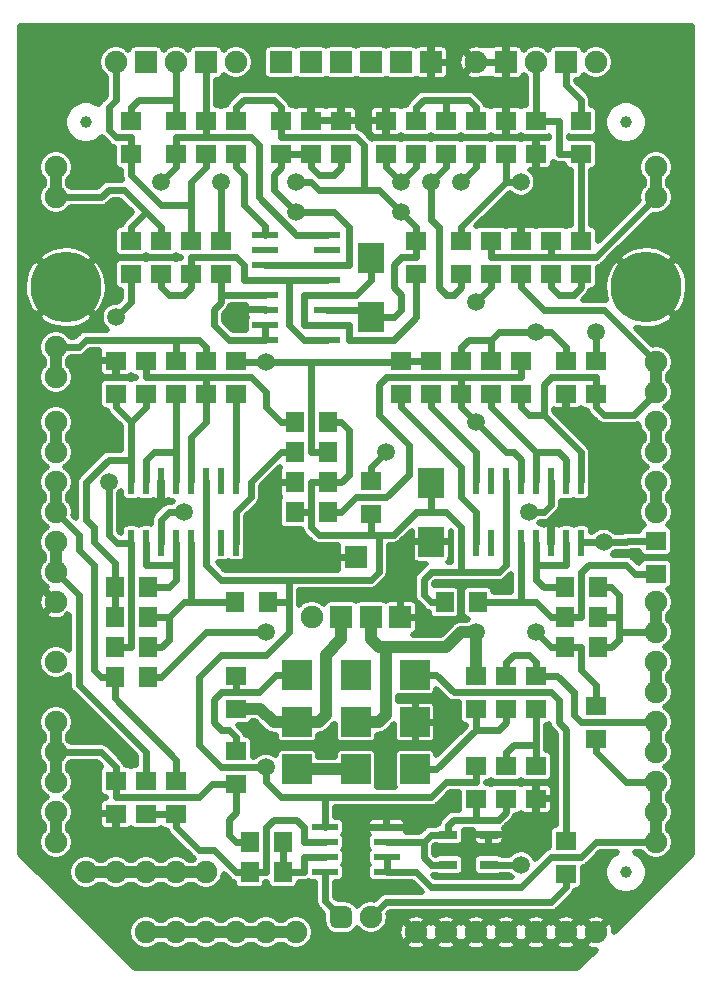
<source format=gbr>
G04 #@! TF.GenerationSoftware,KiCad,Pcbnew,5.1.12-84ad8e8a86~92~ubuntu20.04.1*
G04 #@! TF.CreationDate,2023-04-09T19:56:31+06:00*
G04 #@! TF.ProjectId,phaser_a_r1a,70686173-6572-45f6-915f-7231612e6b69,1A*
G04 #@! TF.SameCoordinates,Original*
G04 #@! TF.FileFunction,Copper,L1,Top*
G04 #@! TF.FilePolarity,Positive*
%FSLAX46Y46*%
G04 Gerber Fmt 4.6, Leading zero omitted, Abs format (unit mm)*
G04 Created by KiCad (PCBNEW 5.1.12-84ad8e8a86~92~ubuntu20.04.1) date 2023-04-09 19:56:31*
%MOMM*%
%LPD*%
G01*
G04 APERTURE LIST*
G04 #@! TA.AperFunction,SMDPad,CuDef*
%ADD10C,1.000000*%
G04 #@! TD*
G04 #@! TA.AperFunction,ComponentPad*
%ADD11C,1.900000*%
G04 #@! TD*
G04 #@! TA.AperFunction,SMDPad,CuDef*
%ADD12R,1.600000X0.800000*%
G04 #@! TD*
G04 #@! TA.AperFunction,SMDPad,CuDef*
%ADD13R,1.800000X1.600000*%
G04 #@! TD*
G04 #@! TA.AperFunction,SMDPad,CuDef*
%ADD14R,2.200000X2.600000*%
G04 #@! TD*
G04 #@! TA.AperFunction,ComponentPad*
%ADD15R,1.900000X1.900000*%
G04 #@! TD*
G04 #@! TA.AperFunction,ComponentPad*
%ADD16C,6.000000*%
G04 #@! TD*
G04 #@! TA.AperFunction,SMDPad,CuDef*
%ADD17R,1.600000X1.800000*%
G04 #@! TD*
G04 #@! TA.AperFunction,SMDPad,CuDef*
%ADD18R,2.200000X0.600000*%
G04 #@! TD*
G04 #@! TA.AperFunction,SMDPad,CuDef*
%ADD19R,0.600000X2.200000*%
G04 #@! TD*
G04 #@! TA.AperFunction,ComponentPad*
%ADD20R,2.500000X2.500000*%
G04 #@! TD*
G04 #@! TA.AperFunction,ViaPad*
%ADD21C,1.500000*%
G04 #@! TD*
G04 #@! TA.AperFunction,Conductor*
%ADD22C,0.600000*%
G04 #@! TD*
G04 #@! TA.AperFunction,Conductor*
%ADD23C,1.000000*%
G04 #@! TD*
G04 #@! TA.AperFunction,Conductor*
%ADD24C,0.500000*%
G04 #@! TD*
G04 #@! TA.AperFunction,Conductor*
%ADD25C,0.100000*%
G04 #@! TD*
G04 APERTURE END LIST*
D10*
X128270000Y-196850000D03*
X82550000Y-133350000D03*
X128270000Y-133350000D03*
D11*
X80010000Y-158750000D03*
X80010000Y-161290000D03*
D12*
X113235000Y-193675000D03*
X116635000Y-193675000D03*
X116635000Y-196215000D03*
X113235000Y-196215000D03*
D13*
X93980000Y-146180000D03*
X93980000Y-143380000D03*
X118110000Y-136020000D03*
X118110000Y-133220000D03*
X86360000Y-136020000D03*
X86360000Y-133220000D03*
X92710000Y-136020000D03*
X92710000Y-133220000D03*
D11*
X80010000Y-184150000D03*
X80010000Y-173990000D03*
X80010000Y-179070000D03*
D13*
X88900000Y-143380000D03*
X88900000Y-146180000D03*
X91440000Y-146180000D03*
X91440000Y-143380000D03*
X95250000Y-133220000D03*
X95250000Y-136020000D03*
X101600000Y-136020000D03*
X101600000Y-133220000D03*
X99060000Y-133220000D03*
X99060000Y-136020000D03*
D14*
X106680000Y-144820000D03*
X106680000Y-149820000D03*
D13*
X110490000Y-146180000D03*
X110490000Y-143380000D03*
X104140000Y-133220000D03*
X104140000Y-136020000D03*
X90170000Y-133220000D03*
X90170000Y-136020000D03*
X121920000Y-143380000D03*
X121920000Y-146180000D03*
D15*
X123190000Y-128270000D03*
X118110000Y-128270000D03*
X92710000Y-128270000D03*
X87630000Y-128270000D03*
X106680000Y-128270000D03*
X99060000Y-128270000D03*
X104140000Y-128270000D03*
X101600000Y-128270000D03*
X109220000Y-128270000D03*
X111760000Y-128270000D03*
D11*
X95250000Y-128270000D03*
X90170000Y-128270000D03*
X85090000Y-128270000D03*
X125730000Y-128270000D03*
X120650000Y-128270000D03*
X115570000Y-128270000D03*
D16*
X80840000Y-147320000D03*
X129980000Y-147320000D03*
D11*
X130810000Y-139700000D03*
X130810000Y-137160000D03*
X130810000Y-161290000D03*
X130810000Y-158750000D03*
X80010000Y-137160000D03*
X80010000Y-139700000D03*
X80010000Y-191770000D03*
X80010000Y-194310000D03*
X80010000Y-186690000D03*
X80010000Y-189230000D03*
X80010000Y-168910000D03*
X80010000Y-171450000D03*
X80010000Y-163830000D03*
X80010000Y-166370000D03*
X130810000Y-163830000D03*
X130810000Y-166370000D03*
X80010000Y-154940000D03*
X80010000Y-152400000D03*
X130810000Y-156210000D03*
X130810000Y-153670000D03*
X130810000Y-173990000D03*
X130810000Y-176530000D03*
X130810000Y-189230000D03*
X130810000Y-191770000D03*
X130810000Y-194310000D03*
X130810000Y-186690000D03*
X130810000Y-184150000D03*
X130810000Y-181610000D03*
X130810000Y-179070000D03*
X92710000Y-196850000D03*
X90170000Y-196850000D03*
X87630000Y-196850000D03*
X85090000Y-196850000D03*
X82550000Y-196850000D03*
X100330000Y-201930000D03*
X97790000Y-201930000D03*
X95250000Y-201930000D03*
X92710000Y-201930000D03*
X90170000Y-201930000D03*
X87630000Y-201930000D03*
X125730000Y-201930000D03*
X123190000Y-201930000D03*
X120650000Y-201930000D03*
X118110000Y-201930000D03*
X115570000Y-201930000D03*
X113030000Y-201930000D03*
X110490000Y-201930000D03*
D17*
X103000000Y-163830000D03*
X100200000Y-163830000D03*
D13*
X106680000Y-166500000D03*
X106680000Y-163700000D03*
D14*
X111760000Y-163870000D03*
X111760000Y-168870000D03*
D13*
X85090000Y-189100000D03*
X85090000Y-191900000D03*
D17*
X99190000Y-196850000D03*
X96390000Y-196850000D03*
D13*
X87630000Y-191900000D03*
X87630000Y-189100000D03*
X90170000Y-189100000D03*
X90170000Y-191900000D03*
D17*
X96390000Y-194310000D03*
X99190000Y-194310000D03*
D18*
X102930000Y-151765000D03*
X102930000Y-150495000D03*
X102930000Y-149225000D03*
X102930000Y-147955000D03*
X97730000Y-151765000D03*
X97730000Y-150495000D03*
X97730000Y-149225000D03*
X97730000Y-147955000D03*
X102930000Y-142875000D03*
X102930000Y-144145000D03*
X102930000Y-145415000D03*
X102930000Y-146685000D03*
X97730000Y-146685000D03*
X97730000Y-145415000D03*
X97730000Y-144145000D03*
X97730000Y-142875000D03*
D13*
X116840000Y-146180000D03*
X116840000Y-143380000D03*
X113030000Y-136020000D03*
X113030000Y-133220000D03*
X86360000Y-143380000D03*
X86360000Y-146180000D03*
X95250000Y-180210000D03*
X95250000Y-183010000D03*
X95250000Y-186560000D03*
X95250000Y-189360000D03*
X115570000Y-136020000D03*
X115570000Y-133220000D03*
D17*
X84960000Y-180340000D03*
X87760000Y-180340000D03*
D13*
X110490000Y-133220000D03*
X110490000Y-136020000D03*
X125730000Y-153540000D03*
X125730000Y-156340000D03*
D17*
X125860000Y-177800000D03*
X123060000Y-177800000D03*
D13*
X125730000Y-182750000D03*
X125730000Y-185550000D03*
X118110000Y-180210000D03*
X118110000Y-183010000D03*
X115570000Y-183010000D03*
X115570000Y-180210000D03*
D18*
X108010000Y-196850000D03*
X108010000Y-195580000D03*
X108010000Y-194310000D03*
X108010000Y-193040000D03*
X102810000Y-193040000D03*
X102810000Y-194310000D03*
X102810000Y-195580000D03*
X102810000Y-196850000D03*
D13*
X123190000Y-196980000D03*
X123190000Y-194180000D03*
X115570000Y-187830000D03*
X115570000Y-190630000D03*
X120650000Y-183010000D03*
X120650000Y-180210000D03*
X118110000Y-190630000D03*
X118110000Y-187830000D03*
X120650000Y-190630000D03*
X120650000Y-187830000D03*
X120650000Y-136020000D03*
X120650000Y-133220000D03*
X124460000Y-133220000D03*
X124460000Y-136020000D03*
X124460000Y-146180000D03*
X124460000Y-143380000D03*
X114300000Y-143380000D03*
X114300000Y-146180000D03*
X107950000Y-133220000D03*
X107950000Y-136020000D03*
D17*
X84960000Y-177800000D03*
X87760000Y-177800000D03*
X100200000Y-161290000D03*
X103000000Y-161290000D03*
X97920000Y-173990000D03*
X95120000Y-173990000D03*
X87760000Y-175260000D03*
X84960000Y-175260000D03*
D13*
X85090000Y-153540000D03*
X85090000Y-156340000D03*
X87630000Y-156340000D03*
X87630000Y-153540000D03*
X95250000Y-156340000D03*
X95250000Y-153540000D03*
D17*
X100200000Y-158750000D03*
X103000000Y-158750000D03*
D13*
X92710000Y-156340000D03*
X92710000Y-153540000D03*
D19*
X86360000Y-168970000D03*
X87630000Y-168970000D03*
X88900000Y-168970000D03*
X90170000Y-168970000D03*
X86360000Y-163770000D03*
X87630000Y-163770000D03*
X88900000Y-163770000D03*
X90170000Y-163770000D03*
X95250000Y-168970000D03*
X93980000Y-168970000D03*
X92710000Y-168970000D03*
X91440000Y-168970000D03*
X91440000Y-163770000D03*
X92710000Y-163770000D03*
X93980000Y-163770000D03*
X95250000Y-163770000D03*
D17*
X87760000Y-172720000D03*
X84960000Y-172720000D03*
D13*
X90170000Y-156340000D03*
X90170000Y-153540000D03*
X119380000Y-146180000D03*
X119380000Y-143380000D03*
X119380000Y-153540000D03*
X119380000Y-156340000D03*
X111760000Y-156340000D03*
X111760000Y-153540000D03*
D17*
X100200000Y-166370000D03*
X103000000Y-166370000D03*
D13*
X114300000Y-156340000D03*
X114300000Y-153540000D03*
X123190000Y-153540000D03*
X123190000Y-156340000D03*
X130810000Y-168780000D03*
X130810000Y-171580000D03*
X109220000Y-156340000D03*
X109220000Y-153540000D03*
D17*
X112900000Y-173990000D03*
X115700000Y-173990000D03*
X123060000Y-175260000D03*
X125860000Y-175260000D03*
D19*
X115570000Y-168970000D03*
X116840000Y-168970000D03*
X118110000Y-168970000D03*
X119380000Y-168970000D03*
X119380000Y-163770000D03*
X118110000Y-163770000D03*
X116840000Y-163770000D03*
X115570000Y-163770000D03*
X120650000Y-168970000D03*
X121920000Y-168970000D03*
X123190000Y-168970000D03*
X124460000Y-168970000D03*
X120650000Y-163770000D03*
X121920000Y-163770000D03*
X123190000Y-163770000D03*
X124460000Y-163770000D03*
D13*
X116840000Y-156340000D03*
X116840000Y-153540000D03*
D17*
X123060000Y-172720000D03*
X125860000Y-172720000D03*
D15*
X105410000Y-170180000D03*
D11*
X106680000Y-200660000D03*
G04 #@! TA.AperFunction,ComponentPad*
G36*
G01*
X105090000Y-200280000D02*
X105090000Y-201040000D01*
G75*
G02*
X104520000Y-201610000I-570000J0D01*
G01*
X103760000Y-201610000D01*
G75*
G02*
X103190000Y-201040000I0J570000D01*
G01*
X103190000Y-200280000D01*
G75*
G02*
X103760000Y-199710000I570000J0D01*
G01*
X104520000Y-199710000D01*
G75*
G02*
X105090000Y-200280000I0J-570000D01*
G01*
G37*
G04 #@! TD.AperFunction*
D20*
X110410000Y-184150000D03*
X110410000Y-188150000D03*
X110410000Y-180150000D03*
X105410000Y-184150000D03*
X105410000Y-188150000D03*
X105410000Y-180150000D03*
X100410000Y-180150000D03*
X100410000Y-184150000D03*
X100410000Y-188150000D03*
D11*
X101660000Y-175260000D03*
D15*
X104160000Y-175260000D03*
X106660000Y-175260000D03*
X109160000Y-175260000D03*
D21*
X85090000Y-140970000D03*
X105410000Y-194310000D03*
X86995000Y-166370000D03*
X123825000Y-166370000D03*
X95250000Y-149860000D03*
X119380000Y-193675000D03*
X107950000Y-161290000D03*
X90805000Y-166370000D03*
X120015000Y-166370000D03*
X109220000Y-140970000D03*
X119380000Y-196215000D03*
X100330000Y-138430000D03*
X126365000Y-168910000D03*
X120650000Y-151130000D03*
X97790000Y-187960000D03*
X115570000Y-148590000D03*
X115570000Y-158750000D03*
X97790000Y-153670000D03*
X85090000Y-149860000D03*
X125730000Y-151130000D03*
X84455000Y-163830000D03*
X109220000Y-138430000D03*
X119380000Y-138430000D03*
X111760000Y-138430000D03*
X115570000Y-176530000D03*
X97790000Y-176530000D03*
X120650000Y-176530000D03*
X114300000Y-138430000D03*
X100330000Y-140970000D03*
X93980000Y-138430000D03*
X88900000Y-138430000D03*
D22*
X115570000Y-128270000D02*
X118110000Y-128270000D01*
X123190000Y-196980000D02*
X123190000Y-198120000D01*
X123190000Y-198120000D02*
X121920000Y-199390000D01*
X107950000Y-199390000D02*
X121920000Y-199390000D01*
X106680000Y-200660000D02*
X107950000Y-199390000D01*
X112205000Y-180150000D02*
X110410000Y-180150000D01*
X121920000Y-181610000D02*
X113665000Y-181610000D01*
X122555000Y-182245000D02*
X121920000Y-181610000D01*
X122555000Y-184150000D02*
X122555000Y-182245000D01*
X113665000Y-181610000D02*
X112205000Y-180150000D01*
X123190000Y-184785000D02*
X122555000Y-184150000D01*
X123190000Y-194180000D02*
X123190000Y-184785000D01*
X106680000Y-162560000D02*
X107950000Y-161290000D01*
X106680000Y-163700000D02*
X106680000Y-162560000D01*
X106045000Y-135255000D02*
X106045000Y-139065000D01*
X105410000Y-134620000D02*
X106045000Y-135255000D01*
X99060000Y-134620000D02*
X105410000Y-134620000D01*
X99060000Y-133220000D02*
X99060000Y-134620000D01*
X95250000Y-133220000D02*
X95250000Y-132080000D01*
X95250000Y-132080000D02*
X95885000Y-131445000D01*
X99060000Y-133220000D02*
X99060000Y-132080000D01*
X99060000Y-132080000D02*
X98425000Y-131445000D01*
X95885000Y-131445000D02*
X98425000Y-131445000D01*
X110490000Y-142240000D02*
X109220000Y-140970000D01*
X110490000Y-143380000D02*
X110490000Y-142240000D01*
X102930000Y-149225000D02*
X106680000Y-149225000D01*
X88900000Y-168970000D02*
X88900000Y-167005000D01*
X88900000Y-167005000D02*
X89535000Y-166370000D01*
X89535000Y-166370000D02*
X90805000Y-166370000D01*
X109220000Y-140970000D02*
X107315000Y-139065000D01*
X107315000Y-139065000D02*
X106045000Y-139065000D01*
X109220000Y-147955000D02*
X108585000Y-147320000D01*
X109220000Y-149225000D02*
X109220000Y-147955000D01*
X108625000Y-149820000D02*
X109220000Y-149225000D01*
X106680000Y-149820000D02*
X108625000Y-149820000D01*
X101600000Y-138430000D02*
X102235000Y-139065000D01*
X100330000Y-138430000D02*
X101600000Y-138430000D01*
X102235000Y-139065000D02*
X106045000Y-139065000D01*
X110490000Y-143380000D02*
X110490000Y-144780000D01*
X108585000Y-145415000D02*
X109220000Y-144780000D01*
X109220000Y-144780000D02*
X110490000Y-144780000D01*
X108585000Y-147320000D02*
X108585000Y-145415000D01*
X121920000Y-163770000D02*
X121920000Y-165735000D01*
X121920000Y-165735000D02*
X121285000Y-166370000D01*
X120015000Y-166370000D02*
X121285000Y-166370000D01*
D23*
X87630000Y-201930000D02*
X90170000Y-201930000D01*
X90170000Y-201930000D02*
X92710000Y-201930000D01*
X92710000Y-201930000D02*
X95250000Y-201930000D01*
X95250000Y-201930000D02*
X97790000Y-201930000D01*
X97790000Y-201930000D02*
X100330000Y-201930000D01*
D22*
X102810000Y-196850000D02*
X102810000Y-199330000D01*
X102810000Y-199330000D02*
X104140000Y-200660000D01*
X116635000Y-196215000D02*
X119380000Y-196215000D01*
D23*
X100410000Y-188150000D02*
X105410000Y-188150000D01*
D22*
X123060000Y-172720000D02*
X121285000Y-172720000D01*
X121285000Y-172720000D02*
X120650000Y-172085000D01*
X123190000Y-168970000D02*
X123190000Y-170815000D01*
X120650000Y-170815000D02*
X123190000Y-170815000D01*
X120650000Y-168970000D02*
X120650000Y-170815000D01*
X120650000Y-170815000D02*
X120650000Y-172085000D01*
D23*
X130810000Y-173990000D02*
X130810000Y-176530000D01*
D22*
X125860000Y-177800000D02*
X127000000Y-177800000D01*
X127000000Y-177800000D02*
X127635000Y-177165000D01*
X125860000Y-175260000D02*
X127635000Y-175260000D01*
X125860000Y-172720000D02*
X127000000Y-172720000D01*
X127000000Y-172720000D02*
X127635000Y-173355000D01*
X127635000Y-173355000D02*
X127635000Y-175260000D01*
X127635000Y-176530000D02*
X130810000Y-176530000D01*
X127635000Y-175260000D02*
X127635000Y-176530000D01*
X127635000Y-176530000D02*
X127635000Y-177165000D01*
X123190000Y-163770000D02*
X123190000Y-161925000D01*
X123190000Y-161925000D02*
X122555000Y-161290000D01*
X122555000Y-161290000D02*
X120650000Y-161290000D01*
X120650000Y-163770000D02*
X120650000Y-161290000D01*
X120650000Y-161290000D02*
X116840000Y-157480000D01*
X116840000Y-156340000D02*
X116840000Y-157480000D01*
X114300000Y-153540000D02*
X114300000Y-152400000D01*
X114300000Y-152400000D02*
X114935000Y-151765000D01*
X114935000Y-151765000D02*
X116840000Y-151765000D01*
X116840000Y-153540000D02*
X116840000Y-151765000D01*
X123190000Y-153540000D02*
X123190000Y-152400000D01*
X123190000Y-152400000D02*
X121920000Y-151130000D01*
X120650000Y-151130000D02*
X121920000Y-151130000D01*
X116840000Y-151765000D02*
X117475000Y-151130000D01*
X117475000Y-151130000D02*
X120650000Y-151130000D01*
X126365000Y-168910000D02*
X124460000Y-168910000D01*
X128270000Y-168910000D02*
X126365000Y-168910000D01*
X128400000Y-168780000D02*
X128270000Y-168910000D01*
X130810000Y-168780000D02*
X128400000Y-168780000D01*
X115570000Y-168970000D02*
X115570000Y-166370000D01*
X115570000Y-166370000D02*
X114300000Y-165100000D01*
X109220000Y-156340000D02*
X109220000Y-157480000D01*
X109220000Y-157480000D02*
X114300000Y-162560000D01*
X114300000Y-165100000D02*
X114300000Y-162560000D01*
X104140000Y-163830000D02*
X104775000Y-163195000D01*
X103000000Y-158750000D02*
X104140000Y-158750000D01*
X104140000Y-158750000D02*
X104775000Y-159385000D01*
X104775000Y-159385000D02*
X104775000Y-163195000D01*
X92710000Y-163770000D02*
X92710000Y-168970000D01*
X103000000Y-163830000D02*
X104140000Y-163830000D01*
X103000000Y-163830000D02*
X101600000Y-163830000D01*
X100200000Y-166370000D02*
X101600000Y-166370000D01*
X101600000Y-163830000D02*
X101600000Y-166370000D01*
X101600000Y-166370000D02*
X101600000Y-167640000D01*
X101600000Y-167640000D02*
X102235000Y-168275000D01*
X102235000Y-168275000D02*
X106680000Y-168275000D01*
X106680000Y-166500000D02*
X106680000Y-168275000D01*
X118110000Y-163770000D02*
X118110000Y-168970000D01*
X92710000Y-170815000D02*
X93980000Y-172085000D01*
X92710000Y-168970000D02*
X92710000Y-170815000D01*
X93980000Y-172085000D02*
X99695000Y-172085000D01*
X99695000Y-173990000D02*
X99695000Y-172085000D01*
X97920000Y-173990000D02*
X99695000Y-173990000D01*
X118110000Y-170815000D02*
X118110000Y-168970000D01*
X117475000Y-171450000D02*
X118110000Y-170815000D01*
X111125000Y-173355000D02*
X111125000Y-172085000D01*
X111760000Y-173990000D02*
X111125000Y-173355000D01*
X111125000Y-172085000D02*
X111760000Y-171450000D01*
X112900000Y-173990000D02*
X111760000Y-173990000D01*
X114300000Y-171450000D02*
X114300000Y-167640000D01*
X111760000Y-171450000D02*
X114300000Y-171450000D01*
X114300000Y-171450000D02*
X117475000Y-171450000D01*
X111760000Y-163870000D02*
X111760000Y-166370000D01*
X111760000Y-166370000D02*
X113030000Y-166370000D01*
X113030000Y-166370000D02*
X114300000Y-167640000D01*
X106680000Y-172085000D02*
X99695000Y-172085000D01*
X107315000Y-171450000D02*
X106680000Y-172085000D01*
X107315000Y-168275000D02*
X107315000Y-171450000D01*
X106680000Y-168275000D02*
X107315000Y-168275000D01*
X111760000Y-166370000D02*
X110490000Y-166370000D01*
X110490000Y-166370000D02*
X108585000Y-168275000D01*
X107315000Y-168275000D02*
X108585000Y-168275000D01*
X93980000Y-187960000D02*
X97790000Y-187960000D01*
X92075000Y-186055000D02*
X93980000Y-187960000D01*
X93980000Y-178435000D02*
X92075000Y-180340000D01*
X92075000Y-180340000D02*
X92075000Y-186055000D01*
X97790000Y-178435000D02*
X93980000Y-178435000D01*
X99695000Y-176530000D02*
X97790000Y-178435000D01*
X99695000Y-173990000D02*
X99695000Y-176530000D01*
D23*
X82550000Y-196850000D02*
X85090000Y-196850000D01*
X85090000Y-196850000D02*
X87630000Y-196850000D01*
X87630000Y-196850000D02*
X90170000Y-196850000D01*
X90170000Y-196850000D02*
X92710000Y-196850000D01*
D22*
X99060000Y-190500000D02*
X102810000Y-190500000D01*
X97790000Y-189230000D02*
X99060000Y-190500000D01*
X97790000Y-187960000D02*
X97790000Y-189230000D01*
X102810000Y-193040000D02*
X102810000Y-190500000D01*
X115570000Y-189230000D02*
X115570000Y-187830000D01*
X113030000Y-189230000D02*
X115570000Y-189230000D01*
X111760000Y-190500000D02*
X113030000Y-189230000D01*
X102810000Y-190500000D02*
X111760000Y-190500000D01*
X123060000Y-175260000D02*
X121920000Y-175260000D01*
X121920000Y-175260000D02*
X120650000Y-173990000D01*
X119380000Y-168970000D02*
X119380000Y-173990000D01*
X119380000Y-173990000D02*
X120650000Y-173990000D01*
X115700000Y-173990000D02*
X119380000Y-173990000D01*
X124460000Y-175260000D02*
X123060000Y-175260000D01*
X125095000Y-170815000D02*
X124460000Y-171450000D01*
X128270000Y-170815000D02*
X125095000Y-170815000D01*
X124460000Y-171450000D02*
X124460000Y-175260000D01*
X129035000Y-171580000D02*
X128270000Y-170815000D01*
X130810000Y-171580000D02*
X129035000Y-171580000D01*
X116840000Y-147320000D02*
X115570000Y-148590000D01*
X116840000Y-146180000D02*
X116840000Y-147320000D01*
X119380000Y-153540000D02*
X119380000Y-154940000D01*
X114300000Y-156340000D02*
X114300000Y-154940000D01*
X114300000Y-154940000D02*
X119380000Y-154940000D01*
X114300000Y-157480000D02*
X115570000Y-158750000D01*
X114300000Y-156340000D02*
X114300000Y-157480000D01*
X119380000Y-161925000D02*
X119380000Y-163770000D01*
X118110000Y-161290000D02*
X118745000Y-161290000D01*
X118745000Y-161290000D02*
X119380000Y-161925000D01*
X115570000Y-158750000D02*
X118110000Y-161290000D01*
X105410000Y-165100000D02*
X104140000Y-166370000D01*
X107950000Y-165100000D02*
X105410000Y-165100000D01*
X109855000Y-160655000D02*
X109855000Y-163195000D01*
X104140000Y-166370000D02*
X103000000Y-166370000D01*
X109855000Y-163195000D02*
X107950000Y-165100000D01*
X107315000Y-158115000D02*
X109855000Y-160655000D01*
X107315000Y-155575000D02*
X107315000Y-158115000D01*
X107950000Y-154940000D02*
X107315000Y-155575000D01*
X114300000Y-154940000D02*
X107950000Y-154940000D01*
X111760000Y-156340000D02*
X111760000Y-157480000D01*
X115570000Y-161290000D02*
X111760000Y-157480000D01*
X115570000Y-163770000D02*
X115570000Y-161290000D01*
D23*
X130810000Y-153670000D02*
X130810000Y-156210000D01*
D22*
X119380000Y-156340000D02*
X119380000Y-157480000D01*
X119380000Y-157480000D02*
X120015000Y-158115000D01*
X120015000Y-158115000D02*
X121285000Y-158115000D01*
X124460000Y-163770000D02*
X124460000Y-161290000D01*
X121285000Y-158115000D02*
X124460000Y-161290000D01*
X121285000Y-155575000D02*
X121920000Y-154940000D01*
X121285000Y-158115000D02*
X121285000Y-155575000D01*
X125730000Y-156340000D02*
X125730000Y-154940000D01*
X121920000Y-154940000D02*
X125730000Y-154940000D01*
X126365000Y-149225000D02*
X130810000Y-153670000D01*
X121285000Y-149225000D02*
X126365000Y-149225000D01*
X119380000Y-147320000D02*
X121285000Y-149225000D01*
X119380000Y-146180000D02*
X119380000Y-147320000D01*
X130810000Y-156210000D02*
X128905000Y-158115000D01*
X126365000Y-158115000D02*
X128905000Y-158115000D01*
X125730000Y-157480000D02*
X126365000Y-158115000D01*
X125730000Y-156340000D02*
X125730000Y-157480000D01*
X86360000Y-148590000D02*
X85090000Y-149860000D01*
X86360000Y-146180000D02*
X86360000Y-148590000D01*
X97790000Y-153670000D02*
X95250000Y-153670000D01*
X109220000Y-153540000D02*
X111760000Y-153540000D01*
X103000000Y-161290000D02*
X101600000Y-161290000D01*
X101600000Y-161290000D02*
X101600000Y-153670000D01*
X101600000Y-153670000D02*
X109220000Y-153670000D01*
X97790000Y-153670000D02*
X101600000Y-153670000D01*
X87630000Y-163770000D02*
X87630000Y-161925000D01*
X87630000Y-161925000D02*
X88265000Y-161290000D01*
X90170000Y-163770000D02*
X90170000Y-161290000D01*
X88265000Y-161290000D02*
X90170000Y-161290000D01*
X90170000Y-156340000D02*
X90170000Y-161290000D01*
X92710000Y-153540000D02*
X92710000Y-152400000D01*
X92710000Y-152400000D02*
X92075000Y-151765000D01*
X90170000Y-153540000D02*
X90170000Y-151765000D01*
X90170000Y-151765000D02*
X92075000Y-151765000D01*
X80010000Y-152400000D02*
X81915000Y-152400000D01*
X81915000Y-152400000D02*
X82550000Y-151765000D01*
X82550000Y-151765000D02*
X90170000Y-151765000D01*
D23*
X80010000Y-152400000D02*
X80010000Y-154940000D01*
D22*
X125730000Y-153540000D02*
X125730000Y-151130000D01*
X87630000Y-168970000D02*
X87630000Y-170815000D01*
X90170000Y-168970000D02*
X90170000Y-170815000D01*
X90170000Y-170815000D02*
X90170000Y-172085000D01*
X90170000Y-172085000D02*
X89535000Y-172720000D01*
X87630000Y-170815000D02*
X90170000Y-170815000D01*
X87760000Y-172720000D02*
X89535000Y-172720000D01*
X87630000Y-156340000D02*
X87630000Y-157480000D01*
X85090000Y-156340000D02*
X85090000Y-157480000D01*
X87630000Y-157480000D02*
X86360000Y-158750000D01*
X85090000Y-157480000D02*
X86360000Y-158750000D01*
X86360000Y-163770000D02*
X86360000Y-161925000D01*
X86360000Y-158750000D02*
X86360000Y-161925000D01*
X84960000Y-172720000D02*
X84960000Y-175260000D01*
X84960000Y-172720000D02*
X84960000Y-170685000D01*
X84960000Y-170685000D02*
X83185000Y-168910000D01*
X83185000Y-168910000D02*
X83185000Y-167640000D01*
X82550000Y-163830000D02*
X84455000Y-161925000D01*
X83185000Y-167640000D02*
X82550000Y-167005000D01*
X82550000Y-167005000D02*
X82550000Y-163830000D01*
X84455000Y-161925000D02*
X86360000Y-161925000D01*
X95250000Y-156340000D02*
X95250000Y-163770000D01*
X87630000Y-153540000D02*
X87630000Y-154940000D01*
X92710000Y-156340000D02*
X92710000Y-154940000D01*
X87630000Y-154940000D02*
X92710000Y-154940000D01*
X99060000Y-158750000D02*
X100200000Y-158750000D01*
X97790000Y-157480000D02*
X99060000Y-158750000D01*
X97790000Y-156210000D02*
X97790000Y-157480000D01*
X96520000Y-154940000D02*
X97790000Y-156210000D01*
X92710000Y-154940000D02*
X96520000Y-154940000D01*
X91440000Y-160020000D02*
X91440000Y-163770000D01*
X92710000Y-158750000D02*
X91440000Y-160020000D01*
X92710000Y-156340000D02*
X92710000Y-158750000D01*
X91440000Y-168970000D02*
X91440000Y-173990000D01*
X95120000Y-173990000D02*
X91440000Y-173990000D01*
X87760000Y-177800000D02*
X88900000Y-177800000D01*
X88900000Y-177800000D02*
X89535000Y-177165000D01*
X87760000Y-175260000D02*
X89535000Y-175260000D01*
X89535000Y-175260000D02*
X89535000Y-177165000D01*
X89535000Y-175260000D02*
X90805000Y-173990000D01*
X90805000Y-173990000D02*
X91440000Y-173990000D01*
X96520000Y-165100000D02*
X95250000Y-166370000D01*
X96520000Y-163830000D02*
X96520000Y-165100000D01*
X95250000Y-166370000D02*
X95250000Y-168970000D01*
X99060000Y-161290000D02*
X96520000Y-163830000D01*
X100200000Y-161290000D02*
X99060000Y-161290000D01*
X107950000Y-137160000D02*
X109220000Y-138430000D01*
X107950000Y-136020000D02*
X107950000Y-137160000D01*
X110490000Y-137160000D02*
X109220000Y-138430000D01*
X110490000Y-136020000D02*
X110490000Y-137160000D01*
D23*
X130810000Y-163830000D02*
X130810000Y-166370000D01*
D22*
X84960000Y-177800000D02*
X86360000Y-177800000D01*
X86360000Y-168970000D02*
X86360000Y-177800000D01*
X86360000Y-168970000D02*
X85150000Y-168970000D01*
X85150000Y-168970000D02*
X84455000Y-168275000D01*
X84455000Y-163830000D02*
X84455000Y-168275000D01*
X123190000Y-128270000D02*
X123190000Y-130175000D01*
X123190000Y-130175000D02*
X124460000Y-131445000D01*
X124460000Y-133220000D02*
X124460000Y-131445000D01*
X114300000Y-143380000D02*
X114300000Y-142240000D01*
X114300000Y-142240000D02*
X118110000Y-138430000D01*
X118110000Y-136020000D02*
X118110000Y-138430000D01*
X118110000Y-138430000D02*
X119380000Y-138430000D01*
X113030000Y-137160000D02*
X111760000Y-138430000D01*
X113030000Y-136020000D02*
X113030000Y-137160000D01*
X114300000Y-146180000D02*
X114300000Y-147320000D01*
X114300000Y-147320000D02*
X113665000Y-147955000D01*
X113665000Y-147955000D02*
X113030000Y-147955000D01*
X113030000Y-147955000D02*
X112395000Y-147320000D01*
X111760000Y-141605000D02*
X112395000Y-142240000D01*
X111760000Y-138430000D02*
X111760000Y-141605000D01*
X112395000Y-142240000D02*
X112395000Y-147320000D01*
D23*
X130810000Y-158750000D02*
X130810000Y-161290000D01*
D22*
X121920000Y-146180000D02*
X121920000Y-147320000D01*
X121920000Y-147320000D02*
X122555000Y-147955000D01*
X124460000Y-146180000D02*
X124460000Y-147320000D01*
X124460000Y-147320000D02*
X123825000Y-147955000D01*
X122555000Y-147955000D02*
X123825000Y-147955000D01*
X120650000Y-133220000D02*
X120650000Y-128270000D01*
X124460000Y-136020000D02*
X124460000Y-143380000D01*
X120650000Y-133220000D02*
X122555000Y-133220000D01*
X124460000Y-136020000D02*
X122555000Y-136020000D01*
X122555000Y-133220000D02*
X122555000Y-136020000D01*
D23*
X130810000Y-137160000D02*
X130810000Y-139700000D01*
D22*
X116840000Y-143380000D02*
X116840000Y-144780000D01*
X116840000Y-144780000D02*
X121920000Y-144780000D01*
X121920000Y-143380000D02*
X121920000Y-144780000D01*
X121920000Y-144780000D02*
X125730000Y-144780000D01*
X125730000Y-144780000D02*
X130810000Y-139700000D01*
X118110000Y-187830000D02*
X118110000Y-186690000D01*
X118110000Y-186690000D02*
X118745000Y-186055000D01*
X120650000Y-187830000D02*
X120650000Y-186055000D01*
X118745000Y-186055000D02*
X120650000Y-186055000D01*
X120650000Y-183010000D02*
X120650000Y-186055000D01*
X113235000Y-196215000D02*
X111760000Y-196215000D01*
X111760000Y-196215000D02*
X111125000Y-195580000D01*
X113235000Y-193675000D02*
X111760000Y-193675000D01*
X111760000Y-193675000D02*
X111125000Y-194310000D01*
X108010000Y-194310000D02*
X111125000Y-194310000D01*
X111125000Y-194310000D02*
X111125000Y-195580000D01*
X118110000Y-190630000D02*
X118110000Y-191770000D01*
X118110000Y-191770000D02*
X117475000Y-192405000D01*
X115570000Y-190630000D02*
X115570000Y-192405000D01*
X115570000Y-192405000D02*
X117475000Y-192405000D01*
X113235000Y-193675000D02*
X113235000Y-192835000D01*
X113235000Y-192835000D02*
X113665000Y-192405000D01*
X113665000Y-192405000D02*
X115570000Y-192405000D01*
X120650000Y-180210000D02*
X122425000Y-180210000D01*
X122425000Y-180210000D02*
X123825000Y-181610000D01*
X123825000Y-181610000D02*
X123825000Y-183515000D01*
X123825000Y-183515000D02*
X124460000Y-184150000D01*
X124460000Y-184150000D02*
X130810000Y-184150000D01*
D23*
X130810000Y-184150000D02*
X130810000Y-186690000D01*
D22*
X118110000Y-180210000D02*
X118110000Y-179070000D01*
X118110000Y-179070000D02*
X118745000Y-178435000D01*
X120650000Y-180210000D02*
X120650000Y-179070000D01*
X120015000Y-178435000D02*
X120650000Y-179070000D01*
X118745000Y-178435000D02*
X120015000Y-178435000D01*
X99190000Y-194310000D02*
X99190000Y-196850000D01*
X102810000Y-195580000D02*
X100965000Y-195580000D01*
X100965000Y-195580000D02*
X100965000Y-196850000D01*
X99190000Y-196850000D02*
X100965000Y-196850000D01*
X87630000Y-191900000D02*
X90170000Y-191900000D01*
X90170000Y-191900000D02*
X90170000Y-193040000D01*
X90170000Y-193040000D02*
X92075000Y-194945000D01*
X96390000Y-196850000D02*
X95250000Y-196850000D01*
X95250000Y-196850000D02*
X93345000Y-194945000D01*
X92075000Y-194945000D02*
X93345000Y-194945000D01*
X102810000Y-194310000D02*
X100965000Y-194310000D01*
X100965000Y-194310000D02*
X100965000Y-193040000D01*
X100965000Y-193040000D02*
X100330000Y-192405000D01*
X100330000Y-192405000D02*
X98425000Y-192405000D01*
X98425000Y-192405000D02*
X97790000Y-193040000D01*
X97790000Y-193040000D02*
X97790000Y-196850000D01*
X96390000Y-196850000D02*
X97790000Y-196850000D01*
D23*
X130810000Y-189230000D02*
X130810000Y-191770000D01*
X130810000Y-191770000D02*
X130810000Y-194310000D01*
D22*
X125730000Y-185550000D02*
X125730000Y-186690000D01*
X125730000Y-186690000D02*
X128270000Y-189230000D01*
X128270000Y-189230000D02*
X130810000Y-189230000D01*
X130810000Y-194310000D02*
X125730000Y-194310000D01*
X125730000Y-194310000D02*
X124460000Y-195580000D01*
X108010000Y-195580000D02*
X108010000Y-196850000D01*
X124460000Y-195580000D02*
X121920000Y-195580000D01*
X121920000Y-195580000D02*
X119380000Y-198120000D01*
X111760000Y-198120000D02*
X119380000Y-198120000D01*
X110490000Y-196850000D02*
X111760000Y-198120000D01*
X108010000Y-196850000D02*
X110490000Y-196850000D01*
X118110000Y-183010000D02*
X118110000Y-184150000D01*
X118110000Y-184150000D02*
X117475000Y-184785000D01*
X115570000Y-183010000D02*
X115570000Y-184785000D01*
X115570000Y-184785000D02*
X117475000Y-184785000D01*
X112205000Y-188150000D02*
X115570000Y-184785000D01*
X110410000Y-188150000D02*
X112205000Y-188150000D01*
D23*
X106660000Y-175260000D02*
X106660000Y-177145000D01*
X130810000Y-179070000D02*
X130810000Y-181610000D01*
X115570000Y-180210000D02*
X115570000Y-176530000D01*
X106660000Y-177145000D02*
X107315000Y-177800000D01*
X107950000Y-183515000D02*
X107950000Y-177800000D01*
X107315000Y-184150000D02*
X107950000Y-183515000D01*
X105410000Y-184150000D02*
X107315000Y-184150000D01*
X107315000Y-177800000D02*
X107950000Y-177800000D01*
X114300000Y-176530000D02*
X115570000Y-176530000D01*
X113030000Y-177800000D02*
X114300000Y-176530000D01*
X107950000Y-177800000D02*
X113030000Y-177800000D01*
D22*
X87760000Y-180340000D02*
X88900000Y-180340000D01*
X88900000Y-180340000D02*
X92710000Y-176530000D01*
X92710000Y-176530000D02*
X97790000Y-176530000D01*
X121920000Y-177800000D02*
X120650000Y-176530000D01*
X123060000Y-177800000D02*
X121920000Y-177800000D01*
X124460000Y-177800000D02*
X123060000Y-177800000D01*
X124460000Y-179705000D02*
X124460000Y-177800000D01*
X125730000Y-180975000D02*
X124460000Y-179705000D01*
X125730000Y-182750000D02*
X125730000Y-180975000D01*
X110490000Y-133220000D02*
X110490000Y-132080000D01*
X110490000Y-132080000D02*
X111125000Y-131445000D01*
X115570000Y-133220000D02*
X115570000Y-132080000D01*
X115570000Y-132080000D02*
X114935000Y-131445000D01*
X113030000Y-133220000D02*
X113030000Y-131445000D01*
X113030000Y-131445000D02*
X114935000Y-131445000D01*
X111125000Y-131445000D02*
X113030000Y-131445000D01*
D23*
X80010000Y-163830000D02*
X80010000Y-166370000D01*
D22*
X81915000Y-169545000D02*
X83185000Y-170815000D01*
X81915000Y-168275000D02*
X81915000Y-169545000D01*
X80010000Y-166370000D02*
X81915000Y-168275000D01*
X83185000Y-170815000D02*
X83185000Y-179705000D01*
X83820000Y-180340000D02*
X83185000Y-179705000D01*
X83820000Y-180340000D02*
X84960000Y-180340000D01*
X90170000Y-187325000D02*
X90170000Y-189100000D01*
X84960000Y-182115000D02*
X90170000Y-187325000D01*
X84960000Y-180340000D02*
X84960000Y-182115000D01*
X115570000Y-137160000D02*
X114300000Y-138430000D01*
X115570000Y-136020000D02*
X115570000Y-137160000D01*
D23*
X80010000Y-168910000D02*
X80010000Y-171450000D01*
D22*
X81915000Y-173355000D02*
X80010000Y-171450000D01*
X81915000Y-180975000D02*
X81915000Y-173355000D01*
X87630000Y-186690000D02*
X81915000Y-180975000D01*
X87630000Y-189100000D02*
X87630000Y-186690000D01*
X95250000Y-186560000D02*
X95250000Y-185420000D01*
X95250000Y-185420000D02*
X94615000Y-184785000D01*
X94615000Y-184785000D02*
X93980000Y-184785000D01*
X93980000Y-184785000D02*
X93345000Y-184150000D01*
X93345000Y-184150000D02*
X93345000Y-182245000D01*
X93345000Y-182245000D02*
X93980000Y-181610000D01*
X95250000Y-180210000D02*
X95250000Y-181610000D01*
X93980000Y-181610000D02*
X95250000Y-181610000D01*
X95250000Y-181610000D02*
X97155000Y-181610000D01*
X100410000Y-180150000D02*
X98615000Y-180150000D01*
X98615000Y-180150000D02*
X97155000Y-181610000D01*
D23*
X80010000Y-186690000D02*
X80010000Y-189230000D01*
X80010000Y-184150000D02*
X80010000Y-186690000D01*
D22*
X85090000Y-189100000D02*
X85090000Y-187960000D01*
X85090000Y-187960000D02*
X83820000Y-186690000D01*
X80010000Y-186690000D02*
X83820000Y-186690000D01*
X95250000Y-194310000D02*
X96390000Y-194310000D01*
X94615000Y-193675000D02*
X95250000Y-194310000D01*
X94615000Y-192405000D02*
X94615000Y-193675000D01*
X95250000Y-191770000D02*
X94615000Y-192405000D01*
X95250000Y-189360000D02*
X95250000Y-191770000D01*
X85090000Y-190500000D02*
X85090000Y-189100000D01*
X92075000Y-190500000D02*
X85090000Y-190500000D01*
X93215000Y-189360000D02*
X92075000Y-190500000D01*
X95250000Y-189360000D02*
X93215000Y-189360000D01*
D23*
X102235000Y-184150000D02*
X100410000Y-184150000D01*
X102235000Y-184150000D02*
X102870000Y-183515000D01*
X102870000Y-183515000D02*
X102870000Y-178435000D01*
X104160000Y-177145000D02*
X102870000Y-178435000D01*
X104160000Y-175260000D02*
X104160000Y-177145000D01*
X100410000Y-184150000D02*
X98425000Y-184150000D01*
X97285000Y-183010000D02*
X98425000Y-184150000D01*
X95250000Y-183010000D02*
X97285000Y-183010000D01*
X80010000Y-191770000D02*
X80010000Y-194310000D01*
D22*
X88900000Y-143380000D02*
X88900000Y-142240000D01*
X86360000Y-143380000D02*
X86360000Y-142240000D01*
X86360000Y-142240000D02*
X87630000Y-140970000D01*
X88900000Y-142240000D02*
X87630000Y-140970000D01*
D23*
X80010000Y-137160000D02*
X80010000Y-139700000D01*
D22*
X85725000Y-139065000D02*
X87630000Y-140970000D01*
X84455000Y-139065000D02*
X85725000Y-139065000D01*
X83820000Y-139700000D02*
X84455000Y-139065000D01*
X80010000Y-139700000D02*
X83820000Y-139700000D01*
D23*
X80010000Y-158750000D02*
X80010000Y-161290000D01*
D22*
X97730000Y-142875000D02*
X97730000Y-142180000D01*
X95250000Y-137160000D02*
X95885000Y-137795000D01*
X95885000Y-137795000D02*
X95885000Y-140335000D01*
X95250000Y-136020000D02*
X95250000Y-137160000D01*
X95885000Y-140335000D02*
X97730000Y-142180000D01*
X97730000Y-146685000D02*
X99695000Y-146685000D01*
X99695000Y-146685000D02*
X102930000Y-146685000D01*
X100965000Y-151765000D02*
X102930000Y-151765000D01*
X99695000Y-150495000D02*
X100965000Y-151765000D01*
X99695000Y-146685000D02*
X99695000Y-150495000D01*
X88900000Y-146180000D02*
X88900000Y-147320000D01*
X88900000Y-147320000D02*
X89535000Y-147955000D01*
X91440000Y-146180000D02*
X91440000Y-147320000D01*
X91440000Y-147320000D02*
X90805000Y-147955000D01*
X89535000Y-147955000D02*
X90805000Y-147955000D01*
X91440000Y-146180000D02*
X91440000Y-144780000D01*
X91440000Y-144780000D02*
X95250000Y-144780000D01*
X95250000Y-144780000D02*
X95885000Y-145415000D01*
X97730000Y-146685000D02*
X95885000Y-146685000D01*
X95885000Y-145415000D02*
X95885000Y-146685000D01*
X93980000Y-143380000D02*
X93980000Y-138430000D01*
X99060000Y-136020000D02*
X99060000Y-137160000D01*
X99060000Y-137160000D02*
X98425000Y-137795000D01*
X98425000Y-137795000D02*
X98425000Y-139065000D01*
X98425000Y-139065000D02*
X100330000Y-140970000D01*
X99060000Y-136020000D02*
X101600000Y-136020000D01*
X97730000Y-145415000D02*
X102930000Y-145415000D01*
X102930000Y-145415000D02*
X104775000Y-145415000D01*
X100330000Y-140970000D02*
X103505000Y-140970000D01*
X103505000Y-140970000D02*
X104775000Y-142240000D01*
X104775000Y-142240000D02*
X104775000Y-145415000D01*
X101600000Y-136020000D02*
X101600000Y-137160000D01*
X101600000Y-137160000D02*
X102235000Y-137795000D01*
X104140000Y-136020000D02*
X104140000Y-137160000D01*
X104140000Y-137160000D02*
X103505000Y-137795000D01*
X102235000Y-137795000D02*
X103505000Y-137795000D01*
X102930000Y-147955000D02*
X100965000Y-147955000D01*
X102930000Y-150495000D02*
X100965000Y-150495000D01*
X100965000Y-147955000D02*
X100965000Y-150495000D01*
X104775000Y-150495000D02*
X102930000Y-150495000D01*
X104775000Y-151765000D02*
X104775000Y-150495000D01*
X108585000Y-151765000D02*
X104775000Y-151765000D01*
X110490000Y-149860000D02*
X108585000Y-151765000D01*
X110490000Y-146180000D02*
X110490000Y-149860000D01*
X106680000Y-146685000D02*
X106680000Y-144820000D01*
X105410000Y-147955000D02*
X106680000Y-146685000D01*
X102930000Y-147955000D02*
X105410000Y-147955000D01*
X97730000Y-151765000D02*
X94615000Y-151765000D01*
X94615000Y-151765000D02*
X93345000Y-150495000D01*
X93345000Y-149225000D02*
X93980000Y-148590000D01*
X93345000Y-150495000D02*
X93345000Y-149225000D01*
X93980000Y-148590000D02*
X93980000Y-147955000D01*
X93980000Y-146180000D02*
X93980000Y-147955000D01*
X97730000Y-147955000D02*
X93980000Y-147955000D01*
X97730000Y-150495000D02*
X97730000Y-151765000D01*
X86360000Y-133220000D02*
X86360000Y-132080000D01*
X86360000Y-132080000D02*
X86995000Y-131445000D01*
X86995000Y-131445000D02*
X90170000Y-131445000D01*
X90170000Y-131445000D02*
X90170000Y-133220000D01*
X90170000Y-128270000D02*
X90170000Y-131445000D01*
X92710000Y-133220000D02*
X92710000Y-128270000D01*
X90170000Y-137160000D02*
X88900000Y-138430000D01*
X90170000Y-136020000D02*
X90170000Y-137160000D01*
X90170000Y-136020000D02*
X90170000Y-134620000D01*
X92710000Y-133220000D02*
X92710000Y-134620000D01*
X90170000Y-134620000D02*
X92710000Y-134620000D01*
X102930000Y-142875000D02*
X100330000Y-142875000D01*
X100330000Y-142875000D02*
X97155000Y-139700000D01*
X97155000Y-135255000D02*
X97155000Y-139700000D01*
X96520000Y-134620000D02*
X97155000Y-135255000D01*
X92710000Y-134620000D02*
X96520000Y-134620000D01*
X92710000Y-137160000D02*
X92710000Y-136020000D01*
X91440000Y-138430000D02*
X92710000Y-137160000D01*
X86360000Y-136020000D02*
X86360000Y-137795000D01*
X86360000Y-137795000D02*
X88900000Y-140335000D01*
X88900000Y-140335000D02*
X91440000Y-140335000D01*
X91440000Y-140335000D02*
X91440000Y-138430000D01*
X91440000Y-143380000D02*
X91440000Y-140335000D01*
X85090000Y-131445000D02*
X84455000Y-132080000D01*
X85090000Y-128270000D02*
X85090000Y-131445000D01*
X84455000Y-133985000D02*
X85090000Y-134620000D01*
X84455000Y-132080000D02*
X84455000Y-133985000D01*
X85090000Y-134620000D02*
X86360000Y-134620000D01*
X86360000Y-136020000D02*
X86360000Y-134620000D01*
D24*
X133870001Y-195269339D02*
X127234096Y-201905244D01*
X127210060Y-201644957D01*
X127126012Y-201361689D01*
X126988316Y-201100260D01*
X126978116Y-201084995D01*
X126733275Y-200997436D01*
X125800711Y-201930000D01*
X125814853Y-201944142D01*
X125744142Y-202014853D01*
X125730000Y-202000711D01*
X124797436Y-202933275D01*
X124884995Y-203178116D01*
X125144726Y-203318985D01*
X125426950Y-203406478D01*
X125703883Y-203435458D01*
X124149341Y-204990000D01*
X86670660Y-204990000D01*
X83462923Y-201782263D01*
X86130000Y-201782263D01*
X86130000Y-202077737D01*
X86187644Y-202367534D01*
X86300717Y-202640517D01*
X86464874Y-202886194D01*
X86673806Y-203095126D01*
X86919483Y-203259283D01*
X87192466Y-203372356D01*
X87482263Y-203430000D01*
X87777737Y-203430000D01*
X88067534Y-203372356D01*
X88340517Y-203259283D01*
X88586194Y-203095126D01*
X88701320Y-202980000D01*
X89098680Y-202980000D01*
X89213806Y-203095126D01*
X89459483Y-203259283D01*
X89732466Y-203372356D01*
X90022263Y-203430000D01*
X90317737Y-203430000D01*
X90607534Y-203372356D01*
X90880517Y-203259283D01*
X91126194Y-203095126D01*
X91241320Y-202980000D01*
X91638680Y-202980000D01*
X91753806Y-203095126D01*
X91999483Y-203259283D01*
X92272466Y-203372356D01*
X92562263Y-203430000D01*
X92857737Y-203430000D01*
X93147534Y-203372356D01*
X93420517Y-203259283D01*
X93666194Y-203095126D01*
X93781320Y-202980000D01*
X94178680Y-202980000D01*
X94293806Y-203095126D01*
X94539483Y-203259283D01*
X94812466Y-203372356D01*
X95102263Y-203430000D01*
X95397737Y-203430000D01*
X95687534Y-203372356D01*
X95960517Y-203259283D01*
X96206194Y-203095126D01*
X96321320Y-202980000D01*
X96718680Y-202980000D01*
X96833806Y-203095126D01*
X97079483Y-203259283D01*
X97352466Y-203372356D01*
X97642263Y-203430000D01*
X97937737Y-203430000D01*
X98227534Y-203372356D01*
X98500517Y-203259283D01*
X98746194Y-203095126D01*
X98861320Y-202980000D01*
X99258680Y-202980000D01*
X99373806Y-203095126D01*
X99619483Y-203259283D01*
X99892466Y-203372356D01*
X100182263Y-203430000D01*
X100477737Y-203430000D01*
X100767534Y-203372356D01*
X101040517Y-203259283D01*
X101286194Y-203095126D01*
X101448045Y-202933275D01*
X109557436Y-202933275D01*
X109644995Y-203178116D01*
X109904726Y-203318985D01*
X110186950Y-203406478D01*
X110480820Y-203437230D01*
X110775043Y-203410060D01*
X111058311Y-203326012D01*
X111319740Y-203188316D01*
X111335005Y-203178116D01*
X111422564Y-202933275D01*
X112097436Y-202933275D01*
X112184995Y-203178116D01*
X112444726Y-203318985D01*
X112726950Y-203406478D01*
X113020820Y-203437230D01*
X113315043Y-203410060D01*
X113598311Y-203326012D01*
X113859740Y-203188316D01*
X113875005Y-203178116D01*
X113962564Y-202933275D01*
X114637436Y-202933275D01*
X114724995Y-203178116D01*
X114984726Y-203318985D01*
X115266950Y-203406478D01*
X115560820Y-203437230D01*
X115855043Y-203410060D01*
X116138311Y-203326012D01*
X116399740Y-203188316D01*
X116415005Y-203178116D01*
X116502564Y-202933275D01*
X117177436Y-202933275D01*
X117264995Y-203178116D01*
X117524726Y-203318985D01*
X117806950Y-203406478D01*
X118100820Y-203437230D01*
X118395043Y-203410060D01*
X118678311Y-203326012D01*
X118939740Y-203188316D01*
X118955005Y-203178116D01*
X119042564Y-202933275D01*
X119717436Y-202933275D01*
X119804995Y-203178116D01*
X120064726Y-203318985D01*
X120346950Y-203406478D01*
X120640820Y-203437230D01*
X120935043Y-203410060D01*
X121218311Y-203326012D01*
X121479740Y-203188316D01*
X121495005Y-203178116D01*
X121582564Y-202933275D01*
X122257436Y-202933275D01*
X122344995Y-203178116D01*
X122604726Y-203318985D01*
X122886950Y-203406478D01*
X123180820Y-203437230D01*
X123475043Y-203410060D01*
X123758311Y-203326012D01*
X124019740Y-203188316D01*
X124035005Y-203178116D01*
X124122564Y-202933275D01*
X123190000Y-202000711D01*
X122257436Y-202933275D01*
X121582564Y-202933275D01*
X120650000Y-202000711D01*
X119717436Y-202933275D01*
X119042564Y-202933275D01*
X118110000Y-202000711D01*
X117177436Y-202933275D01*
X116502564Y-202933275D01*
X115570000Y-202000711D01*
X114637436Y-202933275D01*
X113962564Y-202933275D01*
X113030000Y-202000711D01*
X112097436Y-202933275D01*
X111422564Y-202933275D01*
X110490000Y-202000711D01*
X109557436Y-202933275D01*
X101448045Y-202933275D01*
X101495126Y-202886194D01*
X101659283Y-202640517D01*
X101772356Y-202367534D01*
X101830000Y-202077737D01*
X101830000Y-201782263D01*
X101772356Y-201492466D01*
X101659283Y-201219483D01*
X101495126Y-200973806D01*
X101286194Y-200764874D01*
X101040517Y-200600717D01*
X100767534Y-200487644D01*
X100477737Y-200430000D01*
X100182263Y-200430000D01*
X99892466Y-200487644D01*
X99619483Y-200600717D01*
X99373806Y-200764874D01*
X99258680Y-200880000D01*
X98861320Y-200880000D01*
X98746194Y-200764874D01*
X98500517Y-200600717D01*
X98227534Y-200487644D01*
X97937737Y-200430000D01*
X97642263Y-200430000D01*
X97352466Y-200487644D01*
X97079483Y-200600717D01*
X96833806Y-200764874D01*
X96718680Y-200880000D01*
X96321320Y-200880000D01*
X96206194Y-200764874D01*
X95960517Y-200600717D01*
X95687534Y-200487644D01*
X95397737Y-200430000D01*
X95102263Y-200430000D01*
X94812466Y-200487644D01*
X94539483Y-200600717D01*
X94293806Y-200764874D01*
X94178680Y-200880000D01*
X93781320Y-200880000D01*
X93666194Y-200764874D01*
X93420517Y-200600717D01*
X93147534Y-200487644D01*
X92857737Y-200430000D01*
X92562263Y-200430000D01*
X92272466Y-200487644D01*
X91999483Y-200600717D01*
X91753806Y-200764874D01*
X91638680Y-200880000D01*
X91241320Y-200880000D01*
X91126194Y-200764874D01*
X90880517Y-200600717D01*
X90607534Y-200487644D01*
X90317737Y-200430000D01*
X90022263Y-200430000D01*
X89732466Y-200487644D01*
X89459483Y-200600717D01*
X89213806Y-200764874D01*
X89098680Y-200880000D01*
X88701320Y-200880000D01*
X88586194Y-200764874D01*
X88340517Y-200600717D01*
X88067534Y-200487644D01*
X87777737Y-200430000D01*
X87482263Y-200430000D01*
X87192466Y-200487644D01*
X86919483Y-200600717D01*
X86673806Y-200764874D01*
X86464874Y-200973806D01*
X86300717Y-201219483D01*
X86187644Y-201492466D01*
X86130000Y-201782263D01*
X83462923Y-201782263D01*
X76950000Y-195269341D01*
X76950000Y-173980820D01*
X78502770Y-173980820D01*
X78529940Y-174275043D01*
X78613988Y-174558311D01*
X78751684Y-174819740D01*
X78761884Y-174835005D01*
X79006725Y-174922564D01*
X79939289Y-173990000D01*
X79006725Y-173057436D01*
X78761884Y-173144995D01*
X78621015Y-173404726D01*
X78533522Y-173686950D01*
X78502770Y-173980820D01*
X76950000Y-173980820D01*
X76950000Y-149780246D01*
X78450465Y-149780246D01*
X78783922Y-150235013D01*
X79392120Y-150580123D01*
X80055959Y-150799948D01*
X80749928Y-150886041D01*
X81447359Y-150835092D01*
X82121449Y-150649061D01*
X82746294Y-150335096D01*
X82896078Y-150235013D01*
X83229535Y-149780246D01*
X80840000Y-147390711D01*
X78450465Y-149780246D01*
X76950000Y-149780246D01*
X76950000Y-147229928D01*
X77273959Y-147229928D01*
X77324908Y-147927359D01*
X77510939Y-148601449D01*
X77824904Y-149226294D01*
X77924987Y-149376078D01*
X78379754Y-149709535D01*
X80769289Y-147320000D01*
X80910711Y-147320000D01*
X83300246Y-149709535D01*
X83755013Y-149376078D01*
X84100123Y-148767880D01*
X84319948Y-148104041D01*
X84406041Y-147410072D01*
X84355092Y-146712641D01*
X84169061Y-146038551D01*
X83855096Y-145413706D01*
X83755013Y-145263922D01*
X83300246Y-144930465D01*
X80910711Y-147320000D01*
X80769289Y-147320000D01*
X78379754Y-144930465D01*
X77924987Y-145263922D01*
X77579877Y-145872120D01*
X77360052Y-146535959D01*
X77273959Y-147229928D01*
X76950000Y-147229928D01*
X76950000Y-144859754D01*
X78450465Y-144859754D01*
X80840000Y-147249289D01*
X83229535Y-144859754D01*
X82896078Y-144404987D01*
X82287880Y-144059877D01*
X81624041Y-143840052D01*
X80930072Y-143753959D01*
X80232641Y-143804908D01*
X79558551Y-143990939D01*
X78933706Y-144304904D01*
X78783922Y-144404987D01*
X78450465Y-144859754D01*
X76950000Y-144859754D01*
X76950000Y-137012263D01*
X78510000Y-137012263D01*
X78510000Y-137307737D01*
X78567644Y-137597534D01*
X78680717Y-137870517D01*
X78844874Y-138116194D01*
X78960000Y-138231320D01*
X78960001Y-138628679D01*
X78844874Y-138743806D01*
X78680717Y-138989483D01*
X78567644Y-139262466D01*
X78510000Y-139552263D01*
X78510000Y-139847737D01*
X78567644Y-140137534D01*
X78680717Y-140410517D01*
X78844874Y-140656194D01*
X79053806Y-140865126D01*
X79299483Y-141029283D01*
X79572466Y-141142356D01*
X79862263Y-141200000D01*
X80157737Y-141200000D01*
X80447534Y-141142356D01*
X80720517Y-141029283D01*
X80966194Y-140865126D01*
X81175126Y-140656194D01*
X81246083Y-140550000D01*
X83778259Y-140550000D01*
X83820000Y-140554111D01*
X83861741Y-140550000D01*
X83861749Y-140550000D01*
X83986629Y-140537700D01*
X84146855Y-140489097D01*
X84294519Y-140410168D01*
X84423948Y-140303948D01*
X84450565Y-140271515D01*
X84807081Y-139915000D01*
X85372920Y-139915000D01*
X86427919Y-140970000D01*
X85788481Y-141609439D01*
X85756053Y-141636052D01*
X85649833Y-141765481D01*
X85646547Y-141771629D01*
X85570903Y-141913146D01*
X85536263Y-142027339D01*
X85460000Y-142027339D01*
X85352181Y-142037958D01*
X85248506Y-142069408D01*
X85152958Y-142120479D01*
X85069210Y-142189210D01*
X85000479Y-142272958D01*
X84949408Y-142368506D01*
X84917958Y-142472181D01*
X84907339Y-142580000D01*
X84907339Y-144180000D01*
X84917958Y-144287819D01*
X84949408Y-144391494D01*
X85000479Y-144487042D01*
X85069210Y-144570790D01*
X85152958Y-144639521D01*
X85248506Y-144690592D01*
X85352181Y-144722042D01*
X85460000Y-144732661D01*
X87260000Y-144732661D01*
X87367819Y-144722042D01*
X87471494Y-144690592D01*
X87567042Y-144639521D01*
X87630000Y-144587852D01*
X87692958Y-144639521D01*
X87788506Y-144690592D01*
X87892181Y-144722042D01*
X88000000Y-144732661D01*
X89800000Y-144732661D01*
X89907819Y-144722042D01*
X90011494Y-144690592D01*
X90107042Y-144639521D01*
X90170000Y-144587852D01*
X90232958Y-144639521D01*
X90328506Y-144690592D01*
X90432181Y-144722042D01*
X90540000Y-144732661D01*
X90590551Y-144732661D01*
X90585888Y-144780000D01*
X90590001Y-144821758D01*
X90590001Y-144827339D01*
X90540000Y-144827339D01*
X90432181Y-144837958D01*
X90328506Y-144869408D01*
X90232958Y-144920479D01*
X90170000Y-144972148D01*
X90107042Y-144920479D01*
X90011494Y-144869408D01*
X89907819Y-144837958D01*
X89800000Y-144827339D01*
X88000000Y-144827339D01*
X87892181Y-144837958D01*
X87788506Y-144869408D01*
X87692958Y-144920479D01*
X87630000Y-144972148D01*
X87567042Y-144920479D01*
X87471494Y-144869408D01*
X87367819Y-144837958D01*
X87260000Y-144827339D01*
X85460000Y-144827339D01*
X85352181Y-144837958D01*
X85248506Y-144869408D01*
X85152958Y-144920479D01*
X85069210Y-144989210D01*
X85000479Y-145072958D01*
X84949408Y-145168506D01*
X84917958Y-145272181D01*
X84907339Y-145380000D01*
X84907339Y-146980000D01*
X84917958Y-147087819D01*
X84949408Y-147191494D01*
X85000479Y-147287042D01*
X85069210Y-147370790D01*
X85152958Y-147439521D01*
X85248506Y-147490592D01*
X85352181Y-147522042D01*
X85460000Y-147532661D01*
X85510001Y-147532661D01*
X85510001Y-148237918D01*
X85187919Y-148560000D01*
X84961961Y-148560000D01*
X84710804Y-148609958D01*
X84474219Y-148707955D01*
X84261298Y-148850224D01*
X84080224Y-149031298D01*
X83937955Y-149244219D01*
X83839958Y-149480804D01*
X83790000Y-149731961D01*
X83790000Y-149988039D01*
X83839958Y-150239196D01*
X83937955Y-150475781D01*
X84080224Y-150688702D01*
X84261298Y-150869776D01*
X84328981Y-150915000D01*
X82591741Y-150915000D01*
X82550000Y-150910889D01*
X82508259Y-150915000D01*
X82508251Y-150915000D01*
X82383371Y-150927300D01*
X82223145Y-150975903D01*
X82075481Y-151054832D01*
X81978480Y-151134438D01*
X81978475Y-151134443D01*
X81946052Y-151161052D01*
X81919442Y-151193476D01*
X81562919Y-151550000D01*
X81246083Y-151550000D01*
X81175126Y-151443806D01*
X80966194Y-151234874D01*
X80720517Y-151070717D01*
X80447534Y-150957644D01*
X80157737Y-150900000D01*
X79862263Y-150900000D01*
X79572466Y-150957644D01*
X79299483Y-151070717D01*
X79053806Y-151234874D01*
X78844874Y-151443806D01*
X78680717Y-151689483D01*
X78567644Y-151962466D01*
X78510000Y-152252263D01*
X78510000Y-152547737D01*
X78567644Y-152837534D01*
X78680717Y-153110517D01*
X78844874Y-153356194D01*
X78960000Y-153471320D01*
X78960001Y-153868679D01*
X78844874Y-153983806D01*
X78680717Y-154229483D01*
X78567644Y-154502466D01*
X78510000Y-154792263D01*
X78510000Y-155087737D01*
X78567644Y-155377534D01*
X78680717Y-155650517D01*
X78844874Y-155896194D01*
X79053806Y-156105126D01*
X79299483Y-156269283D01*
X79572466Y-156382356D01*
X79862263Y-156440000D01*
X80157737Y-156440000D01*
X80447534Y-156382356D01*
X80720517Y-156269283D01*
X80966194Y-156105126D01*
X81175126Y-155896194D01*
X81339283Y-155650517D01*
X81452356Y-155377534D01*
X81510000Y-155087737D01*
X81510000Y-154792263D01*
X81452356Y-154502466D01*
X81385061Y-154340000D01*
X83637339Y-154340000D01*
X83647958Y-154447819D01*
X83679408Y-154551494D01*
X83730479Y-154647042D01*
X83799210Y-154730790D01*
X83882958Y-154799521D01*
X83978506Y-154850592D01*
X84082181Y-154882042D01*
X84190000Y-154892661D01*
X84902500Y-154890000D01*
X85040000Y-154752500D01*
X85040000Y-153590000D01*
X83777500Y-153590000D01*
X83640000Y-153727500D01*
X83637339Y-154340000D01*
X81385061Y-154340000D01*
X81339283Y-154229483D01*
X81175126Y-153983806D01*
X81060000Y-153868680D01*
X81060000Y-153471320D01*
X81175126Y-153356194D01*
X81246083Y-153250000D01*
X81873259Y-153250000D01*
X81915000Y-153254111D01*
X81956741Y-153250000D01*
X81956749Y-153250000D01*
X82081629Y-153237700D01*
X82241855Y-153189097D01*
X82389519Y-153110168D01*
X82518948Y-153003948D01*
X82545565Y-152971515D01*
X82902081Y-152615000D01*
X83653170Y-152615000D01*
X83647958Y-152632181D01*
X83637339Y-152740000D01*
X83640000Y-153352500D01*
X83777500Y-153490000D01*
X85040000Y-153490000D01*
X85040000Y-153470000D01*
X85140000Y-153470000D01*
X85140000Y-153490000D01*
X85160000Y-153490000D01*
X85160000Y-153590000D01*
X85140000Y-153590000D01*
X85140000Y-154752500D01*
X85277500Y-154890000D01*
X85990000Y-154892661D01*
X86097819Y-154882042D01*
X86201494Y-154850592D01*
X86297042Y-154799521D01*
X86360000Y-154747852D01*
X86422958Y-154799521D01*
X86518506Y-154850592D01*
X86622181Y-154882042D01*
X86730000Y-154892661D01*
X86780001Y-154892661D01*
X86780001Y-154898242D01*
X86775888Y-154940000D01*
X86780551Y-154987339D01*
X86730000Y-154987339D01*
X86622181Y-154997958D01*
X86518506Y-155029408D01*
X86422958Y-155080479D01*
X86360000Y-155132148D01*
X86297042Y-155080479D01*
X86201494Y-155029408D01*
X86097819Y-154997958D01*
X85990000Y-154987339D01*
X84190000Y-154987339D01*
X84082181Y-154997958D01*
X83978506Y-155029408D01*
X83882958Y-155080479D01*
X83799210Y-155149210D01*
X83730479Y-155232958D01*
X83679408Y-155328506D01*
X83647958Y-155432181D01*
X83637339Y-155540000D01*
X83637339Y-157140000D01*
X83647958Y-157247819D01*
X83679408Y-157351494D01*
X83730479Y-157447042D01*
X83799210Y-157530790D01*
X83882958Y-157599521D01*
X83978506Y-157650592D01*
X84082181Y-157682042D01*
X84190000Y-157692661D01*
X84266263Y-157692661D01*
X84300903Y-157806854D01*
X84300904Y-157806855D01*
X84379833Y-157954519D01*
X84486053Y-158083948D01*
X84518481Y-158110561D01*
X85510000Y-159102081D01*
X85510001Y-161075000D01*
X84496741Y-161075000D01*
X84455000Y-161070889D01*
X84413259Y-161075000D01*
X84413251Y-161075000D01*
X84288371Y-161087300D01*
X84128145Y-161135903D01*
X83980481Y-161214832D01*
X83851052Y-161321052D01*
X83824439Y-161353480D01*
X81978481Y-163199439D01*
X81946053Y-163226052D01*
X81839833Y-163355481D01*
X81818452Y-163395482D01*
X81760903Y-163503146D01*
X81712300Y-163663371D01*
X81695889Y-163830000D01*
X81700001Y-163871751D01*
X81700000Y-166857919D01*
X81485083Y-166643003D01*
X81510000Y-166517737D01*
X81510000Y-166222263D01*
X81452356Y-165932466D01*
X81339283Y-165659483D01*
X81175126Y-165413806D01*
X81060000Y-165298680D01*
X81060000Y-164901320D01*
X81175126Y-164786194D01*
X81339283Y-164540517D01*
X81452356Y-164267534D01*
X81510000Y-163977737D01*
X81510000Y-163682263D01*
X81452356Y-163392466D01*
X81339283Y-163119483D01*
X81175126Y-162873806D01*
X80966194Y-162664874D01*
X80809240Y-162560000D01*
X80966194Y-162455126D01*
X81175126Y-162246194D01*
X81339283Y-162000517D01*
X81452356Y-161727534D01*
X81510000Y-161437737D01*
X81510000Y-161142263D01*
X81452356Y-160852466D01*
X81339283Y-160579483D01*
X81175126Y-160333806D01*
X81060000Y-160218680D01*
X81060000Y-159821320D01*
X81175126Y-159706194D01*
X81339283Y-159460517D01*
X81452356Y-159187534D01*
X81510000Y-158897737D01*
X81510000Y-158602263D01*
X81452356Y-158312466D01*
X81339283Y-158039483D01*
X81175126Y-157793806D01*
X80966194Y-157584874D01*
X80720517Y-157420717D01*
X80447534Y-157307644D01*
X80157737Y-157250000D01*
X79862263Y-157250000D01*
X79572466Y-157307644D01*
X79299483Y-157420717D01*
X79053806Y-157584874D01*
X78844874Y-157793806D01*
X78680717Y-158039483D01*
X78567644Y-158312466D01*
X78510000Y-158602263D01*
X78510000Y-158897737D01*
X78567644Y-159187534D01*
X78680717Y-159460517D01*
X78844874Y-159706194D01*
X78960000Y-159821320D01*
X78960001Y-160218679D01*
X78844874Y-160333806D01*
X78680717Y-160579483D01*
X78567644Y-160852466D01*
X78510000Y-161142263D01*
X78510000Y-161437737D01*
X78567644Y-161727534D01*
X78680717Y-162000517D01*
X78844874Y-162246194D01*
X79053806Y-162455126D01*
X79210760Y-162560000D01*
X79053806Y-162664874D01*
X78844874Y-162873806D01*
X78680717Y-163119483D01*
X78567644Y-163392466D01*
X78510000Y-163682263D01*
X78510000Y-163977737D01*
X78567644Y-164267534D01*
X78680717Y-164540517D01*
X78844874Y-164786194D01*
X78960000Y-164901320D01*
X78960001Y-165298679D01*
X78844874Y-165413806D01*
X78680717Y-165659483D01*
X78567644Y-165932466D01*
X78510000Y-166222263D01*
X78510000Y-166517737D01*
X78567644Y-166807534D01*
X78680717Y-167080517D01*
X78844874Y-167326194D01*
X79053806Y-167535126D01*
X79210760Y-167640000D01*
X79053806Y-167744874D01*
X78844874Y-167953806D01*
X78680717Y-168199483D01*
X78567644Y-168472466D01*
X78510000Y-168762263D01*
X78510000Y-169057737D01*
X78567644Y-169347534D01*
X78680717Y-169620517D01*
X78844874Y-169866194D01*
X78960000Y-169981320D01*
X78960001Y-170378679D01*
X78844874Y-170493806D01*
X78680717Y-170739483D01*
X78567644Y-171012466D01*
X78510000Y-171302263D01*
X78510000Y-171597737D01*
X78567644Y-171887534D01*
X78680717Y-172160517D01*
X78844874Y-172406194D01*
X79053806Y-172615126D01*
X79207094Y-172717550D01*
X79180260Y-172731684D01*
X79164995Y-172741884D01*
X79077436Y-172986725D01*
X80010000Y-173919289D01*
X80024142Y-173905147D01*
X80094853Y-173975858D01*
X80080711Y-173990000D01*
X80094853Y-174004142D01*
X80024142Y-174074853D01*
X80010000Y-174060711D01*
X79077436Y-174993275D01*
X79164995Y-175238116D01*
X79424726Y-175378985D01*
X79706950Y-175466478D01*
X80000820Y-175497230D01*
X80295043Y-175470060D01*
X80578311Y-175386012D01*
X80839740Y-175248316D01*
X80855005Y-175238116D01*
X80942563Y-174993277D01*
X81039580Y-175090294D01*
X81065001Y-175064873D01*
X81065000Y-178003680D01*
X80966194Y-177904874D01*
X80720517Y-177740717D01*
X80447534Y-177627644D01*
X80157737Y-177570000D01*
X79862263Y-177570000D01*
X79572466Y-177627644D01*
X79299483Y-177740717D01*
X79053806Y-177904874D01*
X78844874Y-178113806D01*
X78680717Y-178359483D01*
X78567644Y-178632466D01*
X78510000Y-178922263D01*
X78510000Y-179217737D01*
X78567644Y-179507534D01*
X78680717Y-179780517D01*
X78844874Y-180026194D01*
X79053806Y-180235126D01*
X79299483Y-180399283D01*
X79572466Y-180512356D01*
X79862263Y-180570000D01*
X80157737Y-180570000D01*
X80447534Y-180512356D01*
X80720517Y-180399283D01*
X80966194Y-180235126D01*
X81065000Y-180136320D01*
X81065000Y-180933259D01*
X81060889Y-180975000D01*
X81065000Y-181016741D01*
X81065000Y-181016748D01*
X81069665Y-181064112D01*
X81077300Y-181141629D01*
X81107140Y-181240000D01*
X81125903Y-181301854D01*
X81204832Y-181449518D01*
X81311052Y-181578948D01*
X81343486Y-181605566D01*
X86780001Y-187042083D01*
X86780001Y-187747339D01*
X86730000Y-187747339D01*
X86622181Y-187757958D01*
X86518506Y-187789408D01*
X86422958Y-187840479D01*
X86360000Y-187892148D01*
X86297042Y-187840479D01*
X86201494Y-187789408D01*
X86097819Y-187757958D01*
X85990000Y-187747339D01*
X85913737Y-187747339D01*
X85879097Y-187633145D01*
X85831507Y-187544112D01*
X85800168Y-187485481D01*
X85693948Y-187356052D01*
X85661519Y-187329438D01*
X84450566Y-186118486D01*
X84423948Y-186086052D01*
X84294519Y-185979832D01*
X84146855Y-185900903D01*
X83986629Y-185852300D01*
X83861749Y-185840000D01*
X83861741Y-185840000D01*
X83820000Y-185835889D01*
X83778259Y-185840000D01*
X81246083Y-185840000D01*
X81175126Y-185733806D01*
X81060000Y-185618680D01*
X81060000Y-185221320D01*
X81175126Y-185106194D01*
X81339283Y-184860517D01*
X81452356Y-184587534D01*
X81510000Y-184297737D01*
X81510000Y-184002263D01*
X81452356Y-183712466D01*
X81339283Y-183439483D01*
X81175126Y-183193806D01*
X80966194Y-182984874D01*
X80720517Y-182820717D01*
X80447534Y-182707644D01*
X80157737Y-182650000D01*
X79862263Y-182650000D01*
X79572466Y-182707644D01*
X79299483Y-182820717D01*
X79053806Y-182984874D01*
X78844874Y-183193806D01*
X78680717Y-183439483D01*
X78567644Y-183712466D01*
X78510000Y-184002263D01*
X78510000Y-184297737D01*
X78567644Y-184587534D01*
X78680717Y-184860517D01*
X78844874Y-185106194D01*
X78960000Y-185221320D01*
X78960001Y-185618679D01*
X78844874Y-185733806D01*
X78680717Y-185979483D01*
X78567644Y-186252466D01*
X78510000Y-186542263D01*
X78510000Y-186837737D01*
X78567644Y-187127534D01*
X78680717Y-187400517D01*
X78844874Y-187646194D01*
X78960000Y-187761320D01*
X78960001Y-188158679D01*
X78844874Y-188273806D01*
X78680717Y-188519483D01*
X78567644Y-188792466D01*
X78510000Y-189082263D01*
X78510000Y-189377737D01*
X78567644Y-189667534D01*
X78680717Y-189940517D01*
X78844874Y-190186194D01*
X79053806Y-190395126D01*
X79210760Y-190500000D01*
X79053806Y-190604874D01*
X78844874Y-190813806D01*
X78680717Y-191059483D01*
X78567644Y-191332466D01*
X78510000Y-191622263D01*
X78510000Y-191917737D01*
X78567644Y-192207534D01*
X78680717Y-192480517D01*
X78844874Y-192726194D01*
X78960000Y-192841320D01*
X78960001Y-193238679D01*
X78844874Y-193353806D01*
X78680717Y-193599483D01*
X78567644Y-193872466D01*
X78510000Y-194162263D01*
X78510000Y-194457737D01*
X78567644Y-194747534D01*
X78680717Y-195020517D01*
X78844874Y-195266194D01*
X79053806Y-195475126D01*
X79299483Y-195639283D01*
X79572466Y-195752356D01*
X79862263Y-195810000D01*
X80157737Y-195810000D01*
X80447534Y-195752356D01*
X80720517Y-195639283D01*
X80966194Y-195475126D01*
X81175126Y-195266194D01*
X81339283Y-195020517D01*
X81452356Y-194747534D01*
X81510000Y-194457737D01*
X81510000Y-194162263D01*
X81452356Y-193872466D01*
X81339283Y-193599483D01*
X81175126Y-193353806D01*
X81060000Y-193238680D01*
X81060000Y-192841320D01*
X81175126Y-192726194D01*
X81192628Y-192700000D01*
X83637339Y-192700000D01*
X83647958Y-192807819D01*
X83679408Y-192911494D01*
X83730479Y-193007042D01*
X83799210Y-193090790D01*
X83882958Y-193159521D01*
X83978506Y-193210592D01*
X84082181Y-193242042D01*
X84190000Y-193252661D01*
X84902500Y-193250000D01*
X85040000Y-193112500D01*
X85040000Y-191950000D01*
X83777500Y-191950000D01*
X83640000Y-192087500D01*
X83637339Y-192700000D01*
X81192628Y-192700000D01*
X81339283Y-192480517D01*
X81452356Y-192207534D01*
X81510000Y-191917737D01*
X81510000Y-191622263D01*
X81452356Y-191332466D01*
X81339283Y-191059483D01*
X81175126Y-190813806D01*
X80966194Y-190604874D01*
X80809240Y-190500000D01*
X80966194Y-190395126D01*
X81175126Y-190186194D01*
X81339283Y-189940517D01*
X81452356Y-189667534D01*
X81510000Y-189377737D01*
X81510000Y-189082263D01*
X81452356Y-188792466D01*
X81339283Y-188519483D01*
X81175126Y-188273806D01*
X81060000Y-188158680D01*
X81060000Y-187761320D01*
X81175126Y-187646194D01*
X81246083Y-187540000D01*
X83467920Y-187540000D01*
X83820037Y-187892118D01*
X83799210Y-187909210D01*
X83730479Y-187992958D01*
X83679408Y-188088506D01*
X83647958Y-188192181D01*
X83637339Y-188300000D01*
X83637339Y-189900000D01*
X83647958Y-190007819D01*
X83679408Y-190111494D01*
X83730479Y-190207042D01*
X83799210Y-190290790D01*
X83882958Y-190359521D01*
X83978506Y-190410592D01*
X84082181Y-190442042D01*
X84190000Y-190452661D01*
X84240000Y-190452661D01*
X84240000Y-190458251D01*
X84235888Y-190500000D01*
X84240569Y-190547528D01*
X84190000Y-190547339D01*
X84082181Y-190557958D01*
X83978506Y-190589408D01*
X83882958Y-190640479D01*
X83799210Y-190709210D01*
X83730479Y-190792958D01*
X83679408Y-190888506D01*
X83647958Y-190992181D01*
X83637339Y-191100000D01*
X83640000Y-191712500D01*
X83777500Y-191850000D01*
X85040000Y-191850000D01*
X85040000Y-191830000D01*
X85140000Y-191830000D01*
X85140000Y-191850000D01*
X85160000Y-191850000D01*
X85160000Y-191950000D01*
X85140000Y-191950000D01*
X85140000Y-193112500D01*
X85277500Y-193250000D01*
X85990000Y-193252661D01*
X86097819Y-193242042D01*
X86201494Y-193210592D01*
X86297042Y-193159521D01*
X86360000Y-193107852D01*
X86422958Y-193159521D01*
X86518506Y-193210592D01*
X86622181Y-193242042D01*
X86730000Y-193252661D01*
X88530000Y-193252661D01*
X88637819Y-193242042D01*
X88741494Y-193210592D01*
X88837042Y-193159521D01*
X88900000Y-193107852D01*
X88962958Y-193159521D01*
X89058506Y-193210592D01*
X89162181Y-193242042D01*
X89270000Y-193252661D01*
X89346263Y-193252661D01*
X89380903Y-193366854D01*
X89380904Y-193366855D01*
X89459833Y-193514519D01*
X89566053Y-193643948D01*
X89598481Y-193670561D01*
X91444439Y-195516519D01*
X91471052Y-195548948D01*
X91600481Y-195655168D01*
X91719757Y-195718923D01*
X91638680Y-195800000D01*
X91241320Y-195800000D01*
X91126194Y-195684874D01*
X90880517Y-195520717D01*
X90607534Y-195407644D01*
X90317737Y-195350000D01*
X90022263Y-195350000D01*
X89732466Y-195407644D01*
X89459483Y-195520717D01*
X89213806Y-195684874D01*
X89098680Y-195800000D01*
X88701320Y-195800000D01*
X88586194Y-195684874D01*
X88340517Y-195520717D01*
X88067534Y-195407644D01*
X87777737Y-195350000D01*
X87482263Y-195350000D01*
X87192466Y-195407644D01*
X86919483Y-195520717D01*
X86673806Y-195684874D01*
X86558680Y-195800000D01*
X86161320Y-195800000D01*
X86046194Y-195684874D01*
X85800517Y-195520717D01*
X85527534Y-195407644D01*
X85237737Y-195350000D01*
X84942263Y-195350000D01*
X84652466Y-195407644D01*
X84379483Y-195520717D01*
X84133806Y-195684874D01*
X84018680Y-195800000D01*
X83621320Y-195800000D01*
X83506194Y-195684874D01*
X83260517Y-195520717D01*
X82987534Y-195407644D01*
X82697737Y-195350000D01*
X82402263Y-195350000D01*
X82112466Y-195407644D01*
X81839483Y-195520717D01*
X81593806Y-195684874D01*
X81384874Y-195893806D01*
X81220717Y-196139483D01*
X81107644Y-196412466D01*
X81050000Y-196702263D01*
X81050000Y-196997737D01*
X81107644Y-197287534D01*
X81220717Y-197560517D01*
X81384874Y-197806194D01*
X81593806Y-198015126D01*
X81839483Y-198179283D01*
X82112466Y-198292356D01*
X82402263Y-198350000D01*
X82697737Y-198350000D01*
X82987534Y-198292356D01*
X83260517Y-198179283D01*
X83506194Y-198015126D01*
X83621320Y-197900000D01*
X84018680Y-197900000D01*
X84133806Y-198015126D01*
X84379483Y-198179283D01*
X84652466Y-198292356D01*
X84942263Y-198350000D01*
X85237737Y-198350000D01*
X85527534Y-198292356D01*
X85800517Y-198179283D01*
X86046194Y-198015126D01*
X86161320Y-197900000D01*
X86558680Y-197900000D01*
X86673806Y-198015126D01*
X86919483Y-198179283D01*
X87192466Y-198292356D01*
X87482263Y-198350000D01*
X87777737Y-198350000D01*
X88067534Y-198292356D01*
X88340517Y-198179283D01*
X88586194Y-198015126D01*
X88701320Y-197900000D01*
X89098680Y-197900000D01*
X89213806Y-198015126D01*
X89459483Y-198179283D01*
X89732466Y-198292356D01*
X90022263Y-198350000D01*
X90317737Y-198350000D01*
X90607534Y-198292356D01*
X90880517Y-198179283D01*
X91126194Y-198015126D01*
X91241320Y-197900000D01*
X91638680Y-197900000D01*
X91753806Y-198015126D01*
X91999483Y-198179283D01*
X92272466Y-198292356D01*
X92562263Y-198350000D01*
X92857737Y-198350000D01*
X93147534Y-198292356D01*
X93420517Y-198179283D01*
X93666194Y-198015126D01*
X93875126Y-197806194D01*
X94039283Y-197560517D01*
X94152356Y-197287534D01*
X94207620Y-197009701D01*
X94619439Y-197421519D01*
X94646052Y-197453948D01*
X94775481Y-197560168D01*
X94923145Y-197639097D01*
X95037339Y-197673737D01*
X95037339Y-197750000D01*
X95047958Y-197857819D01*
X95079408Y-197961494D01*
X95130479Y-198057042D01*
X95199210Y-198140790D01*
X95282958Y-198209521D01*
X95378506Y-198260592D01*
X95482181Y-198292042D01*
X95590000Y-198302661D01*
X97190000Y-198302661D01*
X97297819Y-198292042D01*
X97401494Y-198260592D01*
X97497042Y-198209521D01*
X97580790Y-198140790D01*
X97649521Y-198057042D01*
X97700592Y-197961494D01*
X97732042Y-197857819D01*
X97742661Y-197750000D01*
X97742661Y-197700000D01*
X97748252Y-197700000D01*
X97790000Y-197704112D01*
X97837339Y-197699449D01*
X97837339Y-197750000D01*
X97847958Y-197857819D01*
X97879408Y-197961494D01*
X97930479Y-198057042D01*
X97999210Y-198140790D01*
X98082958Y-198209521D01*
X98178506Y-198260592D01*
X98282181Y-198292042D01*
X98390000Y-198302661D01*
X99990000Y-198302661D01*
X100097819Y-198292042D01*
X100201494Y-198260592D01*
X100297042Y-198209521D01*
X100380790Y-198140790D01*
X100449521Y-198057042D01*
X100500592Y-197961494D01*
X100532042Y-197857819D01*
X100542661Y-197750000D01*
X100542661Y-197700000D01*
X100923252Y-197700000D01*
X100965000Y-197704112D01*
X101131629Y-197687700D01*
X101291855Y-197639097D01*
X101380961Y-197591468D01*
X101402958Y-197609521D01*
X101498506Y-197660592D01*
X101602181Y-197692042D01*
X101710000Y-197702661D01*
X101960000Y-197702661D01*
X101960001Y-199288249D01*
X101955889Y-199330000D01*
X101972300Y-199496629D01*
X102020903Y-199656854D01*
X102052975Y-199716855D01*
X102099833Y-199804519D01*
X102206053Y-199933948D01*
X102238481Y-199960561D01*
X102637339Y-200359419D01*
X102637339Y-201040000D01*
X102658911Y-201259020D01*
X102722796Y-201469624D01*
X102826541Y-201663717D01*
X102966159Y-201833841D01*
X103136283Y-201973459D01*
X103330376Y-202077204D01*
X103540980Y-202141089D01*
X103760000Y-202162661D01*
X104520000Y-202162661D01*
X104739020Y-202141089D01*
X104949624Y-202077204D01*
X105143717Y-201973459D01*
X105313841Y-201833841D01*
X105453459Y-201663717D01*
X105494866Y-201586250D01*
X105514874Y-201616194D01*
X105723806Y-201825126D01*
X105969483Y-201989283D01*
X106242466Y-202102356D01*
X106532263Y-202160000D01*
X106827737Y-202160000D01*
X107117534Y-202102356D01*
X107390517Y-201989283D01*
X107492978Y-201920820D01*
X108982770Y-201920820D01*
X109009940Y-202215043D01*
X109093988Y-202498311D01*
X109231684Y-202759740D01*
X109241884Y-202775005D01*
X109486725Y-202862564D01*
X110419289Y-201930000D01*
X110560711Y-201930000D01*
X111493275Y-202862564D01*
X111738116Y-202775005D01*
X111759225Y-202736085D01*
X111771684Y-202759740D01*
X111781884Y-202775005D01*
X112026725Y-202862564D01*
X112959289Y-201930000D01*
X113100711Y-201930000D01*
X114033275Y-202862564D01*
X114278116Y-202775005D01*
X114299225Y-202736085D01*
X114311684Y-202759740D01*
X114321884Y-202775005D01*
X114566725Y-202862564D01*
X115499289Y-201930000D01*
X115640711Y-201930000D01*
X116573275Y-202862564D01*
X116818116Y-202775005D01*
X116839225Y-202736085D01*
X116851684Y-202759740D01*
X116861884Y-202775005D01*
X117106725Y-202862564D01*
X118039289Y-201930000D01*
X118180711Y-201930000D01*
X119113275Y-202862564D01*
X119358116Y-202775005D01*
X119379225Y-202736085D01*
X119391684Y-202759740D01*
X119401884Y-202775005D01*
X119646725Y-202862564D01*
X120579289Y-201930000D01*
X120720711Y-201930000D01*
X121653275Y-202862564D01*
X121898116Y-202775005D01*
X121919225Y-202736085D01*
X121931684Y-202759740D01*
X121941884Y-202775005D01*
X122186725Y-202862564D01*
X123119289Y-201930000D01*
X123260711Y-201930000D01*
X124193275Y-202862564D01*
X124438116Y-202775005D01*
X124459225Y-202736085D01*
X124471684Y-202759740D01*
X124481884Y-202775005D01*
X124726725Y-202862564D01*
X125659289Y-201930000D01*
X124726725Y-200997436D01*
X124481884Y-201084995D01*
X124460775Y-201123915D01*
X124448316Y-201100260D01*
X124438116Y-201084995D01*
X124193275Y-200997436D01*
X123260711Y-201930000D01*
X123119289Y-201930000D01*
X122186725Y-200997436D01*
X121941884Y-201084995D01*
X121920775Y-201123915D01*
X121908316Y-201100260D01*
X121898116Y-201084995D01*
X121653275Y-200997436D01*
X120720711Y-201930000D01*
X120579289Y-201930000D01*
X119646725Y-200997436D01*
X119401884Y-201084995D01*
X119380775Y-201123915D01*
X119368316Y-201100260D01*
X119358116Y-201084995D01*
X119113275Y-200997436D01*
X118180711Y-201930000D01*
X118039289Y-201930000D01*
X117106725Y-200997436D01*
X116861884Y-201084995D01*
X116840775Y-201123915D01*
X116828316Y-201100260D01*
X116818116Y-201084995D01*
X116573275Y-200997436D01*
X115640711Y-201930000D01*
X115499289Y-201930000D01*
X114566725Y-200997436D01*
X114321884Y-201084995D01*
X114300775Y-201123915D01*
X114288316Y-201100260D01*
X114278116Y-201084995D01*
X114033275Y-200997436D01*
X113100711Y-201930000D01*
X112959289Y-201930000D01*
X112026725Y-200997436D01*
X111781884Y-201084995D01*
X111760775Y-201123915D01*
X111748316Y-201100260D01*
X111738116Y-201084995D01*
X111493275Y-200997436D01*
X110560711Y-201930000D01*
X110419289Y-201930000D01*
X109486725Y-200997436D01*
X109241884Y-201084995D01*
X109101015Y-201344726D01*
X109013522Y-201626950D01*
X108982770Y-201920820D01*
X107492978Y-201920820D01*
X107636194Y-201825126D01*
X107845126Y-201616194D01*
X108009283Y-201370517D01*
X108122356Y-201097534D01*
X108156331Y-200926725D01*
X109557436Y-200926725D01*
X110490000Y-201859289D01*
X111422564Y-200926725D01*
X112097436Y-200926725D01*
X113030000Y-201859289D01*
X113962564Y-200926725D01*
X114637436Y-200926725D01*
X115570000Y-201859289D01*
X116502564Y-200926725D01*
X117177436Y-200926725D01*
X118110000Y-201859289D01*
X119042564Y-200926725D01*
X119717436Y-200926725D01*
X120650000Y-201859289D01*
X121582564Y-200926725D01*
X122257436Y-200926725D01*
X123190000Y-201859289D01*
X124122564Y-200926725D01*
X124797436Y-200926725D01*
X125730000Y-201859289D01*
X126662564Y-200926725D01*
X126575005Y-200681884D01*
X126315274Y-200541015D01*
X126033050Y-200453522D01*
X125739180Y-200422770D01*
X125444957Y-200449940D01*
X125161689Y-200533988D01*
X124900260Y-200671684D01*
X124884995Y-200681884D01*
X124797436Y-200926725D01*
X124122564Y-200926725D01*
X124035005Y-200681884D01*
X123775274Y-200541015D01*
X123493050Y-200453522D01*
X123199180Y-200422770D01*
X122904957Y-200449940D01*
X122621689Y-200533988D01*
X122360260Y-200671684D01*
X122344995Y-200681884D01*
X122257436Y-200926725D01*
X121582564Y-200926725D01*
X121495005Y-200681884D01*
X121235274Y-200541015D01*
X120953050Y-200453522D01*
X120659180Y-200422770D01*
X120364957Y-200449940D01*
X120081689Y-200533988D01*
X119820260Y-200671684D01*
X119804995Y-200681884D01*
X119717436Y-200926725D01*
X119042564Y-200926725D01*
X118955005Y-200681884D01*
X118695274Y-200541015D01*
X118413050Y-200453522D01*
X118119180Y-200422770D01*
X117824957Y-200449940D01*
X117541689Y-200533988D01*
X117280260Y-200671684D01*
X117264995Y-200681884D01*
X117177436Y-200926725D01*
X116502564Y-200926725D01*
X116415005Y-200681884D01*
X116155274Y-200541015D01*
X115873050Y-200453522D01*
X115579180Y-200422770D01*
X115284957Y-200449940D01*
X115001689Y-200533988D01*
X114740260Y-200671684D01*
X114724995Y-200681884D01*
X114637436Y-200926725D01*
X113962564Y-200926725D01*
X113875005Y-200681884D01*
X113615274Y-200541015D01*
X113333050Y-200453522D01*
X113039180Y-200422770D01*
X112744957Y-200449940D01*
X112461689Y-200533988D01*
X112200260Y-200671684D01*
X112184995Y-200681884D01*
X112097436Y-200926725D01*
X111422564Y-200926725D01*
X111335005Y-200681884D01*
X111075274Y-200541015D01*
X110793050Y-200453522D01*
X110499180Y-200422770D01*
X110204957Y-200449940D01*
X109921689Y-200533988D01*
X109660260Y-200671684D01*
X109644995Y-200681884D01*
X109557436Y-200926725D01*
X108156331Y-200926725D01*
X108180000Y-200807737D01*
X108180000Y-200512263D01*
X108155083Y-200386997D01*
X108302081Y-200240000D01*
X121878259Y-200240000D01*
X121920000Y-200244111D01*
X121961741Y-200240000D01*
X121961749Y-200240000D01*
X122086629Y-200227700D01*
X122246855Y-200179097D01*
X122394519Y-200100168D01*
X122523948Y-199993948D01*
X122550566Y-199961514D01*
X123761520Y-198750561D01*
X123793948Y-198723948D01*
X123900168Y-198594519D01*
X123979097Y-198446855D01*
X124013737Y-198332661D01*
X124090000Y-198332661D01*
X124197819Y-198322042D01*
X124301494Y-198290592D01*
X124397042Y-198239521D01*
X124480790Y-198170790D01*
X124549521Y-198087042D01*
X124600592Y-197991494D01*
X124632042Y-197887819D01*
X124642661Y-197780000D01*
X124642661Y-196412837D01*
X124786855Y-196369097D01*
X124934519Y-196290168D01*
X125063948Y-196183948D01*
X125090566Y-196151514D01*
X126082081Y-195160000D01*
X127515740Y-195160000D01*
X127393697Y-195210552D01*
X127090694Y-195413011D01*
X126833011Y-195670694D01*
X126630552Y-195973697D01*
X126491095Y-196310375D01*
X126420000Y-196667791D01*
X126420000Y-197032209D01*
X126491095Y-197389625D01*
X126630552Y-197726303D01*
X126833011Y-198029306D01*
X127090694Y-198286989D01*
X127393697Y-198489448D01*
X127730375Y-198628905D01*
X128087791Y-198700000D01*
X128452209Y-198700000D01*
X128809625Y-198628905D01*
X129146303Y-198489448D01*
X129449306Y-198286989D01*
X129706989Y-198029306D01*
X129909448Y-197726303D01*
X130048905Y-197389625D01*
X130120000Y-197032209D01*
X130120000Y-196667791D01*
X130048905Y-196310375D01*
X129909448Y-195973697D01*
X129706989Y-195670694D01*
X129449306Y-195413011D01*
X129146303Y-195210552D01*
X129024260Y-195160000D01*
X129573917Y-195160000D01*
X129644874Y-195266194D01*
X129853806Y-195475126D01*
X130099483Y-195639283D01*
X130372466Y-195752356D01*
X130662263Y-195810000D01*
X130957737Y-195810000D01*
X131247534Y-195752356D01*
X131520517Y-195639283D01*
X131766194Y-195475126D01*
X131975126Y-195266194D01*
X132139283Y-195020517D01*
X132252356Y-194747534D01*
X132310000Y-194457737D01*
X132310000Y-194162263D01*
X132252356Y-193872466D01*
X132139283Y-193599483D01*
X131975126Y-193353806D01*
X131860000Y-193238680D01*
X131860000Y-192841320D01*
X131975126Y-192726194D01*
X132139283Y-192480517D01*
X132252356Y-192207534D01*
X132310000Y-191917737D01*
X132310000Y-191622263D01*
X132252356Y-191332466D01*
X132139283Y-191059483D01*
X131975126Y-190813806D01*
X131860000Y-190698680D01*
X131860000Y-190301320D01*
X131975126Y-190186194D01*
X132139283Y-189940517D01*
X132252356Y-189667534D01*
X132310000Y-189377737D01*
X132310000Y-189082263D01*
X132252356Y-188792466D01*
X132139283Y-188519483D01*
X131975126Y-188273806D01*
X131766194Y-188064874D01*
X131609240Y-187960000D01*
X131766194Y-187855126D01*
X131975126Y-187646194D01*
X132139283Y-187400517D01*
X132252356Y-187127534D01*
X132310000Y-186837737D01*
X132310000Y-186542263D01*
X132252356Y-186252466D01*
X132139283Y-185979483D01*
X131975126Y-185733806D01*
X131860000Y-185618680D01*
X131860000Y-185221320D01*
X131975126Y-185106194D01*
X132139283Y-184860517D01*
X132252356Y-184587534D01*
X132310000Y-184297737D01*
X132310000Y-184002263D01*
X132252356Y-183712466D01*
X132139283Y-183439483D01*
X131975126Y-183193806D01*
X131766194Y-182984874D01*
X131609240Y-182880000D01*
X131766194Y-182775126D01*
X131975126Y-182566194D01*
X132139283Y-182320517D01*
X132252356Y-182047534D01*
X132310000Y-181757737D01*
X132310000Y-181462263D01*
X132252356Y-181172466D01*
X132139283Y-180899483D01*
X131975126Y-180653806D01*
X131860000Y-180538680D01*
X131860000Y-180141320D01*
X131975126Y-180026194D01*
X132139283Y-179780517D01*
X132252356Y-179507534D01*
X132310000Y-179217737D01*
X132310000Y-178922263D01*
X132252356Y-178632466D01*
X132139283Y-178359483D01*
X131975126Y-178113806D01*
X131766194Y-177904874D01*
X131609240Y-177800000D01*
X131766194Y-177695126D01*
X131975126Y-177486194D01*
X132139283Y-177240517D01*
X132252356Y-176967534D01*
X132310000Y-176677737D01*
X132310000Y-176382263D01*
X132252356Y-176092466D01*
X132139283Y-175819483D01*
X131975126Y-175573806D01*
X131860000Y-175458680D01*
X131860000Y-175061320D01*
X131975126Y-174946194D01*
X132139283Y-174700517D01*
X132252356Y-174427534D01*
X132310000Y-174137737D01*
X132310000Y-173842263D01*
X132252356Y-173552466D01*
X132139283Y-173279483D01*
X131975126Y-173033806D01*
X131852762Y-172911442D01*
X131921494Y-172890592D01*
X132017042Y-172839521D01*
X132100790Y-172770790D01*
X132169521Y-172687042D01*
X132220592Y-172591494D01*
X132252042Y-172487819D01*
X132262661Y-172380000D01*
X132262661Y-170780000D01*
X132252042Y-170672181D01*
X132220592Y-170568506D01*
X132169521Y-170472958D01*
X132100790Y-170389210D01*
X132017042Y-170320479D01*
X131921494Y-170269408D01*
X131817819Y-170237958D01*
X131710000Y-170227339D01*
X129910000Y-170227339D01*
X129802181Y-170237958D01*
X129698506Y-170269408D01*
X129602958Y-170320479D01*
X129519210Y-170389210D01*
X129450479Y-170472958D01*
X129399408Y-170568506D01*
X129367958Y-170672181D01*
X129364489Y-170707407D01*
X128900565Y-170243485D01*
X128873948Y-170211052D01*
X128744519Y-170104832D01*
X128596855Y-170025903D01*
X128436629Y-169977300D01*
X128311749Y-169965000D01*
X128311741Y-169965000D01*
X128270000Y-169960889D01*
X128228259Y-169965000D01*
X127126019Y-169965000D01*
X127193702Y-169919776D01*
X127353478Y-169760000D01*
X128228259Y-169760000D01*
X128270000Y-169764111D01*
X128311741Y-169760000D01*
X128311749Y-169760000D01*
X128436629Y-169747700D01*
X128596855Y-169699097D01*
X128726125Y-169630000D01*
X129362263Y-169630000D01*
X129367958Y-169687819D01*
X129399408Y-169791494D01*
X129450479Y-169887042D01*
X129519210Y-169970790D01*
X129602958Y-170039521D01*
X129698506Y-170090592D01*
X129802181Y-170122042D01*
X129910000Y-170132661D01*
X131710000Y-170132661D01*
X131817819Y-170122042D01*
X131921494Y-170090592D01*
X132017042Y-170039521D01*
X132100790Y-169970790D01*
X132169521Y-169887042D01*
X132220592Y-169791494D01*
X132252042Y-169687819D01*
X132262661Y-169580000D01*
X132262661Y-167980000D01*
X132252042Y-167872181D01*
X132220592Y-167768506D01*
X132169521Y-167672958D01*
X132100790Y-167589210D01*
X132017042Y-167520479D01*
X131921494Y-167469408D01*
X131852762Y-167448558D01*
X131975126Y-167326194D01*
X132139283Y-167080517D01*
X132252356Y-166807534D01*
X132310000Y-166517737D01*
X132310000Y-166222263D01*
X132252356Y-165932466D01*
X132139283Y-165659483D01*
X131975126Y-165413806D01*
X131860000Y-165298680D01*
X131860000Y-164901320D01*
X131975126Y-164786194D01*
X132139283Y-164540517D01*
X132252356Y-164267534D01*
X132310000Y-163977737D01*
X132310000Y-163682263D01*
X132252356Y-163392466D01*
X132139283Y-163119483D01*
X131975126Y-162873806D01*
X131766194Y-162664874D01*
X131609240Y-162560000D01*
X131766194Y-162455126D01*
X131975126Y-162246194D01*
X132139283Y-162000517D01*
X132252356Y-161727534D01*
X132310000Y-161437737D01*
X132310000Y-161142263D01*
X132252356Y-160852466D01*
X132139283Y-160579483D01*
X131975126Y-160333806D01*
X131860000Y-160218680D01*
X131860000Y-159821320D01*
X131975126Y-159706194D01*
X132139283Y-159460517D01*
X132252356Y-159187534D01*
X132310000Y-158897737D01*
X132310000Y-158602263D01*
X132252356Y-158312466D01*
X132139283Y-158039483D01*
X131975126Y-157793806D01*
X131766194Y-157584874D01*
X131609240Y-157480000D01*
X131766194Y-157375126D01*
X131975126Y-157166194D01*
X132139283Y-156920517D01*
X132252356Y-156647534D01*
X132310000Y-156357737D01*
X132310000Y-156062263D01*
X132252356Y-155772466D01*
X132139283Y-155499483D01*
X131975126Y-155253806D01*
X131860000Y-155138680D01*
X131860000Y-154741320D01*
X131975126Y-154626194D01*
X132139283Y-154380517D01*
X132252356Y-154107534D01*
X132310000Y-153817737D01*
X132310000Y-153522263D01*
X132252356Y-153232466D01*
X132139283Y-152959483D01*
X131975126Y-152713806D01*
X131766194Y-152504874D01*
X131520517Y-152340717D01*
X131247534Y-152227644D01*
X130957737Y-152170000D01*
X130662263Y-152170000D01*
X130536998Y-152194917D01*
X129115328Y-150773248D01*
X129195959Y-150799948D01*
X129889928Y-150886041D01*
X130587359Y-150835092D01*
X131261449Y-150649061D01*
X131886294Y-150335096D01*
X132036078Y-150235013D01*
X132369535Y-149780246D01*
X129980000Y-147390711D01*
X129965858Y-147404853D01*
X129895147Y-147334142D01*
X129909289Y-147320000D01*
X130050711Y-147320000D01*
X132440246Y-149709535D01*
X132895013Y-149376078D01*
X133240123Y-148767880D01*
X133459948Y-148104041D01*
X133546041Y-147410072D01*
X133495092Y-146712641D01*
X133309061Y-146038551D01*
X132995096Y-145413706D01*
X132895013Y-145263922D01*
X132440246Y-144930465D01*
X130050711Y-147320000D01*
X129909289Y-147320000D01*
X127519754Y-144930465D01*
X127064987Y-145263922D01*
X126719877Y-145872120D01*
X126500052Y-146535959D01*
X126413959Y-147229928D01*
X126464908Y-147927359D01*
X126597341Y-148407233D01*
X126531629Y-148387300D01*
X126406749Y-148375000D01*
X126406741Y-148375000D01*
X126365000Y-148370889D01*
X126323259Y-148375000D01*
X124607081Y-148375000D01*
X125031524Y-147950558D01*
X125063948Y-147923948D01*
X125090557Y-147891525D01*
X125090562Y-147891520D01*
X125170168Y-147794519D01*
X125249097Y-147646855D01*
X125283737Y-147532661D01*
X125360000Y-147532661D01*
X125467819Y-147522042D01*
X125571494Y-147490592D01*
X125667042Y-147439521D01*
X125750790Y-147370790D01*
X125819521Y-147287042D01*
X125870592Y-147191494D01*
X125902042Y-147087819D01*
X125912661Y-146980000D01*
X125912661Y-145612837D01*
X126056855Y-145569097D01*
X126204519Y-145490168D01*
X126333948Y-145383948D01*
X126360566Y-145351514D01*
X126852326Y-144859754D01*
X127590465Y-144859754D01*
X129980000Y-147249289D01*
X132369535Y-144859754D01*
X132036078Y-144404987D01*
X131427880Y-144059877D01*
X130764041Y-143840052D01*
X130070072Y-143753959D01*
X129372641Y-143804908D01*
X128698551Y-143990939D01*
X128073706Y-144304904D01*
X127923922Y-144404987D01*
X127590465Y-144859754D01*
X126852326Y-144859754D01*
X130536998Y-141175083D01*
X130662263Y-141200000D01*
X130957737Y-141200000D01*
X131247534Y-141142356D01*
X131520517Y-141029283D01*
X131766194Y-140865126D01*
X131975126Y-140656194D01*
X132139283Y-140410517D01*
X132252356Y-140137534D01*
X132310000Y-139847737D01*
X132310000Y-139552263D01*
X132252356Y-139262466D01*
X132139283Y-138989483D01*
X131975126Y-138743806D01*
X131860000Y-138628680D01*
X131860000Y-138231320D01*
X131975126Y-138116194D01*
X132139283Y-137870517D01*
X132252356Y-137597534D01*
X132310000Y-137307737D01*
X132310000Y-137012263D01*
X132252356Y-136722466D01*
X132139283Y-136449483D01*
X131975126Y-136203806D01*
X131766194Y-135994874D01*
X131520517Y-135830717D01*
X131247534Y-135717644D01*
X130957737Y-135660000D01*
X130662263Y-135660000D01*
X130372466Y-135717644D01*
X130099483Y-135830717D01*
X129853806Y-135994874D01*
X129644874Y-136203806D01*
X129480717Y-136449483D01*
X129367644Y-136722466D01*
X129310000Y-137012263D01*
X129310000Y-137307737D01*
X129367644Y-137597534D01*
X129480717Y-137870517D01*
X129644874Y-138116194D01*
X129760000Y-138231320D01*
X129760001Y-138628679D01*
X129644874Y-138743806D01*
X129480717Y-138989483D01*
X129367644Y-139262466D01*
X129310000Y-139552263D01*
X129310000Y-139847737D01*
X129334917Y-139973002D01*
X125912661Y-143395259D01*
X125912661Y-142580000D01*
X125902042Y-142472181D01*
X125870592Y-142368506D01*
X125819521Y-142272958D01*
X125750790Y-142189210D01*
X125667042Y-142120479D01*
X125571494Y-142069408D01*
X125467819Y-142037958D01*
X125360000Y-142027339D01*
X125310000Y-142027339D01*
X125310000Y-137372661D01*
X125360000Y-137372661D01*
X125467819Y-137362042D01*
X125571494Y-137330592D01*
X125667042Y-137279521D01*
X125750790Y-137210790D01*
X125819521Y-137127042D01*
X125870592Y-137031494D01*
X125902042Y-136927819D01*
X125912661Y-136820000D01*
X125912661Y-135220000D01*
X125902042Y-135112181D01*
X125870592Y-135008506D01*
X125819521Y-134912958D01*
X125750790Y-134829210D01*
X125667042Y-134760479D01*
X125571494Y-134709408D01*
X125467819Y-134677958D01*
X125360000Y-134667339D01*
X123560000Y-134667339D01*
X123452181Y-134677958D01*
X123405000Y-134692270D01*
X123405000Y-134547730D01*
X123452181Y-134562042D01*
X123560000Y-134572661D01*
X125360000Y-134572661D01*
X125467819Y-134562042D01*
X125571494Y-134530592D01*
X125667042Y-134479521D01*
X125750790Y-134410790D01*
X125819521Y-134327042D01*
X125870592Y-134231494D01*
X125902042Y-134127819D01*
X125912661Y-134020000D01*
X125912661Y-133167791D01*
X126420000Y-133167791D01*
X126420000Y-133532209D01*
X126491095Y-133889625D01*
X126630552Y-134226303D01*
X126833011Y-134529306D01*
X127090694Y-134786989D01*
X127393697Y-134989448D01*
X127730375Y-135128905D01*
X128087791Y-135200000D01*
X128452209Y-135200000D01*
X128809625Y-135128905D01*
X129146303Y-134989448D01*
X129449306Y-134786989D01*
X129706989Y-134529306D01*
X129909448Y-134226303D01*
X130048905Y-133889625D01*
X130120000Y-133532209D01*
X130120000Y-133167791D01*
X130048905Y-132810375D01*
X129909448Y-132473697D01*
X129706989Y-132170694D01*
X129449306Y-131913011D01*
X129146303Y-131710552D01*
X128809625Y-131571095D01*
X128452209Y-131500000D01*
X128087791Y-131500000D01*
X127730375Y-131571095D01*
X127393697Y-131710552D01*
X127090694Y-131913011D01*
X126833011Y-132170694D01*
X126630552Y-132473697D01*
X126491095Y-132810375D01*
X126420000Y-133167791D01*
X125912661Y-133167791D01*
X125912661Y-132420000D01*
X125902042Y-132312181D01*
X125870592Y-132208506D01*
X125819521Y-132112958D01*
X125750790Y-132029210D01*
X125667042Y-131960479D01*
X125571494Y-131909408D01*
X125467819Y-131877958D01*
X125360000Y-131867339D01*
X125310000Y-131867339D01*
X125310000Y-131486740D01*
X125314111Y-131444999D01*
X125310000Y-131403258D01*
X125310000Y-131403251D01*
X125297700Y-131278371D01*
X125249097Y-131118145D01*
X125170168Y-130970481D01*
X125063948Y-130841052D01*
X125031519Y-130814438D01*
X124040000Y-129822920D01*
X124040000Y-129772661D01*
X124140000Y-129772661D01*
X124247819Y-129762042D01*
X124351494Y-129730592D01*
X124447042Y-129679521D01*
X124530790Y-129610790D01*
X124599521Y-129527042D01*
X124650592Y-129431494D01*
X124678424Y-129339744D01*
X124773806Y-129435126D01*
X125019483Y-129599283D01*
X125292466Y-129712356D01*
X125582263Y-129770000D01*
X125877737Y-129770000D01*
X126167534Y-129712356D01*
X126440517Y-129599283D01*
X126686194Y-129435126D01*
X126895126Y-129226194D01*
X127059283Y-128980517D01*
X127172356Y-128707534D01*
X127230000Y-128417737D01*
X127230000Y-128122263D01*
X127172356Y-127832466D01*
X127059283Y-127559483D01*
X126895126Y-127313806D01*
X126686194Y-127104874D01*
X126440517Y-126940717D01*
X126167534Y-126827644D01*
X125877737Y-126770000D01*
X125582263Y-126770000D01*
X125292466Y-126827644D01*
X125019483Y-126940717D01*
X124773806Y-127104874D01*
X124678424Y-127200256D01*
X124650592Y-127108506D01*
X124599521Y-127012958D01*
X124530790Y-126929210D01*
X124447042Y-126860479D01*
X124351494Y-126809408D01*
X124247819Y-126777958D01*
X124140000Y-126767339D01*
X122240000Y-126767339D01*
X122132181Y-126777958D01*
X122028506Y-126809408D01*
X121932958Y-126860479D01*
X121849210Y-126929210D01*
X121780479Y-127012958D01*
X121729408Y-127108506D01*
X121701576Y-127200256D01*
X121606194Y-127104874D01*
X121360517Y-126940717D01*
X121087534Y-126827644D01*
X120797737Y-126770000D01*
X120502263Y-126770000D01*
X120212466Y-126827644D01*
X119939483Y-126940717D01*
X119693806Y-127104874D01*
X119598424Y-127200256D01*
X119570592Y-127108506D01*
X119519521Y-127012958D01*
X119450790Y-126929210D01*
X119367042Y-126860479D01*
X119271494Y-126809408D01*
X119167819Y-126777958D01*
X119060000Y-126767339D01*
X118297500Y-126770000D01*
X118160000Y-126907500D01*
X118160000Y-128220000D01*
X118180000Y-128220000D01*
X118180000Y-128320000D01*
X118160000Y-128320000D01*
X118160000Y-129632500D01*
X118297500Y-129770000D01*
X119060000Y-129772661D01*
X119167819Y-129762042D01*
X119271494Y-129730592D01*
X119367042Y-129679521D01*
X119450790Y-129610790D01*
X119519521Y-129527042D01*
X119570592Y-129431494D01*
X119598424Y-129339744D01*
X119693806Y-129435126D01*
X119800001Y-129506083D01*
X119800000Y-131867339D01*
X119750000Y-131867339D01*
X119642181Y-131877958D01*
X119538506Y-131909408D01*
X119442958Y-131960479D01*
X119380000Y-132012148D01*
X119317042Y-131960479D01*
X119221494Y-131909408D01*
X119117819Y-131877958D01*
X119010000Y-131867339D01*
X118297500Y-131870000D01*
X118160000Y-132007500D01*
X118160000Y-133170000D01*
X118180000Y-133170000D01*
X118180000Y-133270000D01*
X118160000Y-133270000D01*
X118160000Y-134432500D01*
X118297500Y-134570000D01*
X119010000Y-134572661D01*
X119117819Y-134562042D01*
X119221494Y-134530592D01*
X119317042Y-134479521D01*
X119380000Y-134427852D01*
X119442958Y-134479521D01*
X119538506Y-134530592D01*
X119642181Y-134562042D01*
X119750000Y-134572661D01*
X121550000Y-134572661D01*
X121657819Y-134562042D01*
X121705000Y-134547729D01*
X121705001Y-134692271D01*
X121657819Y-134677958D01*
X121550000Y-134667339D01*
X120837500Y-134670000D01*
X120700000Y-134807500D01*
X120700000Y-135970000D01*
X120720000Y-135970000D01*
X120720000Y-136070000D01*
X120700000Y-136070000D01*
X120700000Y-137232500D01*
X120837500Y-137370000D01*
X121550000Y-137372661D01*
X121657819Y-137362042D01*
X121761494Y-137330592D01*
X121857042Y-137279521D01*
X121940790Y-137210790D01*
X122009521Y-137127042D01*
X122060592Y-137031494D01*
X122092042Y-136927819D01*
X122102661Y-136820000D01*
X122102321Y-136741842D01*
X122228145Y-136809097D01*
X122388371Y-136857700D01*
X122513251Y-136870000D01*
X122513252Y-136870000D01*
X122555000Y-136874112D01*
X122596749Y-136870000D01*
X123012263Y-136870000D01*
X123017958Y-136927819D01*
X123049408Y-137031494D01*
X123100479Y-137127042D01*
X123169210Y-137210790D01*
X123252958Y-137279521D01*
X123348506Y-137330592D01*
X123452181Y-137362042D01*
X123560000Y-137372661D01*
X123610000Y-137372661D01*
X123610001Y-142027339D01*
X123560000Y-142027339D01*
X123452181Y-142037958D01*
X123348506Y-142069408D01*
X123252958Y-142120479D01*
X123190000Y-142172148D01*
X123127042Y-142120479D01*
X123031494Y-142069408D01*
X122927819Y-142037958D01*
X122820000Y-142027339D01*
X121020000Y-142027339D01*
X120912181Y-142037958D01*
X120808506Y-142069408D01*
X120712958Y-142120479D01*
X120650000Y-142172148D01*
X120587042Y-142120479D01*
X120491494Y-142069408D01*
X120387819Y-142037958D01*
X120280000Y-142027339D01*
X119567500Y-142030000D01*
X119430000Y-142167500D01*
X119430000Y-143330000D01*
X119450000Y-143330000D01*
X119450000Y-143430000D01*
X119430000Y-143430000D01*
X119430000Y-143450000D01*
X119330000Y-143450000D01*
X119330000Y-143430000D01*
X119310000Y-143430000D01*
X119310000Y-143330000D01*
X119330000Y-143330000D01*
X119330000Y-142167500D01*
X119192500Y-142030000D01*
X118480000Y-142027339D01*
X118372181Y-142037958D01*
X118268506Y-142069408D01*
X118172958Y-142120479D01*
X118110000Y-142172148D01*
X118047042Y-142120479D01*
X117951494Y-142069408D01*
X117847819Y-142037958D01*
X117740000Y-142027339D01*
X115940000Y-142027339D01*
X115832181Y-142037958D01*
X115728506Y-142069408D01*
X115632958Y-142120479D01*
X115570000Y-142172148D01*
X115569963Y-142172117D01*
X118426801Y-139315279D01*
X118551298Y-139439776D01*
X118764219Y-139582045D01*
X119000804Y-139680042D01*
X119251961Y-139730000D01*
X119508039Y-139730000D01*
X119759196Y-139680042D01*
X119995781Y-139582045D01*
X120208702Y-139439776D01*
X120389776Y-139258702D01*
X120532045Y-139045781D01*
X120630042Y-138809196D01*
X120680000Y-138558039D01*
X120680000Y-138301961D01*
X120630042Y-138050804D01*
X120532045Y-137814219D01*
X120389776Y-137601298D01*
X120208702Y-137420224D01*
X120135365Y-137371222D01*
X120462500Y-137370000D01*
X120600000Y-137232500D01*
X120600000Y-136070000D01*
X120580000Y-136070000D01*
X120580000Y-135970000D01*
X120600000Y-135970000D01*
X120600000Y-134807500D01*
X120462500Y-134670000D01*
X119750000Y-134667339D01*
X119642181Y-134677958D01*
X119538506Y-134709408D01*
X119442958Y-134760479D01*
X119380000Y-134812148D01*
X119317042Y-134760479D01*
X119221494Y-134709408D01*
X119117819Y-134677958D01*
X119010000Y-134667339D01*
X117210000Y-134667339D01*
X117102181Y-134677958D01*
X116998506Y-134709408D01*
X116902958Y-134760479D01*
X116840000Y-134812148D01*
X116777042Y-134760479D01*
X116681494Y-134709408D01*
X116577819Y-134677958D01*
X116470000Y-134667339D01*
X114670000Y-134667339D01*
X114562181Y-134677958D01*
X114458506Y-134709408D01*
X114362958Y-134760479D01*
X114300000Y-134812148D01*
X114237042Y-134760479D01*
X114141494Y-134709408D01*
X114037819Y-134677958D01*
X113930000Y-134667339D01*
X112130000Y-134667339D01*
X112022181Y-134677958D01*
X111918506Y-134709408D01*
X111822958Y-134760479D01*
X111760000Y-134812148D01*
X111697042Y-134760479D01*
X111601494Y-134709408D01*
X111497819Y-134677958D01*
X111390000Y-134667339D01*
X109590000Y-134667339D01*
X109482181Y-134677958D01*
X109378506Y-134709408D01*
X109282958Y-134760479D01*
X109220000Y-134812148D01*
X109157042Y-134760479D01*
X109061494Y-134709408D01*
X108957819Y-134677958D01*
X108850000Y-134667339D01*
X107050000Y-134667339D01*
X106942181Y-134677958D01*
X106838506Y-134709408D01*
X106742958Y-134760479D01*
X106740445Y-134762541D01*
X106696840Y-134709408D01*
X106675562Y-134683480D01*
X106675557Y-134683475D01*
X106648948Y-134651052D01*
X106616525Y-134624444D01*
X106040565Y-134048485D01*
X106017189Y-134020000D01*
X106497339Y-134020000D01*
X106507958Y-134127819D01*
X106539408Y-134231494D01*
X106590479Y-134327042D01*
X106659210Y-134410790D01*
X106742958Y-134479521D01*
X106838506Y-134530592D01*
X106942181Y-134562042D01*
X107050000Y-134572661D01*
X107762500Y-134570000D01*
X107900000Y-134432500D01*
X107900000Y-133270000D01*
X106637500Y-133270000D01*
X106500000Y-133407500D01*
X106497339Y-134020000D01*
X106017189Y-134020000D01*
X106013948Y-134016052D01*
X105884519Y-133909832D01*
X105736855Y-133830903D01*
X105591648Y-133786856D01*
X105590000Y-133407500D01*
X105452500Y-133270000D01*
X104190000Y-133270000D01*
X104190000Y-133290000D01*
X104090000Y-133290000D01*
X104090000Y-133270000D01*
X101650000Y-133270000D01*
X101650000Y-133290000D01*
X101550000Y-133290000D01*
X101550000Y-133270000D01*
X101530000Y-133270000D01*
X101530000Y-133170000D01*
X101550000Y-133170000D01*
X101550000Y-132007500D01*
X101650000Y-132007500D01*
X101650000Y-133170000D01*
X104090000Y-133170000D01*
X104090000Y-132007500D01*
X104190000Y-132007500D01*
X104190000Y-133170000D01*
X105452500Y-133170000D01*
X105590000Y-133032500D01*
X105592661Y-132420000D01*
X106497339Y-132420000D01*
X106500000Y-133032500D01*
X106637500Y-133170000D01*
X107900000Y-133170000D01*
X107900000Y-132007500D01*
X108000000Y-132007500D01*
X108000000Y-133170000D01*
X108020000Y-133170000D01*
X108020000Y-133270000D01*
X108000000Y-133270000D01*
X108000000Y-134432500D01*
X108137500Y-134570000D01*
X108850000Y-134572661D01*
X108957819Y-134562042D01*
X109061494Y-134530592D01*
X109157042Y-134479521D01*
X109220000Y-134427852D01*
X109282958Y-134479521D01*
X109378506Y-134530592D01*
X109482181Y-134562042D01*
X109590000Y-134572661D01*
X111390000Y-134572661D01*
X111497819Y-134562042D01*
X111601494Y-134530592D01*
X111697042Y-134479521D01*
X111760000Y-134427852D01*
X111822958Y-134479521D01*
X111918506Y-134530592D01*
X112022181Y-134562042D01*
X112130000Y-134572661D01*
X113930000Y-134572661D01*
X114037819Y-134562042D01*
X114141494Y-134530592D01*
X114237042Y-134479521D01*
X114300000Y-134427852D01*
X114362958Y-134479521D01*
X114458506Y-134530592D01*
X114562181Y-134562042D01*
X114670000Y-134572661D01*
X116470000Y-134572661D01*
X116577819Y-134562042D01*
X116681494Y-134530592D01*
X116777042Y-134479521D01*
X116840000Y-134427852D01*
X116902958Y-134479521D01*
X116998506Y-134530592D01*
X117102181Y-134562042D01*
X117210000Y-134572661D01*
X117922500Y-134570000D01*
X118060000Y-134432500D01*
X118060000Y-133270000D01*
X118040000Y-133270000D01*
X118040000Y-133170000D01*
X118060000Y-133170000D01*
X118060000Y-132007500D01*
X117922500Y-131870000D01*
X117210000Y-131867339D01*
X117102181Y-131877958D01*
X116998506Y-131909408D01*
X116902958Y-131960479D01*
X116840000Y-132012148D01*
X116777042Y-131960479D01*
X116681494Y-131909408D01*
X116577819Y-131877958D01*
X116470000Y-131867339D01*
X116393737Y-131867339D01*
X116359097Y-131753145D01*
X116280168Y-131605481D01*
X116251948Y-131571095D01*
X116200562Y-131508480D01*
X116200557Y-131508475D01*
X116173948Y-131476052D01*
X116141524Y-131449442D01*
X115565565Y-130873485D01*
X115538948Y-130841052D01*
X115409519Y-130734832D01*
X115261855Y-130655903D01*
X115101629Y-130607300D01*
X114976749Y-130595000D01*
X114976741Y-130595000D01*
X114935000Y-130590889D01*
X114893259Y-130595000D01*
X113071749Y-130595000D01*
X113030000Y-130590888D01*
X112988252Y-130595000D01*
X111166741Y-130595000D01*
X111125000Y-130590889D01*
X111083259Y-130595000D01*
X111083251Y-130595000D01*
X110958371Y-130607300D01*
X110798145Y-130655903D01*
X110650481Y-130734832D01*
X110553480Y-130814438D01*
X110553475Y-130814443D01*
X110521052Y-130841052D01*
X110494442Y-130873476D01*
X109918480Y-131449439D01*
X109886053Y-131476052D01*
X109779833Y-131605481D01*
X109776547Y-131611629D01*
X109700903Y-131753146D01*
X109666263Y-131867339D01*
X109590000Y-131867339D01*
X109482181Y-131877958D01*
X109378506Y-131909408D01*
X109282958Y-131960479D01*
X109220000Y-132012148D01*
X109157042Y-131960479D01*
X109061494Y-131909408D01*
X108957819Y-131877958D01*
X108850000Y-131867339D01*
X108137500Y-131870000D01*
X108000000Y-132007500D01*
X107900000Y-132007500D01*
X107762500Y-131870000D01*
X107050000Y-131867339D01*
X106942181Y-131877958D01*
X106838506Y-131909408D01*
X106742958Y-131960479D01*
X106659210Y-132029210D01*
X106590479Y-132112958D01*
X106539408Y-132208506D01*
X106507958Y-132312181D01*
X106497339Y-132420000D01*
X105592661Y-132420000D01*
X105582042Y-132312181D01*
X105550592Y-132208506D01*
X105499521Y-132112958D01*
X105430790Y-132029210D01*
X105347042Y-131960479D01*
X105251494Y-131909408D01*
X105147819Y-131877958D01*
X105040000Y-131867339D01*
X104327500Y-131870000D01*
X104190000Y-132007500D01*
X104090000Y-132007500D01*
X103952500Y-131870000D01*
X103240000Y-131867339D01*
X103132181Y-131877958D01*
X103028506Y-131909408D01*
X102932958Y-131960479D01*
X102870000Y-132012148D01*
X102807042Y-131960479D01*
X102711494Y-131909408D01*
X102607819Y-131877958D01*
X102500000Y-131867339D01*
X101787500Y-131870000D01*
X101650000Y-132007500D01*
X101550000Y-132007500D01*
X101412500Y-131870000D01*
X100700000Y-131867339D01*
X100592181Y-131877958D01*
X100488506Y-131909408D01*
X100392958Y-131960479D01*
X100330000Y-132012148D01*
X100267042Y-131960479D01*
X100171494Y-131909408D01*
X100067819Y-131877958D01*
X99960000Y-131867339D01*
X99883737Y-131867339D01*
X99849097Y-131753145D01*
X99770168Y-131605481D01*
X99741948Y-131571095D01*
X99690562Y-131508480D01*
X99690557Y-131508475D01*
X99663948Y-131476052D01*
X99631524Y-131449442D01*
X99055565Y-130873485D01*
X99028948Y-130841052D01*
X98899519Y-130734832D01*
X98751855Y-130655903D01*
X98591629Y-130607300D01*
X98466749Y-130595000D01*
X98466741Y-130595000D01*
X98425000Y-130590889D01*
X98383259Y-130595000D01*
X95926741Y-130595000D01*
X95885000Y-130590889D01*
X95843259Y-130595000D01*
X95843251Y-130595000D01*
X95718371Y-130607300D01*
X95558145Y-130655903D01*
X95410481Y-130734832D01*
X95313480Y-130814438D01*
X95313475Y-130814443D01*
X95281052Y-130841052D01*
X95254442Y-130873476D01*
X94678480Y-131449439D01*
X94646053Y-131476052D01*
X94539833Y-131605481D01*
X94536547Y-131611629D01*
X94460903Y-131753146D01*
X94426263Y-131867339D01*
X94350000Y-131867339D01*
X94242181Y-131877958D01*
X94138506Y-131909408D01*
X94042958Y-131960479D01*
X93980000Y-132012148D01*
X93917042Y-131960479D01*
X93821494Y-131909408D01*
X93717819Y-131877958D01*
X93610000Y-131867339D01*
X93560000Y-131867339D01*
X93560000Y-129772661D01*
X93660000Y-129772661D01*
X93767819Y-129762042D01*
X93871494Y-129730592D01*
X93967042Y-129679521D01*
X94050790Y-129610790D01*
X94119521Y-129527042D01*
X94170592Y-129431494D01*
X94198424Y-129339744D01*
X94293806Y-129435126D01*
X94539483Y-129599283D01*
X94812466Y-129712356D01*
X95102263Y-129770000D01*
X95397737Y-129770000D01*
X95687534Y-129712356D01*
X95960517Y-129599283D01*
X96206194Y-129435126D01*
X96415126Y-129226194D01*
X96579283Y-128980517D01*
X96692356Y-128707534D01*
X96750000Y-128417737D01*
X96750000Y-128122263D01*
X96692356Y-127832466D01*
X96579283Y-127559483D01*
X96419265Y-127320000D01*
X97557339Y-127320000D01*
X97557339Y-129220000D01*
X97567958Y-129327819D01*
X97599408Y-129431494D01*
X97650479Y-129527042D01*
X97719210Y-129610790D01*
X97802958Y-129679521D01*
X97898506Y-129730592D01*
X98002181Y-129762042D01*
X98110000Y-129772661D01*
X100010000Y-129772661D01*
X100117819Y-129762042D01*
X100221494Y-129730592D01*
X100317042Y-129679521D01*
X100330000Y-129668887D01*
X100342958Y-129679521D01*
X100438506Y-129730592D01*
X100542181Y-129762042D01*
X100650000Y-129772661D01*
X102550000Y-129772661D01*
X102657819Y-129762042D01*
X102761494Y-129730592D01*
X102857042Y-129679521D01*
X102870000Y-129668887D01*
X102882958Y-129679521D01*
X102978506Y-129730592D01*
X103082181Y-129762042D01*
X103190000Y-129772661D01*
X105090000Y-129772661D01*
X105197819Y-129762042D01*
X105301494Y-129730592D01*
X105397042Y-129679521D01*
X105410000Y-129668887D01*
X105422958Y-129679521D01*
X105518506Y-129730592D01*
X105622181Y-129762042D01*
X105730000Y-129772661D01*
X107630000Y-129772661D01*
X107737819Y-129762042D01*
X107841494Y-129730592D01*
X107937042Y-129679521D01*
X107950000Y-129668887D01*
X107962958Y-129679521D01*
X108058506Y-129730592D01*
X108162181Y-129762042D01*
X108270000Y-129772661D01*
X110170000Y-129772661D01*
X110277819Y-129762042D01*
X110381494Y-129730592D01*
X110477042Y-129679521D01*
X110490000Y-129668887D01*
X110502958Y-129679521D01*
X110598506Y-129730592D01*
X110702181Y-129762042D01*
X110810000Y-129772661D01*
X111572500Y-129770000D01*
X111710000Y-129632500D01*
X111710000Y-128320000D01*
X111810000Y-128320000D01*
X111810000Y-129632500D01*
X111947500Y-129770000D01*
X112710000Y-129772661D01*
X112817819Y-129762042D01*
X112921494Y-129730592D01*
X113017042Y-129679521D01*
X113100790Y-129610790D01*
X113169521Y-129527042D01*
X113220592Y-129431494D01*
X113252042Y-129327819D01*
X113262661Y-129220000D01*
X113260000Y-128457500D01*
X113122500Y-128320000D01*
X111810000Y-128320000D01*
X111710000Y-128320000D01*
X111690000Y-128320000D01*
X111690000Y-128260820D01*
X114062770Y-128260820D01*
X114089940Y-128555043D01*
X114173988Y-128838311D01*
X114311684Y-129099740D01*
X114321884Y-129115005D01*
X114566725Y-129202564D01*
X115499289Y-128270000D01*
X114566725Y-127337436D01*
X114321884Y-127424995D01*
X114181015Y-127684726D01*
X114093522Y-127966950D01*
X114062770Y-128260820D01*
X111690000Y-128260820D01*
X111690000Y-128220000D01*
X111710000Y-128220000D01*
X111710000Y-126907500D01*
X111810000Y-126907500D01*
X111810000Y-128220000D01*
X113122500Y-128220000D01*
X113260000Y-128082500D01*
X113262661Y-127320000D01*
X113257414Y-127266725D01*
X114637436Y-127266725D01*
X115570000Y-128199289D01*
X115584142Y-128185147D01*
X115637500Y-128238505D01*
X115637500Y-128301495D01*
X115584142Y-128354853D01*
X115570000Y-128340711D01*
X114637436Y-129273275D01*
X114724995Y-129518116D01*
X114984726Y-129658985D01*
X115266950Y-129746478D01*
X115560820Y-129777230D01*
X115855043Y-129750060D01*
X115934448Y-129726500D01*
X116940850Y-129726500D01*
X116948506Y-129730592D01*
X117052181Y-129762042D01*
X117160000Y-129772661D01*
X117922500Y-129770000D01*
X118060000Y-129632500D01*
X118060000Y-128320000D01*
X118040000Y-128320000D01*
X118040000Y-128220000D01*
X118060000Y-128220000D01*
X118060000Y-126907500D01*
X117922500Y-126770000D01*
X117160000Y-126767339D01*
X117052181Y-126777958D01*
X116948506Y-126809408D01*
X116940850Y-126813500D01*
X115937493Y-126813500D01*
X115873050Y-126793522D01*
X115579180Y-126762770D01*
X115284957Y-126789940D01*
X115001689Y-126873988D01*
X114740260Y-127011684D01*
X114724995Y-127021884D01*
X114637436Y-127266725D01*
X113257414Y-127266725D01*
X113252042Y-127212181D01*
X113220592Y-127108506D01*
X113169521Y-127012958D01*
X113100790Y-126929210D01*
X113017042Y-126860479D01*
X112921494Y-126809408D01*
X112817819Y-126777958D01*
X112710000Y-126767339D01*
X111947500Y-126770000D01*
X111810000Y-126907500D01*
X111710000Y-126907500D01*
X111572500Y-126770000D01*
X110810000Y-126767339D01*
X110702181Y-126777958D01*
X110598506Y-126809408D01*
X110502958Y-126860479D01*
X110490000Y-126871113D01*
X110477042Y-126860479D01*
X110381494Y-126809408D01*
X110277819Y-126777958D01*
X110170000Y-126767339D01*
X108270000Y-126767339D01*
X108162181Y-126777958D01*
X108058506Y-126809408D01*
X107962958Y-126860479D01*
X107950000Y-126871113D01*
X107937042Y-126860479D01*
X107841494Y-126809408D01*
X107737819Y-126777958D01*
X107630000Y-126767339D01*
X105730000Y-126767339D01*
X105622181Y-126777958D01*
X105518506Y-126809408D01*
X105422958Y-126860479D01*
X105410000Y-126871113D01*
X105397042Y-126860479D01*
X105301494Y-126809408D01*
X105197819Y-126777958D01*
X105090000Y-126767339D01*
X103190000Y-126767339D01*
X103082181Y-126777958D01*
X102978506Y-126809408D01*
X102882958Y-126860479D01*
X102870000Y-126871113D01*
X102857042Y-126860479D01*
X102761494Y-126809408D01*
X102657819Y-126777958D01*
X102550000Y-126767339D01*
X100650000Y-126767339D01*
X100542181Y-126777958D01*
X100438506Y-126809408D01*
X100342958Y-126860479D01*
X100330000Y-126871113D01*
X100317042Y-126860479D01*
X100221494Y-126809408D01*
X100117819Y-126777958D01*
X100010000Y-126767339D01*
X98110000Y-126767339D01*
X98002181Y-126777958D01*
X97898506Y-126809408D01*
X97802958Y-126860479D01*
X97719210Y-126929210D01*
X97650479Y-127012958D01*
X97599408Y-127108506D01*
X97567958Y-127212181D01*
X97557339Y-127320000D01*
X96419265Y-127320000D01*
X96415126Y-127313806D01*
X96206194Y-127104874D01*
X95960517Y-126940717D01*
X95687534Y-126827644D01*
X95397737Y-126770000D01*
X95102263Y-126770000D01*
X94812466Y-126827644D01*
X94539483Y-126940717D01*
X94293806Y-127104874D01*
X94198424Y-127200256D01*
X94170592Y-127108506D01*
X94119521Y-127012958D01*
X94050790Y-126929210D01*
X93967042Y-126860479D01*
X93871494Y-126809408D01*
X93767819Y-126777958D01*
X93660000Y-126767339D01*
X91760000Y-126767339D01*
X91652181Y-126777958D01*
X91548506Y-126809408D01*
X91452958Y-126860479D01*
X91369210Y-126929210D01*
X91300479Y-127012958D01*
X91249408Y-127108506D01*
X91221576Y-127200256D01*
X91126194Y-127104874D01*
X90880517Y-126940717D01*
X90607534Y-126827644D01*
X90317737Y-126770000D01*
X90022263Y-126770000D01*
X89732466Y-126827644D01*
X89459483Y-126940717D01*
X89213806Y-127104874D01*
X89118424Y-127200256D01*
X89090592Y-127108506D01*
X89039521Y-127012958D01*
X88970790Y-126929210D01*
X88887042Y-126860479D01*
X88791494Y-126809408D01*
X88687819Y-126777958D01*
X88580000Y-126767339D01*
X86680000Y-126767339D01*
X86572181Y-126777958D01*
X86468506Y-126809408D01*
X86372958Y-126860479D01*
X86289210Y-126929210D01*
X86220479Y-127012958D01*
X86169408Y-127108506D01*
X86141576Y-127200256D01*
X86046194Y-127104874D01*
X85800517Y-126940717D01*
X85527534Y-126827644D01*
X85237737Y-126770000D01*
X84942263Y-126770000D01*
X84652466Y-126827644D01*
X84379483Y-126940717D01*
X84133806Y-127104874D01*
X83924874Y-127313806D01*
X83760717Y-127559483D01*
X83647644Y-127832466D01*
X83590000Y-128122263D01*
X83590000Y-128417737D01*
X83647644Y-128707534D01*
X83760717Y-128980517D01*
X83924874Y-129226194D01*
X84133806Y-129435126D01*
X84240000Y-129506083D01*
X84240001Y-131092918D01*
X83883485Y-131449435D01*
X83851052Y-131476052D01*
X83744832Y-131605482D01*
X83665904Y-131753145D01*
X83665903Y-131753146D01*
X83636267Y-131850845D01*
X83426303Y-131710552D01*
X83089625Y-131571095D01*
X82732209Y-131500000D01*
X82367791Y-131500000D01*
X82010375Y-131571095D01*
X81673697Y-131710552D01*
X81370694Y-131913011D01*
X81113011Y-132170694D01*
X80910552Y-132473697D01*
X80771095Y-132810375D01*
X80700000Y-133167791D01*
X80700000Y-133532209D01*
X80771095Y-133889625D01*
X80910552Y-134226303D01*
X81113011Y-134529306D01*
X81370694Y-134786989D01*
X81673697Y-134989448D01*
X82010375Y-135128905D01*
X82367791Y-135200000D01*
X82732209Y-135200000D01*
X83089625Y-135128905D01*
X83426303Y-134989448D01*
X83729306Y-134786989D01*
X83892107Y-134624188D01*
X84459442Y-135191524D01*
X84486052Y-135223948D01*
X84518475Y-135250557D01*
X84518480Y-135250562D01*
X84615481Y-135330168D01*
X84763145Y-135409097D01*
X84907339Y-135452837D01*
X84907339Y-136820000D01*
X84917958Y-136927819D01*
X84949408Y-137031494D01*
X85000479Y-137127042D01*
X85069210Y-137210790D01*
X85152958Y-137279521D01*
X85248506Y-137330592D01*
X85352181Y-137362042D01*
X85460000Y-137372661D01*
X85510001Y-137372661D01*
X85510001Y-137753249D01*
X85505889Y-137795000D01*
X85522300Y-137961629D01*
X85570903Y-138121854D01*
X85570904Y-138121855D01*
X85620692Y-138215000D01*
X84496741Y-138215000D01*
X84455000Y-138210889D01*
X84413259Y-138215000D01*
X84413251Y-138215000D01*
X84288371Y-138227300D01*
X84128145Y-138275903D01*
X83980481Y-138354832D01*
X83883480Y-138434438D01*
X83883475Y-138434443D01*
X83851052Y-138461052D01*
X83824442Y-138493476D01*
X83467919Y-138850000D01*
X81246083Y-138850000D01*
X81175126Y-138743806D01*
X81060000Y-138628680D01*
X81060000Y-138231320D01*
X81175126Y-138116194D01*
X81339283Y-137870517D01*
X81452356Y-137597534D01*
X81510000Y-137307737D01*
X81510000Y-137012263D01*
X81452356Y-136722466D01*
X81339283Y-136449483D01*
X81175126Y-136203806D01*
X80966194Y-135994874D01*
X80720517Y-135830717D01*
X80447534Y-135717644D01*
X80157737Y-135660000D01*
X79862263Y-135660000D01*
X79572466Y-135717644D01*
X79299483Y-135830717D01*
X79053806Y-135994874D01*
X78844874Y-136203806D01*
X78680717Y-136449483D01*
X78567644Y-136722466D01*
X78510000Y-137012263D01*
X76950000Y-137012263D01*
X76950000Y-125210000D01*
X133870000Y-125210000D01*
X133870001Y-195269339D01*
G04 #@! TA.AperFunction,Conductor*
D25*
G36*
X133870001Y-195269339D02*
G01*
X127234096Y-201905244D01*
X127210060Y-201644957D01*
X127126012Y-201361689D01*
X126988316Y-201100260D01*
X126978116Y-201084995D01*
X126733275Y-200997436D01*
X125800711Y-201930000D01*
X125814853Y-201944142D01*
X125744142Y-202014853D01*
X125730000Y-202000711D01*
X124797436Y-202933275D01*
X124884995Y-203178116D01*
X125144726Y-203318985D01*
X125426950Y-203406478D01*
X125703883Y-203435458D01*
X124149341Y-204990000D01*
X86670660Y-204990000D01*
X83462923Y-201782263D01*
X86130000Y-201782263D01*
X86130000Y-202077737D01*
X86187644Y-202367534D01*
X86300717Y-202640517D01*
X86464874Y-202886194D01*
X86673806Y-203095126D01*
X86919483Y-203259283D01*
X87192466Y-203372356D01*
X87482263Y-203430000D01*
X87777737Y-203430000D01*
X88067534Y-203372356D01*
X88340517Y-203259283D01*
X88586194Y-203095126D01*
X88701320Y-202980000D01*
X89098680Y-202980000D01*
X89213806Y-203095126D01*
X89459483Y-203259283D01*
X89732466Y-203372356D01*
X90022263Y-203430000D01*
X90317737Y-203430000D01*
X90607534Y-203372356D01*
X90880517Y-203259283D01*
X91126194Y-203095126D01*
X91241320Y-202980000D01*
X91638680Y-202980000D01*
X91753806Y-203095126D01*
X91999483Y-203259283D01*
X92272466Y-203372356D01*
X92562263Y-203430000D01*
X92857737Y-203430000D01*
X93147534Y-203372356D01*
X93420517Y-203259283D01*
X93666194Y-203095126D01*
X93781320Y-202980000D01*
X94178680Y-202980000D01*
X94293806Y-203095126D01*
X94539483Y-203259283D01*
X94812466Y-203372356D01*
X95102263Y-203430000D01*
X95397737Y-203430000D01*
X95687534Y-203372356D01*
X95960517Y-203259283D01*
X96206194Y-203095126D01*
X96321320Y-202980000D01*
X96718680Y-202980000D01*
X96833806Y-203095126D01*
X97079483Y-203259283D01*
X97352466Y-203372356D01*
X97642263Y-203430000D01*
X97937737Y-203430000D01*
X98227534Y-203372356D01*
X98500517Y-203259283D01*
X98746194Y-203095126D01*
X98861320Y-202980000D01*
X99258680Y-202980000D01*
X99373806Y-203095126D01*
X99619483Y-203259283D01*
X99892466Y-203372356D01*
X100182263Y-203430000D01*
X100477737Y-203430000D01*
X100767534Y-203372356D01*
X101040517Y-203259283D01*
X101286194Y-203095126D01*
X101448045Y-202933275D01*
X109557436Y-202933275D01*
X109644995Y-203178116D01*
X109904726Y-203318985D01*
X110186950Y-203406478D01*
X110480820Y-203437230D01*
X110775043Y-203410060D01*
X111058311Y-203326012D01*
X111319740Y-203188316D01*
X111335005Y-203178116D01*
X111422564Y-202933275D01*
X112097436Y-202933275D01*
X112184995Y-203178116D01*
X112444726Y-203318985D01*
X112726950Y-203406478D01*
X113020820Y-203437230D01*
X113315043Y-203410060D01*
X113598311Y-203326012D01*
X113859740Y-203188316D01*
X113875005Y-203178116D01*
X113962564Y-202933275D01*
X114637436Y-202933275D01*
X114724995Y-203178116D01*
X114984726Y-203318985D01*
X115266950Y-203406478D01*
X115560820Y-203437230D01*
X115855043Y-203410060D01*
X116138311Y-203326012D01*
X116399740Y-203188316D01*
X116415005Y-203178116D01*
X116502564Y-202933275D01*
X117177436Y-202933275D01*
X117264995Y-203178116D01*
X117524726Y-203318985D01*
X117806950Y-203406478D01*
X118100820Y-203437230D01*
X118395043Y-203410060D01*
X118678311Y-203326012D01*
X118939740Y-203188316D01*
X118955005Y-203178116D01*
X119042564Y-202933275D01*
X119717436Y-202933275D01*
X119804995Y-203178116D01*
X120064726Y-203318985D01*
X120346950Y-203406478D01*
X120640820Y-203437230D01*
X120935043Y-203410060D01*
X121218311Y-203326012D01*
X121479740Y-203188316D01*
X121495005Y-203178116D01*
X121582564Y-202933275D01*
X122257436Y-202933275D01*
X122344995Y-203178116D01*
X122604726Y-203318985D01*
X122886950Y-203406478D01*
X123180820Y-203437230D01*
X123475043Y-203410060D01*
X123758311Y-203326012D01*
X124019740Y-203188316D01*
X124035005Y-203178116D01*
X124122564Y-202933275D01*
X123190000Y-202000711D01*
X122257436Y-202933275D01*
X121582564Y-202933275D01*
X120650000Y-202000711D01*
X119717436Y-202933275D01*
X119042564Y-202933275D01*
X118110000Y-202000711D01*
X117177436Y-202933275D01*
X116502564Y-202933275D01*
X115570000Y-202000711D01*
X114637436Y-202933275D01*
X113962564Y-202933275D01*
X113030000Y-202000711D01*
X112097436Y-202933275D01*
X111422564Y-202933275D01*
X110490000Y-202000711D01*
X109557436Y-202933275D01*
X101448045Y-202933275D01*
X101495126Y-202886194D01*
X101659283Y-202640517D01*
X101772356Y-202367534D01*
X101830000Y-202077737D01*
X101830000Y-201782263D01*
X101772356Y-201492466D01*
X101659283Y-201219483D01*
X101495126Y-200973806D01*
X101286194Y-200764874D01*
X101040517Y-200600717D01*
X100767534Y-200487644D01*
X100477737Y-200430000D01*
X100182263Y-200430000D01*
X99892466Y-200487644D01*
X99619483Y-200600717D01*
X99373806Y-200764874D01*
X99258680Y-200880000D01*
X98861320Y-200880000D01*
X98746194Y-200764874D01*
X98500517Y-200600717D01*
X98227534Y-200487644D01*
X97937737Y-200430000D01*
X97642263Y-200430000D01*
X97352466Y-200487644D01*
X97079483Y-200600717D01*
X96833806Y-200764874D01*
X96718680Y-200880000D01*
X96321320Y-200880000D01*
X96206194Y-200764874D01*
X95960517Y-200600717D01*
X95687534Y-200487644D01*
X95397737Y-200430000D01*
X95102263Y-200430000D01*
X94812466Y-200487644D01*
X94539483Y-200600717D01*
X94293806Y-200764874D01*
X94178680Y-200880000D01*
X93781320Y-200880000D01*
X93666194Y-200764874D01*
X93420517Y-200600717D01*
X93147534Y-200487644D01*
X92857737Y-200430000D01*
X92562263Y-200430000D01*
X92272466Y-200487644D01*
X91999483Y-200600717D01*
X91753806Y-200764874D01*
X91638680Y-200880000D01*
X91241320Y-200880000D01*
X91126194Y-200764874D01*
X90880517Y-200600717D01*
X90607534Y-200487644D01*
X90317737Y-200430000D01*
X90022263Y-200430000D01*
X89732466Y-200487644D01*
X89459483Y-200600717D01*
X89213806Y-200764874D01*
X89098680Y-200880000D01*
X88701320Y-200880000D01*
X88586194Y-200764874D01*
X88340517Y-200600717D01*
X88067534Y-200487644D01*
X87777737Y-200430000D01*
X87482263Y-200430000D01*
X87192466Y-200487644D01*
X86919483Y-200600717D01*
X86673806Y-200764874D01*
X86464874Y-200973806D01*
X86300717Y-201219483D01*
X86187644Y-201492466D01*
X86130000Y-201782263D01*
X83462923Y-201782263D01*
X76950000Y-195269341D01*
X76950000Y-173980820D01*
X78502770Y-173980820D01*
X78529940Y-174275043D01*
X78613988Y-174558311D01*
X78751684Y-174819740D01*
X78761884Y-174835005D01*
X79006725Y-174922564D01*
X79939289Y-173990000D01*
X79006725Y-173057436D01*
X78761884Y-173144995D01*
X78621015Y-173404726D01*
X78533522Y-173686950D01*
X78502770Y-173980820D01*
X76950000Y-173980820D01*
X76950000Y-149780246D01*
X78450465Y-149780246D01*
X78783922Y-150235013D01*
X79392120Y-150580123D01*
X80055959Y-150799948D01*
X80749928Y-150886041D01*
X81447359Y-150835092D01*
X82121449Y-150649061D01*
X82746294Y-150335096D01*
X82896078Y-150235013D01*
X83229535Y-149780246D01*
X80840000Y-147390711D01*
X78450465Y-149780246D01*
X76950000Y-149780246D01*
X76950000Y-147229928D01*
X77273959Y-147229928D01*
X77324908Y-147927359D01*
X77510939Y-148601449D01*
X77824904Y-149226294D01*
X77924987Y-149376078D01*
X78379754Y-149709535D01*
X80769289Y-147320000D01*
X80910711Y-147320000D01*
X83300246Y-149709535D01*
X83755013Y-149376078D01*
X84100123Y-148767880D01*
X84319948Y-148104041D01*
X84406041Y-147410072D01*
X84355092Y-146712641D01*
X84169061Y-146038551D01*
X83855096Y-145413706D01*
X83755013Y-145263922D01*
X83300246Y-144930465D01*
X80910711Y-147320000D01*
X80769289Y-147320000D01*
X78379754Y-144930465D01*
X77924987Y-145263922D01*
X77579877Y-145872120D01*
X77360052Y-146535959D01*
X77273959Y-147229928D01*
X76950000Y-147229928D01*
X76950000Y-144859754D01*
X78450465Y-144859754D01*
X80840000Y-147249289D01*
X83229535Y-144859754D01*
X82896078Y-144404987D01*
X82287880Y-144059877D01*
X81624041Y-143840052D01*
X80930072Y-143753959D01*
X80232641Y-143804908D01*
X79558551Y-143990939D01*
X78933706Y-144304904D01*
X78783922Y-144404987D01*
X78450465Y-144859754D01*
X76950000Y-144859754D01*
X76950000Y-137012263D01*
X78510000Y-137012263D01*
X78510000Y-137307737D01*
X78567644Y-137597534D01*
X78680717Y-137870517D01*
X78844874Y-138116194D01*
X78960000Y-138231320D01*
X78960001Y-138628679D01*
X78844874Y-138743806D01*
X78680717Y-138989483D01*
X78567644Y-139262466D01*
X78510000Y-139552263D01*
X78510000Y-139847737D01*
X78567644Y-140137534D01*
X78680717Y-140410517D01*
X78844874Y-140656194D01*
X79053806Y-140865126D01*
X79299483Y-141029283D01*
X79572466Y-141142356D01*
X79862263Y-141200000D01*
X80157737Y-141200000D01*
X80447534Y-141142356D01*
X80720517Y-141029283D01*
X80966194Y-140865126D01*
X81175126Y-140656194D01*
X81246083Y-140550000D01*
X83778259Y-140550000D01*
X83820000Y-140554111D01*
X83861741Y-140550000D01*
X83861749Y-140550000D01*
X83986629Y-140537700D01*
X84146855Y-140489097D01*
X84294519Y-140410168D01*
X84423948Y-140303948D01*
X84450565Y-140271515D01*
X84807081Y-139915000D01*
X85372920Y-139915000D01*
X86427919Y-140970000D01*
X85788481Y-141609439D01*
X85756053Y-141636052D01*
X85649833Y-141765481D01*
X85646547Y-141771629D01*
X85570903Y-141913146D01*
X85536263Y-142027339D01*
X85460000Y-142027339D01*
X85352181Y-142037958D01*
X85248506Y-142069408D01*
X85152958Y-142120479D01*
X85069210Y-142189210D01*
X85000479Y-142272958D01*
X84949408Y-142368506D01*
X84917958Y-142472181D01*
X84907339Y-142580000D01*
X84907339Y-144180000D01*
X84917958Y-144287819D01*
X84949408Y-144391494D01*
X85000479Y-144487042D01*
X85069210Y-144570790D01*
X85152958Y-144639521D01*
X85248506Y-144690592D01*
X85352181Y-144722042D01*
X85460000Y-144732661D01*
X87260000Y-144732661D01*
X87367819Y-144722042D01*
X87471494Y-144690592D01*
X87567042Y-144639521D01*
X87630000Y-144587852D01*
X87692958Y-144639521D01*
X87788506Y-144690592D01*
X87892181Y-144722042D01*
X88000000Y-144732661D01*
X89800000Y-144732661D01*
X89907819Y-144722042D01*
X90011494Y-144690592D01*
X90107042Y-144639521D01*
X90170000Y-144587852D01*
X90232958Y-144639521D01*
X90328506Y-144690592D01*
X90432181Y-144722042D01*
X90540000Y-144732661D01*
X90590551Y-144732661D01*
X90585888Y-144780000D01*
X90590001Y-144821758D01*
X90590001Y-144827339D01*
X90540000Y-144827339D01*
X90432181Y-144837958D01*
X90328506Y-144869408D01*
X90232958Y-144920479D01*
X90170000Y-144972148D01*
X90107042Y-144920479D01*
X90011494Y-144869408D01*
X89907819Y-144837958D01*
X89800000Y-144827339D01*
X88000000Y-144827339D01*
X87892181Y-144837958D01*
X87788506Y-144869408D01*
X87692958Y-144920479D01*
X87630000Y-144972148D01*
X87567042Y-144920479D01*
X87471494Y-144869408D01*
X87367819Y-144837958D01*
X87260000Y-144827339D01*
X85460000Y-144827339D01*
X85352181Y-144837958D01*
X85248506Y-144869408D01*
X85152958Y-144920479D01*
X85069210Y-144989210D01*
X85000479Y-145072958D01*
X84949408Y-145168506D01*
X84917958Y-145272181D01*
X84907339Y-145380000D01*
X84907339Y-146980000D01*
X84917958Y-147087819D01*
X84949408Y-147191494D01*
X85000479Y-147287042D01*
X85069210Y-147370790D01*
X85152958Y-147439521D01*
X85248506Y-147490592D01*
X85352181Y-147522042D01*
X85460000Y-147532661D01*
X85510001Y-147532661D01*
X85510001Y-148237918D01*
X85187919Y-148560000D01*
X84961961Y-148560000D01*
X84710804Y-148609958D01*
X84474219Y-148707955D01*
X84261298Y-148850224D01*
X84080224Y-149031298D01*
X83937955Y-149244219D01*
X83839958Y-149480804D01*
X83790000Y-149731961D01*
X83790000Y-149988039D01*
X83839958Y-150239196D01*
X83937955Y-150475781D01*
X84080224Y-150688702D01*
X84261298Y-150869776D01*
X84328981Y-150915000D01*
X82591741Y-150915000D01*
X82550000Y-150910889D01*
X82508259Y-150915000D01*
X82508251Y-150915000D01*
X82383371Y-150927300D01*
X82223145Y-150975903D01*
X82075481Y-151054832D01*
X81978480Y-151134438D01*
X81978475Y-151134443D01*
X81946052Y-151161052D01*
X81919442Y-151193476D01*
X81562919Y-151550000D01*
X81246083Y-151550000D01*
X81175126Y-151443806D01*
X80966194Y-151234874D01*
X80720517Y-151070717D01*
X80447534Y-150957644D01*
X80157737Y-150900000D01*
X79862263Y-150900000D01*
X79572466Y-150957644D01*
X79299483Y-151070717D01*
X79053806Y-151234874D01*
X78844874Y-151443806D01*
X78680717Y-151689483D01*
X78567644Y-151962466D01*
X78510000Y-152252263D01*
X78510000Y-152547737D01*
X78567644Y-152837534D01*
X78680717Y-153110517D01*
X78844874Y-153356194D01*
X78960000Y-153471320D01*
X78960001Y-153868679D01*
X78844874Y-153983806D01*
X78680717Y-154229483D01*
X78567644Y-154502466D01*
X78510000Y-154792263D01*
X78510000Y-155087737D01*
X78567644Y-155377534D01*
X78680717Y-155650517D01*
X78844874Y-155896194D01*
X79053806Y-156105126D01*
X79299483Y-156269283D01*
X79572466Y-156382356D01*
X79862263Y-156440000D01*
X80157737Y-156440000D01*
X80447534Y-156382356D01*
X80720517Y-156269283D01*
X80966194Y-156105126D01*
X81175126Y-155896194D01*
X81339283Y-155650517D01*
X81452356Y-155377534D01*
X81510000Y-155087737D01*
X81510000Y-154792263D01*
X81452356Y-154502466D01*
X81385061Y-154340000D01*
X83637339Y-154340000D01*
X83647958Y-154447819D01*
X83679408Y-154551494D01*
X83730479Y-154647042D01*
X83799210Y-154730790D01*
X83882958Y-154799521D01*
X83978506Y-154850592D01*
X84082181Y-154882042D01*
X84190000Y-154892661D01*
X84902500Y-154890000D01*
X85040000Y-154752500D01*
X85040000Y-153590000D01*
X83777500Y-153590000D01*
X83640000Y-153727500D01*
X83637339Y-154340000D01*
X81385061Y-154340000D01*
X81339283Y-154229483D01*
X81175126Y-153983806D01*
X81060000Y-153868680D01*
X81060000Y-153471320D01*
X81175126Y-153356194D01*
X81246083Y-153250000D01*
X81873259Y-153250000D01*
X81915000Y-153254111D01*
X81956741Y-153250000D01*
X81956749Y-153250000D01*
X82081629Y-153237700D01*
X82241855Y-153189097D01*
X82389519Y-153110168D01*
X82518948Y-153003948D01*
X82545565Y-152971515D01*
X82902081Y-152615000D01*
X83653170Y-152615000D01*
X83647958Y-152632181D01*
X83637339Y-152740000D01*
X83640000Y-153352500D01*
X83777500Y-153490000D01*
X85040000Y-153490000D01*
X85040000Y-153470000D01*
X85140000Y-153470000D01*
X85140000Y-153490000D01*
X85160000Y-153490000D01*
X85160000Y-153590000D01*
X85140000Y-153590000D01*
X85140000Y-154752500D01*
X85277500Y-154890000D01*
X85990000Y-154892661D01*
X86097819Y-154882042D01*
X86201494Y-154850592D01*
X86297042Y-154799521D01*
X86360000Y-154747852D01*
X86422958Y-154799521D01*
X86518506Y-154850592D01*
X86622181Y-154882042D01*
X86730000Y-154892661D01*
X86780001Y-154892661D01*
X86780001Y-154898242D01*
X86775888Y-154940000D01*
X86780551Y-154987339D01*
X86730000Y-154987339D01*
X86622181Y-154997958D01*
X86518506Y-155029408D01*
X86422958Y-155080479D01*
X86360000Y-155132148D01*
X86297042Y-155080479D01*
X86201494Y-155029408D01*
X86097819Y-154997958D01*
X85990000Y-154987339D01*
X84190000Y-154987339D01*
X84082181Y-154997958D01*
X83978506Y-155029408D01*
X83882958Y-155080479D01*
X83799210Y-155149210D01*
X83730479Y-155232958D01*
X83679408Y-155328506D01*
X83647958Y-155432181D01*
X83637339Y-155540000D01*
X83637339Y-157140000D01*
X83647958Y-157247819D01*
X83679408Y-157351494D01*
X83730479Y-157447042D01*
X83799210Y-157530790D01*
X83882958Y-157599521D01*
X83978506Y-157650592D01*
X84082181Y-157682042D01*
X84190000Y-157692661D01*
X84266263Y-157692661D01*
X84300903Y-157806854D01*
X84300904Y-157806855D01*
X84379833Y-157954519D01*
X84486053Y-158083948D01*
X84518481Y-158110561D01*
X85510000Y-159102081D01*
X85510001Y-161075000D01*
X84496741Y-161075000D01*
X84455000Y-161070889D01*
X84413259Y-161075000D01*
X84413251Y-161075000D01*
X84288371Y-161087300D01*
X84128145Y-161135903D01*
X83980481Y-161214832D01*
X83851052Y-161321052D01*
X83824439Y-161353480D01*
X81978481Y-163199439D01*
X81946053Y-163226052D01*
X81839833Y-163355481D01*
X81818452Y-163395482D01*
X81760903Y-163503146D01*
X81712300Y-163663371D01*
X81695889Y-163830000D01*
X81700001Y-163871751D01*
X81700000Y-166857919D01*
X81485083Y-166643003D01*
X81510000Y-166517737D01*
X81510000Y-166222263D01*
X81452356Y-165932466D01*
X81339283Y-165659483D01*
X81175126Y-165413806D01*
X81060000Y-165298680D01*
X81060000Y-164901320D01*
X81175126Y-164786194D01*
X81339283Y-164540517D01*
X81452356Y-164267534D01*
X81510000Y-163977737D01*
X81510000Y-163682263D01*
X81452356Y-163392466D01*
X81339283Y-163119483D01*
X81175126Y-162873806D01*
X80966194Y-162664874D01*
X80809240Y-162560000D01*
X80966194Y-162455126D01*
X81175126Y-162246194D01*
X81339283Y-162000517D01*
X81452356Y-161727534D01*
X81510000Y-161437737D01*
X81510000Y-161142263D01*
X81452356Y-160852466D01*
X81339283Y-160579483D01*
X81175126Y-160333806D01*
X81060000Y-160218680D01*
X81060000Y-159821320D01*
X81175126Y-159706194D01*
X81339283Y-159460517D01*
X81452356Y-159187534D01*
X81510000Y-158897737D01*
X81510000Y-158602263D01*
X81452356Y-158312466D01*
X81339283Y-158039483D01*
X81175126Y-157793806D01*
X80966194Y-157584874D01*
X80720517Y-157420717D01*
X80447534Y-157307644D01*
X80157737Y-157250000D01*
X79862263Y-157250000D01*
X79572466Y-157307644D01*
X79299483Y-157420717D01*
X79053806Y-157584874D01*
X78844874Y-157793806D01*
X78680717Y-158039483D01*
X78567644Y-158312466D01*
X78510000Y-158602263D01*
X78510000Y-158897737D01*
X78567644Y-159187534D01*
X78680717Y-159460517D01*
X78844874Y-159706194D01*
X78960000Y-159821320D01*
X78960001Y-160218679D01*
X78844874Y-160333806D01*
X78680717Y-160579483D01*
X78567644Y-160852466D01*
X78510000Y-161142263D01*
X78510000Y-161437737D01*
X78567644Y-161727534D01*
X78680717Y-162000517D01*
X78844874Y-162246194D01*
X79053806Y-162455126D01*
X79210760Y-162560000D01*
X79053806Y-162664874D01*
X78844874Y-162873806D01*
X78680717Y-163119483D01*
X78567644Y-163392466D01*
X78510000Y-163682263D01*
X78510000Y-163977737D01*
X78567644Y-164267534D01*
X78680717Y-164540517D01*
X78844874Y-164786194D01*
X78960000Y-164901320D01*
X78960001Y-165298679D01*
X78844874Y-165413806D01*
X78680717Y-165659483D01*
X78567644Y-165932466D01*
X78510000Y-166222263D01*
X78510000Y-166517737D01*
X78567644Y-166807534D01*
X78680717Y-167080517D01*
X78844874Y-167326194D01*
X79053806Y-167535126D01*
X79210760Y-167640000D01*
X79053806Y-167744874D01*
X78844874Y-167953806D01*
X78680717Y-168199483D01*
X78567644Y-168472466D01*
X78510000Y-168762263D01*
X78510000Y-169057737D01*
X78567644Y-169347534D01*
X78680717Y-169620517D01*
X78844874Y-169866194D01*
X78960000Y-169981320D01*
X78960001Y-170378679D01*
X78844874Y-170493806D01*
X78680717Y-170739483D01*
X78567644Y-171012466D01*
X78510000Y-171302263D01*
X78510000Y-171597737D01*
X78567644Y-171887534D01*
X78680717Y-172160517D01*
X78844874Y-172406194D01*
X79053806Y-172615126D01*
X79207094Y-172717550D01*
X79180260Y-172731684D01*
X79164995Y-172741884D01*
X79077436Y-172986725D01*
X80010000Y-173919289D01*
X80024142Y-173905147D01*
X80094853Y-173975858D01*
X80080711Y-173990000D01*
X80094853Y-174004142D01*
X80024142Y-174074853D01*
X80010000Y-174060711D01*
X79077436Y-174993275D01*
X79164995Y-175238116D01*
X79424726Y-175378985D01*
X79706950Y-175466478D01*
X80000820Y-175497230D01*
X80295043Y-175470060D01*
X80578311Y-175386012D01*
X80839740Y-175248316D01*
X80855005Y-175238116D01*
X80942563Y-174993277D01*
X81039580Y-175090294D01*
X81065001Y-175064873D01*
X81065000Y-178003680D01*
X80966194Y-177904874D01*
X80720517Y-177740717D01*
X80447534Y-177627644D01*
X80157737Y-177570000D01*
X79862263Y-177570000D01*
X79572466Y-177627644D01*
X79299483Y-177740717D01*
X79053806Y-177904874D01*
X78844874Y-178113806D01*
X78680717Y-178359483D01*
X78567644Y-178632466D01*
X78510000Y-178922263D01*
X78510000Y-179217737D01*
X78567644Y-179507534D01*
X78680717Y-179780517D01*
X78844874Y-180026194D01*
X79053806Y-180235126D01*
X79299483Y-180399283D01*
X79572466Y-180512356D01*
X79862263Y-180570000D01*
X80157737Y-180570000D01*
X80447534Y-180512356D01*
X80720517Y-180399283D01*
X80966194Y-180235126D01*
X81065000Y-180136320D01*
X81065000Y-180933259D01*
X81060889Y-180975000D01*
X81065000Y-181016741D01*
X81065000Y-181016748D01*
X81069665Y-181064112D01*
X81077300Y-181141629D01*
X81107140Y-181240000D01*
X81125903Y-181301854D01*
X81204832Y-181449518D01*
X81311052Y-181578948D01*
X81343486Y-181605566D01*
X86780001Y-187042083D01*
X86780001Y-187747339D01*
X86730000Y-187747339D01*
X86622181Y-187757958D01*
X86518506Y-187789408D01*
X86422958Y-187840479D01*
X86360000Y-187892148D01*
X86297042Y-187840479D01*
X86201494Y-187789408D01*
X86097819Y-187757958D01*
X85990000Y-187747339D01*
X85913737Y-187747339D01*
X85879097Y-187633145D01*
X85831507Y-187544112D01*
X85800168Y-187485481D01*
X85693948Y-187356052D01*
X85661519Y-187329438D01*
X84450566Y-186118486D01*
X84423948Y-186086052D01*
X84294519Y-185979832D01*
X84146855Y-185900903D01*
X83986629Y-185852300D01*
X83861749Y-185840000D01*
X83861741Y-185840000D01*
X83820000Y-185835889D01*
X83778259Y-185840000D01*
X81246083Y-185840000D01*
X81175126Y-185733806D01*
X81060000Y-185618680D01*
X81060000Y-185221320D01*
X81175126Y-185106194D01*
X81339283Y-184860517D01*
X81452356Y-184587534D01*
X81510000Y-184297737D01*
X81510000Y-184002263D01*
X81452356Y-183712466D01*
X81339283Y-183439483D01*
X81175126Y-183193806D01*
X80966194Y-182984874D01*
X80720517Y-182820717D01*
X80447534Y-182707644D01*
X80157737Y-182650000D01*
X79862263Y-182650000D01*
X79572466Y-182707644D01*
X79299483Y-182820717D01*
X79053806Y-182984874D01*
X78844874Y-183193806D01*
X78680717Y-183439483D01*
X78567644Y-183712466D01*
X78510000Y-184002263D01*
X78510000Y-184297737D01*
X78567644Y-184587534D01*
X78680717Y-184860517D01*
X78844874Y-185106194D01*
X78960000Y-185221320D01*
X78960001Y-185618679D01*
X78844874Y-185733806D01*
X78680717Y-185979483D01*
X78567644Y-186252466D01*
X78510000Y-186542263D01*
X78510000Y-186837737D01*
X78567644Y-187127534D01*
X78680717Y-187400517D01*
X78844874Y-187646194D01*
X78960000Y-187761320D01*
X78960001Y-188158679D01*
X78844874Y-188273806D01*
X78680717Y-188519483D01*
X78567644Y-188792466D01*
X78510000Y-189082263D01*
X78510000Y-189377737D01*
X78567644Y-189667534D01*
X78680717Y-189940517D01*
X78844874Y-190186194D01*
X79053806Y-190395126D01*
X79210760Y-190500000D01*
X79053806Y-190604874D01*
X78844874Y-190813806D01*
X78680717Y-191059483D01*
X78567644Y-191332466D01*
X78510000Y-191622263D01*
X78510000Y-191917737D01*
X78567644Y-192207534D01*
X78680717Y-192480517D01*
X78844874Y-192726194D01*
X78960000Y-192841320D01*
X78960001Y-193238679D01*
X78844874Y-193353806D01*
X78680717Y-193599483D01*
X78567644Y-193872466D01*
X78510000Y-194162263D01*
X78510000Y-194457737D01*
X78567644Y-194747534D01*
X78680717Y-195020517D01*
X78844874Y-195266194D01*
X79053806Y-195475126D01*
X79299483Y-195639283D01*
X79572466Y-195752356D01*
X79862263Y-195810000D01*
X80157737Y-195810000D01*
X80447534Y-195752356D01*
X80720517Y-195639283D01*
X80966194Y-195475126D01*
X81175126Y-195266194D01*
X81339283Y-195020517D01*
X81452356Y-194747534D01*
X81510000Y-194457737D01*
X81510000Y-194162263D01*
X81452356Y-193872466D01*
X81339283Y-193599483D01*
X81175126Y-193353806D01*
X81060000Y-193238680D01*
X81060000Y-192841320D01*
X81175126Y-192726194D01*
X81192628Y-192700000D01*
X83637339Y-192700000D01*
X83647958Y-192807819D01*
X83679408Y-192911494D01*
X83730479Y-193007042D01*
X83799210Y-193090790D01*
X83882958Y-193159521D01*
X83978506Y-193210592D01*
X84082181Y-193242042D01*
X84190000Y-193252661D01*
X84902500Y-193250000D01*
X85040000Y-193112500D01*
X85040000Y-191950000D01*
X83777500Y-191950000D01*
X83640000Y-192087500D01*
X83637339Y-192700000D01*
X81192628Y-192700000D01*
X81339283Y-192480517D01*
X81452356Y-192207534D01*
X81510000Y-191917737D01*
X81510000Y-191622263D01*
X81452356Y-191332466D01*
X81339283Y-191059483D01*
X81175126Y-190813806D01*
X80966194Y-190604874D01*
X80809240Y-190500000D01*
X80966194Y-190395126D01*
X81175126Y-190186194D01*
X81339283Y-189940517D01*
X81452356Y-189667534D01*
X81510000Y-189377737D01*
X81510000Y-189082263D01*
X81452356Y-188792466D01*
X81339283Y-188519483D01*
X81175126Y-188273806D01*
X81060000Y-188158680D01*
X81060000Y-187761320D01*
X81175126Y-187646194D01*
X81246083Y-187540000D01*
X83467920Y-187540000D01*
X83820037Y-187892118D01*
X83799210Y-187909210D01*
X83730479Y-187992958D01*
X83679408Y-188088506D01*
X83647958Y-188192181D01*
X83637339Y-188300000D01*
X83637339Y-189900000D01*
X83647958Y-190007819D01*
X83679408Y-190111494D01*
X83730479Y-190207042D01*
X83799210Y-190290790D01*
X83882958Y-190359521D01*
X83978506Y-190410592D01*
X84082181Y-190442042D01*
X84190000Y-190452661D01*
X84240000Y-190452661D01*
X84240000Y-190458251D01*
X84235888Y-190500000D01*
X84240569Y-190547528D01*
X84190000Y-190547339D01*
X84082181Y-190557958D01*
X83978506Y-190589408D01*
X83882958Y-190640479D01*
X83799210Y-190709210D01*
X83730479Y-190792958D01*
X83679408Y-190888506D01*
X83647958Y-190992181D01*
X83637339Y-191100000D01*
X83640000Y-191712500D01*
X83777500Y-191850000D01*
X85040000Y-191850000D01*
X85040000Y-191830000D01*
X85140000Y-191830000D01*
X85140000Y-191850000D01*
X85160000Y-191850000D01*
X85160000Y-191950000D01*
X85140000Y-191950000D01*
X85140000Y-193112500D01*
X85277500Y-193250000D01*
X85990000Y-193252661D01*
X86097819Y-193242042D01*
X86201494Y-193210592D01*
X86297042Y-193159521D01*
X86360000Y-193107852D01*
X86422958Y-193159521D01*
X86518506Y-193210592D01*
X86622181Y-193242042D01*
X86730000Y-193252661D01*
X88530000Y-193252661D01*
X88637819Y-193242042D01*
X88741494Y-193210592D01*
X88837042Y-193159521D01*
X88900000Y-193107852D01*
X88962958Y-193159521D01*
X89058506Y-193210592D01*
X89162181Y-193242042D01*
X89270000Y-193252661D01*
X89346263Y-193252661D01*
X89380903Y-193366854D01*
X89380904Y-193366855D01*
X89459833Y-193514519D01*
X89566053Y-193643948D01*
X89598481Y-193670561D01*
X91444439Y-195516519D01*
X91471052Y-195548948D01*
X91600481Y-195655168D01*
X91719757Y-195718923D01*
X91638680Y-195800000D01*
X91241320Y-195800000D01*
X91126194Y-195684874D01*
X90880517Y-195520717D01*
X90607534Y-195407644D01*
X90317737Y-195350000D01*
X90022263Y-195350000D01*
X89732466Y-195407644D01*
X89459483Y-195520717D01*
X89213806Y-195684874D01*
X89098680Y-195800000D01*
X88701320Y-195800000D01*
X88586194Y-195684874D01*
X88340517Y-195520717D01*
X88067534Y-195407644D01*
X87777737Y-195350000D01*
X87482263Y-195350000D01*
X87192466Y-195407644D01*
X86919483Y-195520717D01*
X86673806Y-195684874D01*
X86558680Y-195800000D01*
X86161320Y-195800000D01*
X86046194Y-195684874D01*
X85800517Y-195520717D01*
X85527534Y-195407644D01*
X85237737Y-195350000D01*
X84942263Y-195350000D01*
X84652466Y-195407644D01*
X84379483Y-195520717D01*
X84133806Y-195684874D01*
X84018680Y-195800000D01*
X83621320Y-195800000D01*
X83506194Y-195684874D01*
X83260517Y-195520717D01*
X82987534Y-195407644D01*
X82697737Y-195350000D01*
X82402263Y-195350000D01*
X82112466Y-195407644D01*
X81839483Y-195520717D01*
X81593806Y-195684874D01*
X81384874Y-195893806D01*
X81220717Y-196139483D01*
X81107644Y-196412466D01*
X81050000Y-196702263D01*
X81050000Y-196997737D01*
X81107644Y-197287534D01*
X81220717Y-197560517D01*
X81384874Y-197806194D01*
X81593806Y-198015126D01*
X81839483Y-198179283D01*
X82112466Y-198292356D01*
X82402263Y-198350000D01*
X82697737Y-198350000D01*
X82987534Y-198292356D01*
X83260517Y-198179283D01*
X83506194Y-198015126D01*
X83621320Y-197900000D01*
X84018680Y-197900000D01*
X84133806Y-198015126D01*
X84379483Y-198179283D01*
X84652466Y-198292356D01*
X84942263Y-198350000D01*
X85237737Y-198350000D01*
X85527534Y-198292356D01*
X85800517Y-198179283D01*
X86046194Y-198015126D01*
X86161320Y-197900000D01*
X86558680Y-197900000D01*
X86673806Y-198015126D01*
X86919483Y-198179283D01*
X87192466Y-198292356D01*
X87482263Y-198350000D01*
X87777737Y-198350000D01*
X88067534Y-198292356D01*
X88340517Y-198179283D01*
X88586194Y-198015126D01*
X88701320Y-197900000D01*
X89098680Y-197900000D01*
X89213806Y-198015126D01*
X89459483Y-198179283D01*
X89732466Y-198292356D01*
X90022263Y-198350000D01*
X90317737Y-198350000D01*
X90607534Y-198292356D01*
X90880517Y-198179283D01*
X91126194Y-198015126D01*
X91241320Y-197900000D01*
X91638680Y-197900000D01*
X91753806Y-198015126D01*
X91999483Y-198179283D01*
X92272466Y-198292356D01*
X92562263Y-198350000D01*
X92857737Y-198350000D01*
X93147534Y-198292356D01*
X93420517Y-198179283D01*
X93666194Y-198015126D01*
X93875126Y-197806194D01*
X94039283Y-197560517D01*
X94152356Y-197287534D01*
X94207620Y-197009701D01*
X94619439Y-197421519D01*
X94646052Y-197453948D01*
X94775481Y-197560168D01*
X94923145Y-197639097D01*
X95037339Y-197673737D01*
X95037339Y-197750000D01*
X95047958Y-197857819D01*
X95079408Y-197961494D01*
X95130479Y-198057042D01*
X95199210Y-198140790D01*
X95282958Y-198209521D01*
X95378506Y-198260592D01*
X95482181Y-198292042D01*
X95590000Y-198302661D01*
X97190000Y-198302661D01*
X97297819Y-198292042D01*
X97401494Y-198260592D01*
X97497042Y-198209521D01*
X97580790Y-198140790D01*
X97649521Y-198057042D01*
X97700592Y-197961494D01*
X97732042Y-197857819D01*
X97742661Y-197750000D01*
X97742661Y-197700000D01*
X97748252Y-197700000D01*
X97790000Y-197704112D01*
X97837339Y-197699449D01*
X97837339Y-197750000D01*
X97847958Y-197857819D01*
X97879408Y-197961494D01*
X97930479Y-198057042D01*
X97999210Y-198140790D01*
X98082958Y-198209521D01*
X98178506Y-198260592D01*
X98282181Y-198292042D01*
X98390000Y-198302661D01*
X99990000Y-198302661D01*
X100097819Y-198292042D01*
X100201494Y-198260592D01*
X100297042Y-198209521D01*
X100380790Y-198140790D01*
X100449521Y-198057042D01*
X100500592Y-197961494D01*
X100532042Y-197857819D01*
X100542661Y-197750000D01*
X100542661Y-197700000D01*
X100923252Y-197700000D01*
X100965000Y-197704112D01*
X101131629Y-197687700D01*
X101291855Y-197639097D01*
X101380961Y-197591468D01*
X101402958Y-197609521D01*
X101498506Y-197660592D01*
X101602181Y-197692042D01*
X101710000Y-197702661D01*
X101960000Y-197702661D01*
X101960001Y-199288249D01*
X101955889Y-199330000D01*
X101972300Y-199496629D01*
X102020903Y-199656854D01*
X102052975Y-199716855D01*
X102099833Y-199804519D01*
X102206053Y-199933948D01*
X102238481Y-199960561D01*
X102637339Y-200359419D01*
X102637339Y-201040000D01*
X102658911Y-201259020D01*
X102722796Y-201469624D01*
X102826541Y-201663717D01*
X102966159Y-201833841D01*
X103136283Y-201973459D01*
X103330376Y-202077204D01*
X103540980Y-202141089D01*
X103760000Y-202162661D01*
X104520000Y-202162661D01*
X104739020Y-202141089D01*
X104949624Y-202077204D01*
X105143717Y-201973459D01*
X105313841Y-201833841D01*
X105453459Y-201663717D01*
X105494866Y-201586250D01*
X105514874Y-201616194D01*
X105723806Y-201825126D01*
X105969483Y-201989283D01*
X106242466Y-202102356D01*
X106532263Y-202160000D01*
X106827737Y-202160000D01*
X107117534Y-202102356D01*
X107390517Y-201989283D01*
X107492978Y-201920820D01*
X108982770Y-201920820D01*
X109009940Y-202215043D01*
X109093988Y-202498311D01*
X109231684Y-202759740D01*
X109241884Y-202775005D01*
X109486725Y-202862564D01*
X110419289Y-201930000D01*
X110560711Y-201930000D01*
X111493275Y-202862564D01*
X111738116Y-202775005D01*
X111759225Y-202736085D01*
X111771684Y-202759740D01*
X111781884Y-202775005D01*
X112026725Y-202862564D01*
X112959289Y-201930000D01*
X113100711Y-201930000D01*
X114033275Y-202862564D01*
X114278116Y-202775005D01*
X114299225Y-202736085D01*
X114311684Y-202759740D01*
X114321884Y-202775005D01*
X114566725Y-202862564D01*
X115499289Y-201930000D01*
X115640711Y-201930000D01*
X116573275Y-202862564D01*
X116818116Y-202775005D01*
X116839225Y-202736085D01*
X116851684Y-202759740D01*
X116861884Y-202775005D01*
X117106725Y-202862564D01*
X118039289Y-201930000D01*
X118180711Y-201930000D01*
X119113275Y-202862564D01*
X119358116Y-202775005D01*
X119379225Y-202736085D01*
X119391684Y-202759740D01*
X119401884Y-202775005D01*
X119646725Y-202862564D01*
X120579289Y-201930000D01*
X120720711Y-201930000D01*
X121653275Y-202862564D01*
X121898116Y-202775005D01*
X121919225Y-202736085D01*
X121931684Y-202759740D01*
X121941884Y-202775005D01*
X122186725Y-202862564D01*
X123119289Y-201930000D01*
X123260711Y-201930000D01*
X124193275Y-202862564D01*
X124438116Y-202775005D01*
X124459225Y-202736085D01*
X124471684Y-202759740D01*
X124481884Y-202775005D01*
X124726725Y-202862564D01*
X125659289Y-201930000D01*
X124726725Y-200997436D01*
X124481884Y-201084995D01*
X124460775Y-201123915D01*
X124448316Y-201100260D01*
X124438116Y-201084995D01*
X124193275Y-200997436D01*
X123260711Y-201930000D01*
X123119289Y-201930000D01*
X122186725Y-200997436D01*
X121941884Y-201084995D01*
X121920775Y-201123915D01*
X121908316Y-201100260D01*
X121898116Y-201084995D01*
X121653275Y-200997436D01*
X120720711Y-201930000D01*
X120579289Y-201930000D01*
X119646725Y-200997436D01*
X119401884Y-201084995D01*
X119380775Y-201123915D01*
X119368316Y-201100260D01*
X119358116Y-201084995D01*
X119113275Y-200997436D01*
X118180711Y-201930000D01*
X118039289Y-201930000D01*
X117106725Y-200997436D01*
X116861884Y-201084995D01*
X116840775Y-201123915D01*
X116828316Y-201100260D01*
X116818116Y-201084995D01*
X116573275Y-200997436D01*
X115640711Y-201930000D01*
X115499289Y-201930000D01*
X114566725Y-200997436D01*
X114321884Y-201084995D01*
X114300775Y-201123915D01*
X114288316Y-201100260D01*
X114278116Y-201084995D01*
X114033275Y-200997436D01*
X113100711Y-201930000D01*
X112959289Y-201930000D01*
X112026725Y-200997436D01*
X111781884Y-201084995D01*
X111760775Y-201123915D01*
X111748316Y-201100260D01*
X111738116Y-201084995D01*
X111493275Y-200997436D01*
X110560711Y-201930000D01*
X110419289Y-201930000D01*
X109486725Y-200997436D01*
X109241884Y-201084995D01*
X109101015Y-201344726D01*
X109013522Y-201626950D01*
X108982770Y-201920820D01*
X107492978Y-201920820D01*
X107636194Y-201825126D01*
X107845126Y-201616194D01*
X108009283Y-201370517D01*
X108122356Y-201097534D01*
X108156331Y-200926725D01*
X109557436Y-200926725D01*
X110490000Y-201859289D01*
X111422564Y-200926725D01*
X112097436Y-200926725D01*
X113030000Y-201859289D01*
X113962564Y-200926725D01*
X114637436Y-200926725D01*
X115570000Y-201859289D01*
X116502564Y-200926725D01*
X117177436Y-200926725D01*
X118110000Y-201859289D01*
X119042564Y-200926725D01*
X119717436Y-200926725D01*
X120650000Y-201859289D01*
X121582564Y-200926725D01*
X122257436Y-200926725D01*
X123190000Y-201859289D01*
X124122564Y-200926725D01*
X124797436Y-200926725D01*
X125730000Y-201859289D01*
X126662564Y-200926725D01*
X126575005Y-200681884D01*
X126315274Y-200541015D01*
X126033050Y-200453522D01*
X125739180Y-200422770D01*
X125444957Y-200449940D01*
X125161689Y-200533988D01*
X124900260Y-200671684D01*
X124884995Y-200681884D01*
X124797436Y-200926725D01*
X124122564Y-200926725D01*
X124035005Y-200681884D01*
X123775274Y-200541015D01*
X123493050Y-200453522D01*
X123199180Y-200422770D01*
X122904957Y-200449940D01*
X122621689Y-200533988D01*
X122360260Y-200671684D01*
X122344995Y-200681884D01*
X122257436Y-200926725D01*
X121582564Y-200926725D01*
X121495005Y-200681884D01*
X121235274Y-200541015D01*
X120953050Y-200453522D01*
X120659180Y-200422770D01*
X120364957Y-200449940D01*
X120081689Y-200533988D01*
X119820260Y-200671684D01*
X119804995Y-200681884D01*
X119717436Y-200926725D01*
X119042564Y-200926725D01*
X118955005Y-200681884D01*
X118695274Y-200541015D01*
X118413050Y-200453522D01*
X118119180Y-200422770D01*
X117824957Y-200449940D01*
X117541689Y-200533988D01*
X117280260Y-200671684D01*
X117264995Y-200681884D01*
X117177436Y-200926725D01*
X116502564Y-200926725D01*
X116415005Y-200681884D01*
X116155274Y-200541015D01*
X115873050Y-200453522D01*
X115579180Y-200422770D01*
X115284957Y-200449940D01*
X115001689Y-200533988D01*
X114740260Y-200671684D01*
X114724995Y-200681884D01*
X114637436Y-200926725D01*
X113962564Y-200926725D01*
X113875005Y-200681884D01*
X113615274Y-200541015D01*
X113333050Y-200453522D01*
X113039180Y-200422770D01*
X112744957Y-200449940D01*
X112461689Y-200533988D01*
X112200260Y-200671684D01*
X112184995Y-200681884D01*
X112097436Y-200926725D01*
X111422564Y-200926725D01*
X111335005Y-200681884D01*
X111075274Y-200541015D01*
X110793050Y-200453522D01*
X110499180Y-200422770D01*
X110204957Y-200449940D01*
X109921689Y-200533988D01*
X109660260Y-200671684D01*
X109644995Y-200681884D01*
X109557436Y-200926725D01*
X108156331Y-200926725D01*
X108180000Y-200807737D01*
X108180000Y-200512263D01*
X108155083Y-200386997D01*
X108302081Y-200240000D01*
X121878259Y-200240000D01*
X121920000Y-200244111D01*
X121961741Y-200240000D01*
X121961749Y-200240000D01*
X122086629Y-200227700D01*
X122246855Y-200179097D01*
X122394519Y-200100168D01*
X122523948Y-199993948D01*
X122550566Y-199961514D01*
X123761520Y-198750561D01*
X123793948Y-198723948D01*
X123900168Y-198594519D01*
X123979097Y-198446855D01*
X124013737Y-198332661D01*
X124090000Y-198332661D01*
X124197819Y-198322042D01*
X124301494Y-198290592D01*
X124397042Y-198239521D01*
X124480790Y-198170790D01*
X124549521Y-198087042D01*
X124600592Y-197991494D01*
X124632042Y-197887819D01*
X124642661Y-197780000D01*
X124642661Y-196412837D01*
X124786855Y-196369097D01*
X124934519Y-196290168D01*
X125063948Y-196183948D01*
X125090566Y-196151514D01*
X126082081Y-195160000D01*
X127515740Y-195160000D01*
X127393697Y-195210552D01*
X127090694Y-195413011D01*
X126833011Y-195670694D01*
X126630552Y-195973697D01*
X126491095Y-196310375D01*
X126420000Y-196667791D01*
X126420000Y-197032209D01*
X126491095Y-197389625D01*
X126630552Y-197726303D01*
X126833011Y-198029306D01*
X127090694Y-198286989D01*
X127393697Y-198489448D01*
X127730375Y-198628905D01*
X128087791Y-198700000D01*
X128452209Y-198700000D01*
X128809625Y-198628905D01*
X129146303Y-198489448D01*
X129449306Y-198286989D01*
X129706989Y-198029306D01*
X129909448Y-197726303D01*
X130048905Y-197389625D01*
X130120000Y-197032209D01*
X130120000Y-196667791D01*
X130048905Y-196310375D01*
X129909448Y-195973697D01*
X129706989Y-195670694D01*
X129449306Y-195413011D01*
X129146303Y-195210552D01*
X129024260Y-195160000D01*
X129573917Y-195160000D01*
X129644874Y-195266194D01*
X129853806Y-195475126D01*
X130099483Y-195639283D01*
X130372466Y-195752356D01*
X130662263Y-195810000D01*
X130957737Y-195810000D01*
X131247534Y-195752356D01*
X131520517Y-195639283D01*
X131766194Y-195475126D01*
X131975126Y-195266194D01*
X132139283Y-195020517D01*
X132252356Y-194747534D01*
X132310000Y-194457737D01*
X132310000Y-194162263D01*
X132252356Y-193872466D01*
X132139283Y-193599483D01*
X131975126Y-193353806D01*
X131860000Y-193238680D01*
X131860000Y-192841320D01*
X131975126Y-192726194D01*
X132139283Y-192480517D01*
X132252356Y-192207534D01*
X132310000Y-191917737D01*
X132310000Y-191622263D01*
X132252356Y-191332466D01*
X132139283Y-191059483D01*
X131975126Y-190813806D01*
X131860000Y-190698680D01*
X131860000Y-190301320D01*
X131975126Y-190186194D01*
X132139283Y-189940517D01*
X132252356Y-189667534D01*
X132310000Y-189377737D01*
X132310000Y-189082263D01*
X132252356Y-188792466D01*
X132139283Y-188519483D01*
X131975126Y-188273806D01*
X131766194Y-188064874D01*
X131609240Y-187960000D01*
X131766194Y-187855126D01*
X131975126Y-187646194D01*
X132139283Y-187400517D01*
X132252356Y-187127534D01*
X132310000Y-186837737D01*
X132310000Y-186542263D01*
X132252356Y-186252466D01*
X132139283Y-185979483D01*
X131975126Y-185733806D01*
X131860000Y-185618680D01*
X131860000Y-185221320D01*
X131975126Y-185106194D01*
X132139283Y-184860517D01*
X132252356Y-184587534D01*
X132310000Y-184297737D01*
X132310000Y-184002263D01*
X132252356Y-183712466D01*
X132139283Y-183439483D01*
X131975126Y-183193806D01*
X131766194Y-182984874D01*
X131609240Y-182880000D01*
X131766194Y-182775126D01*
X131975126Y-182566194D01*
X132139283Y-182320517D01*
X132252356Y-182047534D01*
X132310000Y-181757737D01*
X132310000Y-181462263D01*
X132252356Y-181172466D01*
X132139283Y-180899483D01*
X131975126Y-180653806D01*
X131860000Y-180538680D01*
X131860000Y-180141320D01*
X131975126Y-180026194D01*
X132139283Y-179780517D01*
X132252356Y-179507534D01*
X132310000Y-179217737D01*
X132310000Y-178922263D01*
X132252356Y-178632466D01*
X132139283Y-178359483D01*
X131975126Y-178113806D01*
X131766194Y-177904874D01*
X131609240Y-177800000D01*
X131766194Y-177695126D01*
X131975126Y-177486194D01*
X132139283Y-177240517D01*
X132252356Y-176967534D01*
X132310000Y-176677737D01*
X132310000Y-176382263D01*
X132252356Y-176092466D01*
X132139283Y-175819483D01*
X131975126Y-175573806D01*
X131860000Y-175458680D01*
X131860000Y-175061320D01*
X131975126Y-174946194D01*
X132139283Y-174700517D01*
X132252356Y-174427534D01*
X132310000Y-174137737D01*
X132310000Y-173842263D01*
X132252356Y-173552466D01*
X132139283Y-173279483D01*
X131975126Y-173033806D01*
X131852762Y-172911442D01*
X131921494Y-172890592D01*
X132017042Y-172839521D01*
X132100790Y-172770790D01*
X132169521Y-172687042D01*
X132220592Y-172591494D01*
X132252042Y-172487819D01*
X132262661Y-172380000D01*
X132262661Y-170780000D01*
X132252042Y-170672181D01*
X132220592Y-170568506D01*
X132169521Y-170472958D01*
X132100790Y-170389210D01*
X132017042Y-170320479D01*
X131921494Y-170269408D01*
X131817819Y-170237958D01*
X131710000Y-170227339D01*
X129910000Y-170227339D01*
X129802181Y-170237958D01*
X129698506Y-170269408D01*
X129602958Y-170320479D01*
X129519210Y-170389210D01*
X129450479Y-170472958D01*
X129399408Y-170568506D01*
X129367958Y-170672181D01*
X129364489Y-170707407D01*
X128900565Y-170243485D01*
X128873948Y-170211052D01*
X128744519Y-170104832D01*
X128596855Y-170025903D01*
X128436629Y-169977300D01*
X128311749Y-169965000D01*
X128311741Y-169965000D01*
X128270000Y-169960889D01*
X128228259Y-169965000D01*
X127126019Y-169965000D01*
X127193702Y-169919776D01*
X127353478Y-169760000D01*
X128228259Y-169760000D01*
X128270000Y-169764111D01*
X128311741Y-169760000D01*
X128311749Y-169760000D01*
X128436629Y-169747700D01*
X128596855Y-169699097D01*
X128726125Y-169630000D01*
X129362263Y-169630000D01*
X129367958Y-169687819D01*
X129399408Y-169791494D01*
X129450479Y-169887042D01*
X129519210Y-169970790D01*
X129602958Y-170039521D01*
X129698506Y-170090592D01*
X129802181Y-170122042D01*
X129910000Y-170132661D01*
X131710000Y-170132661D01*
X131817819Y-170122042D01*
X131921494Y-170090592D01*
X132017042Y-170039521D01*
X132100790Y-169970790D01*
X132169521Y-169887042D01*
X132220592Y-169791494D01*
X132252042Y-169687819D01*
X132262661Y-169580000D01*
X132262661Y-167980000D01*
X132252042Y-167872181D01*
X132220592Y-167768506D01*
X132169521Y-167672958D01*
X132100790Y-167589210D01*
X132017042Y-167520479D01*
X131921494Y-167469408D01*
X131852762Y-167448558D01*
X131975126Y-167326194D01*
X132139283Y-167080517D01*
X132252356Y-166807534D01*
X132310000Y-166517737D01*
X132310000Y-166222263D01*
X132252356Y-165932466D01*
X132139283Y-165659483D01*
X131975126Y-165413806D01*
X131860000Y-165298680D01*
X131860000Y-164901320D01*
X131975126Y-164786194D01*
X132139283Y-164540517D01*
X132252356Y-164267534D01*
X132310000Y-163977737D01*
X132310000Y-163682263D01*
X132252356Y-163392466D01*
X132139283Y-163119483D01*
X131975126Y-162873806D01*
X131766194Y-162664874D01*
X131609240Y-162560000D01*
X131766194Y-162455126D01*
X131975126Y-162246194D01*
X132139283Y-162000517D01*
X132252356Y-161727534D01*
X132310000Y-161437737D01*
X132310000Y-161142263D01*
X132252356Y-160852466D01*
X132139283Y-160579483D01*
X131975126Y-160333806D01*
X131860000Y-160218680D01*
X131860000Y-159821320D01*
X131975126Y-159706194D01*
X132139283Y-159460517D01*
X132252356Y-159187534D01*
X132310000Y-158897737D01*
X132310000Y-158602263D01*
X132252356Y-158312466D01*
X132139283Y-158039483D01*
X131975126Y-157793806D01*
X131766194Y-157584874D01*
X131609240Y-157480000D01*
X131766194Y-157375126D01*
X131975126Y-157166194D01*
X132139283Y-156920517D01*
X132252356Y-156647534D01*
X132310000Y-156357737D01*
X132310000Y-156062263D01*
X132252356Y-155772466D01*
X132139283Y-155499483D01*
X131975126Y-155253806D01*
X131860000Y-155138680D01*
X131860000Y-154741320D01*
X131975126Y-154626194D01*
X132139283Y-154380517D01*
X132252356Y-154107534D01*
X132310000Y-153817737D01*
X132310000Y-153522263D01*
X132252356Y-153232466D01*
X132139283Y-152959483D01*
X131975126Y-152713806D01*
X131766194Y-152504874D01*
X131520517Y-152340717D01*
X131247534Y-152227644D01*
X130957737Y-152170000D01*
X130662263Y-152170000D01*
X130536998Y-152194917D01*
X129115328Y-150773248D01*
X129195959Y-150799948D01*
X129889928Y-150886041D01*
X130587359Y-150835092D01*
X131261449Y-150649061D01*
X131886294Y-150335096D01*
X132036078Y-150235013D01*
X132369535Y-149780246D01*
X129980000Y-147390711D01*
X129965858Y-147404853D01*
X129895147Y-147334142D01*
X129909289Y-147320000D01*
X130050711Y-147320000D01*
X132440246Y-149709535D01*
X132895013Y-149376078D01*
X133240123Y-148767880D01*
X133459948Y-148104041D01*
X133546041Y-147410072D01*
X133495092Y-146712641D01*
X133309061Y-146038551D01*
X132995096Y-145413706D01*
X132895013Y-145263922D01*
X132440246Y-144930465D01*
X130050711Y-147320000D01*
X129909289Y-147320000D01*
X127519754Y-144930465D01*
X127064987Y-145263922D01*
X126719877Y-145872120D01*
X126500052Y-146535959D01*
X126413959Y-147229928D01*
X126464908Y-147927359D01*
X126597341Y-148407233D01*
X126531629Y-148387300D01*
X126406749Y-148375000D01*
X126406741Y-148375000D01*
X126365000Y-148370889D01*
X126323259Y-148375000D01*
X124607081Y-148375000D01*
X125031524Y-147950558D01*
X125063948Y-147923948D01*
X125090557Y-147891525D01*
X125090562Y-147891520D01*
X125170168Y-147794519D01*
X125249097Y-147646855D01*
X125283737Y-147532661D01*
X125360000Y-147532661D01*
X125467819Y-147522042D01*
X125571494Y-147490592D01*
X125667042Y-147439521D01*
X125750790Y-147370790D01*
X125819521Y-147287042D01*
X125870592Y-147191494D01*
X125902042Y-147087819D01*
X125912661Y-146980000D01*
X125912661Y-145612837D01*
X126056855Y-145569097D01*
X126204519Y-145490168D01*
X126333948Y-145383948D01*
X126360566Y-145351514D01*
X126852326Y-144859754D01*
X127590465Y-144859754D01*
X129980000Y-147249289D01*
X132369535Y-144859754D01*
X132036078Y-144404987D01*
X131427880Y-144059877D01*
X130764041Y-143840052D01*
X130070072Y-143753959D01*
X129372641Y-143804908D01*
X128698551Y-143990939D01*
X128073706Y-144304904D01*
X127923922Y-144404987D01*
X127590465Y-144859754D01*
X126852326Y-144859754D01*
X130536998Y-141175083D01*
X130662263Y-141200000D01*
X130957737Y-141200000D01*
X131247534Y-141142356D01*
X131520517Y-141029283D01*
X131766194Y-140865126D01*
X131975126Y-140656194D01*
X132139283Y-140410517D01*
X132252356Y-140137534D01*
X132310000Y-139847737D01*
X132310000Y-139552263D01*
X132252356Y-139262466D01*
X132139283Y-138989483D01*
X131975126Y-138743806D01*
X131860000Y-138628680D01*
X131860000Y-138231320D01*
X131975126Y-138116194D01*
X132139283Y-137870517D01*
X132252356Y-137597534D01*
X132310000Y-137307737D01*
X132310000Y-137012263D01*
X132252356Y-136722466D01*
X132139283Y-136449483D01*
X131975126Y-136203806D01*
X131766194Y-135994874D01*
X131520517Y-135830717D01*
X131247534Y-135717644D01*
X130957737Y-135660000D01*
X130662263Y-135660000D01*
X130372466Y-135717644D01*
X130099483Y-135830717D01*
X129853806Y-135994874D01*
X129644874Y-136203806D01*
X129480717Y-136449483D01*
X129367644Y-136722466D01*
X129310000Y-137012263D01*
X129310000Y-137307737D01*
X129367644Y-137597534D01*
X129480717Y-137870517D01*
X129644874Y-138116194D01*
X129760000Y-138231320D01*
X129760001Y-138628679D01*
X129644874Y-138743806D01*
X129480717Y-138989483D01*
X129367644Y-139262466D01*
X129310000Y-139552263D01*
X129310000Y-139847737D01*
X129334917Y-139973002D01*
X125912661Y-143395259D01*
X125912661Y-142580000D01*
X125902042Y-142472181D01*
X125870592Y-142368506D01*
X125819521Y-142272958D01*
X125750790Y-142189210D01*
X125667042Y-142120479D01*
X125571494Y-142069408D01*
X125467819Y-142037958D01*
X125360000Y-142027339D01*
X125310000Y-142027339D01*
X125310000Y-137372661D01*
X125360000Y-137372661D01*
X125467819Y-137362042D01*
X125571494Y-137330592D01*
X125667042Y-137279521D01*
X125750790Y-137210790D01*
X125819521Y-137127042D01*
X125870592Y-137031494D01*
X125902042Y-136927819D01*
X125912661Y-136820000D01*
X125912661Y-135220000D01*
X125902042Y-135112181D01*
X125870592Y-135008506D01*
X125819521Y-134912958D01*
X125750790Y-134829210D01*
X125667042Y-134760479D01*
X125571494Y-134709408D01*
X125467819Y-134677958D01*
X125360000Y-134667339D01*
X123560000Y-134667339D01*
X123452181Y-134677958D01*
X123405000Y-134692270D01*
X123405000Y-134547730D01*
X123452181Y-134562042D01*
X123560000Y-134572661D01*
X125360000Y-134572661D01*
X125467819Y-134562042D01*
X125571494Y-134530592D01*
X125667042Y-134479521D01*
X125750790Y-134410790D01*
X125819521Y-134327042D01*
X125870592Y-134231494D01*
X125902042Y-134127819D01*
X125912661Y-134020000D01*
X125912661Y-133167791D01*
X126420000Y-133167791D01*
X126420000Y-133532209D01*
X126491095Y-133889625D01*
X126630552Y-134226303D01*
X126833011Y-134529306D01*
X127090694Y-134786989D01*
X127393697Y-134989448D01*
X127730375Y-135128905D01*
X128087791Y-135200000D01*
X128452209Y-135200000D01*
X128809625Y-135128905D01*
X129146303Y-134989448D01*
X129449306Y-134786989D01*
X129706989Y-134529306D01*
X129909448Y-134226303D01*
X130048905Y-133889625D01*
X130120000Y-133532209D01*
X130120000Y-133167791D01*
X130048905Y-132810375D01*
X129909448Y-132473697D01*
X129706989Y-132170694D01*
X129449306Y-131913011D01*
X129146303Y-131710552D01*
X128809625Y-131571095D01*
X128452209Y-131500000D01*
X128087791Y-131500000D01*
X127730375Y-131571095D01*
X127393697Y-131710552D01*
X127090694Y-131913011D01*
X126833011Y-132170694D01*
X126630552Y-132473697D01*
X126491095Y-132810375D01*
X126420000Y-133167791D01*
X125912661Y-133167791D01*
X125912661Y-132420000D01*
X125902042Y-132312181D01*
X125870592Y-132208506D01*
X125819521Y-132112958D01*
X125750790Y-132029210D01*
X125667042Y-131960479D01*
X125571494Y-131909408D01*
X125467819Y-131877958D01*
X125360000Y-131867339D01*
X125310000Y-131867339D01*
X125310000Y-131486740D01*
X125314111Y-131444999D01*
X125310000Y-131403258D01*
X125310000Y-131403251D01*
X125297700Y-131278371D01*
X125249097Y-131118145D01*
X125170168Y-130970481D01*
X125063948Y-130841052D01*
X125031519Y-130814438D01*
X124040000Y-129822920D01*
X124040000Y-129772661D01*
X124140000Y-129772661D01*
X124247819Y-129762042D01*
X124351494Y-129730592D01*
X124447042Y-129679521D01*
X124530790Y-129610790D01*
X124599521Y-129527042D01*
X124650592Y-129431494D01*
X124678424Y-129339744D01*
X124773806Y-129435126D01*
X125019483Y-129599283D01*
X125292466Y-129712356D01*
X125582263Y-129770000D01*
X125877737Y-129770000D01*
X126167534Y-129712356D01*
X126440517Y-129599283D01*
X126686194Y-129435126D01*
X126895126Y-129226194D01*
X127059283Y-128980517D01*
X127172356Y-128707534D01*
X127230000Y-128417737D01*
X127230000Y-128122263D01*
X127172356Y-127832466D01*
X127059283Y-127559483D01*
X126895126Y-127313806D01*
X126686194Y-127104874D01*
X126440517Y-126940717D01*
X126167534Y-126827644D01*
X125877737Y-126770000D01*
X125582263Y-126770000D01*
X125292466Y-126827644D01*
X125019483Y-126940717D01*
X124773806Y-127104874D01*
X124678424Y-127200256D01*
X124650592Y-127108506D01*
X124599521Y-127012958D01*
X124530790Y-126929210D01*
X124447042Y-126860479D01*
X124351494Y-126809408D01*
X124247819Y-126777958D01*
X124140000Y-126767339D01*
X122240000Y-126767339D01*
X122132181Y-126777958D01*
X122028506Y-126809408D01*
X121932958Y-126860479D01*
X121849210Y-126929210D01*
X121780479Y-127012958D01*
X121729408Y-127108506D01*
X121701576Y-127200256D01*
X121606194Y-127104874D01*
X121360517Y-126940717D01*
X121087534Y-126827644D01*
X120797737Y-126770000D01*
X120502263Y-126770000D01*
X120212466Y-126827644D01*
X119939483Y-126940717D01*
X119693806Y-127104874D01*
X119598424Y-127200256D01*
X119570592Y-127108506D01*
X119519521Y-127012958D01*
X119450790Y-126929210D01*
X119367042Y-126860479D01*
X119271494Y-126809408D01*
X119167819Y-126777958D01*
X119060000Y-126767339D01*
X118297500Y-126770000D01*
X118160000Y-126907500D01*
X118160000Y-128220000D01*
X118180000Y-128220000D01*
X118180000Y-128320000D01*
X118160000Y-128320000D01*
X118160000Y-129632500D01*
X118297500Y-129770000D01*
X119060000Y-129772661D01*
X119167819Y-129762042D01*
X119271494Y-129730592D01*
X119367042Y-129679521D01*
X119450790Y-129610790D01*
X119519521Y-129527042D01*
X119570592Y-129431494D01*
X119598424Y-129339744D01*
X119693806Y-129435126D01*
X119800001Y-129506083D01*
X119800000Y-131867339D01*
X119750000Y-131867339D01*
X119642181Y-131877958D01*
X119538506Y-131909408D01*
X119442958Y-131960479D01*
X119380000Y-132012148D01*
X119317042Y-131960479D01*
X119221494Y-131909408D01*
X119117819Y-131877958D01*
X119010000Y-131867339D01*
X118297500Y-131870000D01*
X118160000Y-132007500D01*
X118160000Y-133170000D01*
X118180000Y-133170000D01*
X118180000Y-133270000D01*
X118160000Y-133270000D01*
X118160000Y-134432500D01*
X118297500Y-134570000D01*
X119010000Y-134572661D01*
X119117819Y-134562042D01*
X119221494Y-134530592D01*
X119317042Y-134479521D01*
X119380000Y-134427852D01*
X119442958Y-134479521D01*
X119538506Y-134530592D01*
X119642181Y-134562042D01*
X119750000Y-134572661D01*
X121550000Y-134572661D01*
X121657819Y-134562042D01*
X121705000Y-134547729D01*
X121705001Y-134692271D01*
X121657819Y-134677958D01*
X121550000Y-134667339D01*
X120837500Y-134670000D01*
X120700000Y-134807500D01*
X120700000Y-135970000D01*
X120720000Y-135970000D01*
X120720000Y-136070000D01*
X120700000Y-136070000D01*
X120700000Y-137232500D01*
X120837500Y-137370000D01*
X121550000Y-137372661D01*
X121657819Y-137362042D01*
X121761494Y-137330592D01*
X121857042Y-137279521D01*
X121940790Y-137210790D01*
X122009521Y-137127042D01*
X122060592Y-137031494D01*
X122092042Y-136927819D01*
X122102661Y-136820000D01*
X122102321Y-136741842D01*
X122228145Y-136809097D01*
X122388371Y-136857700D01*
X122513251Y-136870000D01*
X122513252Y-136870000D01*
X122555000Y-136874112D01*
X122596749Y-136870000D01*
X123012263Y-136870000D01*
X123017958Y-136927819D01*
X123049408Y-137031494D01*
X123100479Y-137127042D01*
X123169210Y-137210790D01*
X123252958Y-137279521D01*
X123348506Y-137330592D01*
X123452181Y-137362042D01*
X123560000Y-137372661D01*
X123610000Y-137372661D01*
X123610001Y-142027339D01*
X123560000Y-142027339D01*
X123452181Y-142037958D01*
X123348506Y-142069408D01*
X123252958Y-142120479D01*
X123190000Y-142172148D01*
X123127042Y-142120479D01*
X123031494Y-142069408D01*
X122927819Y-142037958D01*
X122820000Y-142027339D01*
X121020000Y-142027339D01*
X120912181Y-142037958D01*
X120808506Y-142069408D01*
X120712958Y-142120479D01*
X120650000Y-142172148D01*
X120587042Y-142120479D01*
X120491494Y-142069408D01*
X120387819Y-142037958D01*
X120280000Y-142027339D01*
X119567500Y-142030000D01*
X119430000Y-142167500D01*
X119430000Y-143330000D01*
X119450000Y-143330000D01*
X119450000Y-143430000D01*
X119430000Y-143430000D01*
X119430000Y-143450000D01*
X119330000Y-143450000D01*
X119330000Y-143430000D01*
X119310000Y-143430000D01*
X119310000Y-143330000D01*
X119330000Y-143330000D01*
X119330000Y-142167500D01*
X119192500Y-142030000D01*
X118480000Y-142027339D01*
X118372181Y-142037958D01*
X118268506Y-142069408D01*
X118172958Y-142120479D01*
X118110000Y-142172148D01*
X118047042Y-142120479D01*
X117951494Y-142069408D01*
X117847819Y-142037958D01*
X117740000Y-142027339D01*
X115940000Y-142027339D01*
X115832181Y-142037958D01*
X115728506Y-142069408D01*
X115632958Y-142120479D01*
X115570000Y-142172148D01*
X115569963Y-142172117D01*
X118426801Y-139315279D01*
X118551298Y-139439776D01*
X118764219Y-139582045D01*
X119000804Y-139680042D01*
X119251961Y-139730000D01*
X119508039Y-139730000D01*
X119759196Y-139680042D01*
X119995781Y-139582045D01*
X120208702Y-139439776D01*
X120389776Y-139258702D01*
X120532045Y-139045781D01*
X120630042Y-138809196D01*
X120680000Y-138558039D01*
X120680000Y-138301961D01*
X120630042Y-138050804D01*
X120532045Y-137814219D01*
X120389776Y-137601298D01*
X120208702Y-137420224D01*
X120135365Y-137371222D01*
X120462500Y-137370000D01*
X120600000Y-137232500D01*
X120600000Y-136070000D01*
X120580000Y-136070000D01*
X120580000Y-135970000D01*
X120600000Y-135970000D01*
X120600000Y-134807500D01*
X120462500Y-134670000D01*
X119750000Y-134667339D01*
X119642181Y-134677958D01*
X119538506Y-134709408D01*
X119442958Y-134760479D01*
X119380000Y-134812148D01*
X119317042Y-134760479D01*
X119221494Y-134709408D01*
X119117819Y-134677958D01*
X119010000Y-134667339D01*
X117210000Y-134667339D01*
X117102181Y-134677958D01*
X116998506Y-134709408D01*
X116902958Y-134760479D01*
X116840000Y-134812148D01*
X116777042Y-134760479D01*
X116681494Y-134709408D01*
X116577819Y-134677958D01*
X116470000Y-134667339D01*
X114670000Y-134667339D01*
X114562181Y-134677958D01*
X114458506Y-134709408D01*
X114362958Y-134760479D01*
X114300000Y-134812148D01*
X114237042Y-134760479D01*
X114141494Y-134709408D01*
X114037819Y-134677958D01*
X113930000Y-134667339D01*
X112130000Y-134667339D01*
X112022181Y-134677958D01*
X111918506Y-134709408D01*
X111822958Y-134760479D01*
X111760000Y-134812148D01*
X111697042Y-134760479D01*
X111601494Y-134709408D01*
X111497819Y-134677958D01*
X111390000Y-134667339D01*
X109590000Y-134667339D01*
X109482181Y-134677958D01*
X109378506Y-134709408D01*
X109282958Y-134760479D01*
X109220000Y-134812148D01*
X109157042Y-134760479D01*
X109061494Y-134709408D01*
X108957819Y-134677958D01*
X108850000Y-134667339D01*
X107050000Y-134667339D01*
X106942181Y-134677958D01*
X106838506Y-134709408D01*
X106742958Y-134760479D01*
X106740445Y-134762541D01*
X106696840Y-134709408D01*
X106675562Y-134683480D01*
X106675557Y-134683475D01*
X106648948Y-134651052D01*
X106616525Y-134624444D01*
X106040565Y-134048485D01*
X106017189Y-134020000D01*
X106497339Y-134020000D01*
X106507958Y-134127819D01*
X106539408Y-134231494D01*
X106590479Y-134327042D01*
X106659210Y-134410790D01*
X106742958Y-134479521D01*
X106838506Y-134530592D01*
X106942181Y-134562042D01*
X107050000Y-134572661D01*
X107762500Y-134570000D01*
X107900000Y-134432500D01*
X107900000Y-133270000D01*
X106637500Y-133270000D01*
X106500000Y-133407500D01*
X106497339Y-134020000D01*
X106017189Y-134020000D01*
X106013948Y-134016052D01*
X105884519Y-133909832D01*
X105736855Y-133830903D01*
X105591648Y-133786856D01*
X105590000Y-133407500D01*
X105452500Y-133270000D01*
X104190000Y-133270000D01*
X104190000Y-133290000D01*
X104090000Y-133290000D01*
X104090000Y-133270000D01*
X101650000Y-133270000D01*
X101650000Y-133290000D01*
X101550000Y-133290000D01*
X101550000Y-133270000D01*
X101530000Y-133270000D01*
X101530000Y-133170000D01*
X101550000Y-133170000D01*
X101550000Y-132007500D01*
X101650000Y-132007500D01*
X101650000Y-133170000D01*
X104090000Y-133170000D01*
X104090000Y-132007500D01*
X104190000Y-132007500D01*
X104190000Y-133170000D01*
X105452500Y-133170000D01*
X105590000Y-133032500D01*
X105592661Y-132420000D01*
X106497339Y-132420000D01*
X106500000Y-133032500D01*
X106637500Y-133170000D01*
X107900000Y-133170000D01*
X107900000Y-132007500D01*
X108000000Y-132007500D01*
X108000000Y-133170000D01*
X108020000Y-133170000D01*
X108020000Y-133270000D01*
X108000000Y-133270000D01*
X108000000Y-134432500D01*
X108137500Y-134570000D01*
X108850000Y-134572661D01*
X108957819Y-134562042D01*
X109061494Y-134530592D01*
X109157042Y-134479521D01*
X109220000Y-134427852D01*
X109282958Y-134479521D01*
X109378506Y-134530592D01*
X109482181Y-134562042D01*
X109590000Y-134572661D01*
X111390000Y-134572661D01*
X111497819Y-134562042D01*
X111601494Y-134530592D01*
X111697042Y-134479521D01*
X111760000Y-134427852D01*
X111822958Y-134479521D01*
X111918506Y-134530592D01*
X112022181Y-134562042D01*
X112130000Y-134572661D01*
X113930000Y-134572661D01*
X114037819Y-134562042D01*
X114141494Y-134530592D01*
X114237042Y-134479521D01*
X114300000Y-134427852D01*
X114362958Y-134479521D01*
X114458506Y-134530592D01*
X114562181Y-134562042D01*
X114670000Y-134572661D01*
X116470000Y-134572661D01*
X116577819Y-134562042D01*
X116681494Y-134530592D01*
X116777042Y-134479521D01*
X116840000Y-134427852D01*
X116902958Y-134479521D01*
X116998506Y-134530592D01*
X117102181Y-134562042D01*
X117210000Y-134572661D01*
X117922500Y-134570000D01*
X118060000Y-134432500D01*
X118060000Y-133270000D01*
X118040000Y-133270000D01*
X118040000Y-133170000D01*
X118060000Y-133170000D01*
X118060000Y-132007500D01*
X117922500Y-131870000D01*
X117210000Y-131867339D01*
X117102181Y-131877958D01*
X116998506Y-131909408D01*
X116902958Y-131960479D01*
X116840000Y-132012148D01*
X116777042Y-131960479D01*
X116681494Y-131909408D01*
X116577819Y-131877958D01*
X116470000Y-131867339D01*
X116393737Y-131867339D01*
X116359097Y-131753145D01*
X116280168Y-131605481D01*
X116251948Y-131571095D01*
X116200562Y-131508480D01*
X116200557Y-131508475D01*
X116173948Y-131476052D01*
X116141524Y-131449442D01*
X115565565Y-130873485D01*
X115538948Y-130841052D01*
X115409519Y-130734832D01*
X115261855Y-130655903D01*
X115101629Y-130607300D01*
X114976749Y-130595000D01*
X114976741Y-130595000D01*
X114935000Y-130590889D01*
X114893259Y-130595000D01*
X113071749Y-130595000D01*
X113030000Y-130590888D01*
X112988252Y-130595000D01*
X111166741Y-130595000D01*
X111125000Y-130590889D01*
X111083259Y-130595000D01*
X111083251Y-130595000D01*
X110958371Y-130607300D01*
X110798145Y-130655903D01*
X110650481Y-130734832D01*
X110553480Y-130814438D01*
X110553475Y-130814443D01*
X110521052Y-130841052D01*
X110494442Y-130873476D01*
X109918480Y-131449439D01*
X109886053Y-131476052D01*
X109779833Y-131605481D01*
X109776547Y-131611629D01*
X109700903Y-131753146D01*
X109666263Y-131867339D01*
X109590000Y-131867339D01*
X109482181Y-131877958D01*
X109378506Y-131909408D01*
X109282958Y-131960479D01*
X109220000Y-132012148D01*
X109157042Y-131960479D01*
X109061494Y-131909408D01*
X108957819Y-131877958D01*
X108850000Y-131867339D01*
X108137500Y-131870000D01*
X108000000Y-132007500D01*
X107900000Y-132007500D01*
X107762500Y-131870000D01*
X107050000Y-131867339D01*
X106942181Y-131877958D01*
X106838506Y-131909408D01*
X106742958Y-131960479D01*
X106659210Y-132029210D01*
X106590479Y-132112958D01*
X106539408Y-132208506D01*
X106507958Y-132312181D01*
X106497339Y-132420000D01*
X105592661Y-132420000D01*
X105582042Y-132312181D01*
X105550592Y-132208506D01*
X105499521Y-132112958D01*
X105430790Y-132029210D01*
X105347042Y-131960479D01*
X105251494Y-131909408D01*
X105147819Y-131877958D01*
X105040000Y-131867339D01*
X104327500Y-131870000D01*
X104190000Y-132007500D01*
X104090000Y-132007500D01*
X103952500Y-131870000D01*
X103240000Y-131867339D01*
X103132181Y-131877958D01*
X103028506Y-131909408D01*
X102932958Y-131960479D01*
X102870000Y-132012148D01*
X102807042Y-131960479D01*
X102711494Y-131909408D01*
X102607819Y-131877958D01*
X102500000Y-131867339D01*
X101787500Y-131870000D01*
X101650000Y-132007500D01*
X101550000Y-132007500D01*
X101412500Y-131870000D01*
X100700000Y-131867339D01*
X100592181Y-131877958D01*
X100488506Y-131909408D01*
X100392958Y-131960479D01*
X100330000Y-132012148D01*
X100267042Y-131960479D01*
X100171494Y-131909408D01*
X100067819Y-131877958D01*
X99960000Y-131867339D01*
X99883737Y-131867339D01*
X99849097Y-131753145D01*
X99770168Y-131605481D01*
X99741948Y-131571095D01*
X99690562Y-131508480D01*
X99690557Y-131508475D01*
X99663948Y-131476052D01*
X99631524Y-131449442D01*
X99055565Y-130873485D01*
X99028948Y-130841052D01*
X98899519Y-130734832D01*
X98751855Y-130655903D01*
X98591629Y-130607300D01*
X98466749Y-130595000D01*
X98466741Y-130595000D01*
X98425000Y-130590889D01*
X98383259Y-130595000D01*
X95926741Y-130595000D01*
X95885000Y-130590889D01*
X95843259Y-130595000D01*
X95843251Y-130595000D01*
X95718371Y-130607300D01*
X95558145Y-130655903D01*
X95410481Y-130734832D01*
X95313480Y-130814438D01*
X95313475Y-130814443D01*
X95281052Y-130841052D01*
X95254442Y-130873476D01*
X94678480Y-131449439D01*
X94646053Y-131476052D01*
X94539833Y-131605481D01*
X94536547Y-131611629D01*
X94460903Y-131753146D01*
X94426263Y-131867339D01*
X94350000Y-131867339D01*
X94242181Y-131877958D01*
X94138506Y-131909408D01*
X94042958Y-131960479D01*
X93980000Y-132012148D01*
X93917042Y-131960479D01*
X93821494Y-131909408D01*
X93717819Y-131877958D01*
X93610000Y-131867339D01*
X93560000Y-131867339D01*
X93560000Y-129772661D01*
X93660000Y-129772661D01*
X93767819Y-129762042D01*
X93871494Y-129730592D01*
X93967042Y-129679521D01*
X94050790Y-129610790D01*
X94119521Y-129527042D01*
X94170592Y-129431494D01*
X94198424Y-129339744D01*
X94293806Y-129435126D01*
X94539483Y-129599283D01*
X94812466Y-129712356D01*
X95102263Y-129770000D01*
X95397737Y-129770000D01*
X95687534Y-129712356D01*
X95960517Y-129599283D01*
X96206194Y-129435126D01*
X96415126Y-129226194D01*
X96579283Y-128980517D01*
X96692356Y-128707534D01*
X96750000Y-128417737D01*
X96750000Y-128122263D01*
X96692356Y-127832466D01*
X96579283Y-127559483D01*
X96419265Y-127320000D01*
X97557339Y-127320000D01*
X97557339Y-129220000D01*
X97567958Y-129327819D01*
X97599408Y-129431494D01*
X97650479Y-129527042D01*
X97719210Y-129610790D01*
X97802958Y-129679521D01*
X97898506Y-129730592D01*
X98002181Y-129762042D01*
X98110000Y-129772661D01*
X100010000Y-129772661D01*
X100117819Y-129762042D01*
X100221494Y-129730592D01*
X100317042Y-129679521D01*
X100330000Y-129668887D01*
X100342958Y-129679521D01*
X100438506Y-129730592D01*
X100542181Y-129762042D01*
X100650000Y-129772661D01*
X102550000Y-129772661D01*
X102657819Y-129762042D01*
X102761494Y-129730592D01*
X102857042Y-129679521D01*
X102870000Y-129668887D01*
X102882958Y-129679521D01*
X102978506Y-129730592D01*
X103082181Y-129762042D01*
X103190000Y-129772661D01*
X105090000Y-129772661D01*
X105197819Y-129762042D01*
X105301494Y-129730592D01*
X105397042Y-129679521D01*
X105410000Y-129668887D01*
X105422958Y-129679521D01*
X105518506Y-129730592D01*
X105622181Y-129762042D01*
X105730000Y-129772661D01*
X107630000Y-129772661D01*
X107737819Y-129762042D01*
X107841494Y-129730592D01*
X107937042Y-129679521D01*
X107950000Y-129668887D01*
X107962958Y-129679521D01*
X108058506Y-129730592D01*
X108162181Y-129762042D01*
X108270000Y-129772661D01*
X110170000Y-129772661D01*
X110277819Y-129762042D01*
X110381494Y-129730592D01*
X110477042Y-129679521D01*
X110490000Y-129668887D01*
X110502958Y-129679521D01*
X110598506Y-129730592D01*
X110702181Y-129762042D01*
X110810000Y-129772661D01*
X111572500Y-129770000D01*
X111710000Y-129632500D01*
X111710000Y-128320000D01*
X111810000Y-128320000D01*
X111810000Y-129632500D01*
X111947500Y-129770000D01*
X112710000Y-129772661D01*
X112817819Y-129762042D01*
X112921494Y-129730592D01*
X113017042Y-129679521D01*
X113100790Y-129610790D01*
X113169521Y-129527042D01*
X113220592Y-129431494D01*
X113252042Y-129327819D01*
X113262661Y-129220000D01*
X113260000Y-128457500D01*
X113122500Y-128320000D01*
X111810000Y-128320000D01*
X111710000Y-128320000D01*
X111690000Y-128320000D01*
X111690000Y-128260820D01*
X114062770Y-128260820D01*
X114089940Y-128555043D01*
X114173988Y-128838311D01*
X114311684Y-129099740D01*
X114321884Y-129115005D01*
X114566725Y-129202564D01*
X115499289Y-128270000D01*
X114566725Y-127337436D01*
X114321884Y-127424995D01*
X114181015Y-127684726D01*
X114093522Y-127966950D01*
X114062770Y-128260820D01*
X111690000Y-128260820D01*
X111690000Y-128220000D01*
X111710000Y-128220000D01*
X111710000Y-126907500D01*
X111810000Y-126907500D01*
X111810000Y-128220000D01*
X113122500Y-128220000D01*
X113260000Y-128082500D01*
X113262661Y-127320000D01*
X113257414Y-127266725D01*
X114637436Y-127266725D01*
X115570000Y-128199289D01*
X115584142Y-128185147D01*
X115637500Y-128238505D01*
X115637500Y-128301495D01*
X115584142Y-128354853D01*
X115570000Y-128340711D01*
X114637436Y-129273275D01*
X114724995Y-129518116D01*
X114984726Y-129658985D01*
X115266950Y-129746478D01*
X115560820Y-129777230D01*
X115855043Y-129750060D01*
X115934448Y-129726500D01*
X116940850Y-129726500D01*
X116948506Y-129730592D01*
X117052181Y-129762042D01*
X117160000Y-129772661D01*
X117922500Y-129770000D01*
X118060000Y-129632500D01*
X118060000Y-128320000D01*
X118040000Y-128320000D01*
X118040000Y-128220000D01*
X118060000Y-128220000D01*
X118060000Y-126907500D01*
X117922500Y-126770000D01*
X117160000Y-126767339D01*
X117052181Y-126777958D01*
X116948506Y-126809408D01*
X116940850Y-126813500D01*
X115937493Y-126813500D01*
X115873050Y-126793522D01*
X115579180Y-126762770D01*
X115284957Y-126789940D01*
X115001689Y-126873988D01*
X114740260Y-127011684D01*
X114724995Y-127021884D01*
X114637436Y-127266725D01*
X113257414Y-127266725D01*
X113252042Y-127212181D01*
X113220592Y-127108506D01*
X113169521Y-127012958D01*
X113100790Y-126929210D01*
X113017042Y-126860479D01*
X112921494Y-126809408D01*
X112817819Y-126777958D01*
X112710000Y-126767339D01*
X111947500Y-126770000D01*
X111810000Y-126907500D01*
X111710000Y-126907500D01*
X111572500Y-126770000D01*
X110810000Y-126767339D01*
X110702181Y-126777958D01*
X110598506Y-126809408D01*
X110502958Y-126860479D01*
X110490000Y-126871113D01*
X110477042Y-126860479D01*
X110381494Y-126809408D01*
X110277819Y-126777958D01*
X110170000Y-126767339D01*
X108270000Y-126767339D01*
X108162181Y-126777958D01*
X108058506Y-126809408D01*
X107962958Y-126860479D01*
X107950000Y-126871113D01*
X107937042Y-126860479D01*
X107841494Y-126809408D01*
X107737819Y-126777958D01*
X107630000Y-126767339D01*
X105730000Y-126767339D01*
X105622181Y-126777958D01*
X105518506Y-126809408D01*
X105422958Y-126860479D01*
X105410000Y-126871113D01*
X105397042Y-126860479D01*
X105301494Y-126809408D01*
X105197819Y-126777958D01*
X105090000Y-126767339D01*
X103190000Y-126767339D01*
X103082181Y-126777958D01*
X102978506Y-126809408D01*
X102882958Y-126860479D01*
X102870000Y-126871113D01*
X102857042Y-126860479D01*
X102761494Y-126809408D01*
X102657819Y-126777958D01*
X102550000Y-126767339D01*
X100650000Y-126767339D01*
X100542181Y-126777958D01*
X100438506Y-126809408D01*
X100342958Y-126860479D01*
X100330000Y-126871113D01*
X100317042Y-126860479D01*
X100221494Y-126809408D01*
X100117819Y-126777958D01*
X100010000Y-126767339D01*
X98110000Y-126767339D01*
X98002181Y-126777958D01*
X97898506Y-126809408D01*
X97802958Y-126860479D01*
X97719210Y-126929210D01*
X97650479Y-127012958D01*
X97599408Y-127108506D01*
X97567958Y-127212181D01*
X97557339Y-127320000D01*
X96419265Y-127320000D01*
X96415126Y-127313806D01*
X96206194Y-127104874D01*
X95960517Y-126940717D01*
X95687534Y-126827644D01*
X95397737Y-126770000D01*
X95102263Y-126770000D01*
X94812466Y-126827644D01*
X94539483Y-126940717D01*
X94293806Y-127104874D01*
X94198424Y-127200256D01*
X94170592Y-127108506D01*
X94119521Y-127012958D01*
X94050790Y-126929210D01*
X93967042Y-126860479D01*
X93871494Y-126809408D01*
X93767819Y-126777958D01*
X93660000Y-126767339D01*
X91760000Y-126767339D01*
X91652181Y-126777958D01*
X91548506Y-126809408D01*
X91452958Y-126860479D01*
X91369210Y-126929210D01*
X91300479Y-127012958D01*
X91249408Y-127108506D01*
X91221576Y-127200256D01*
X91126194Y-127104874D01*
X90880517Y-126940717D01*
X90607534Y-126827644D01*
X90317737Y-126770000D01*
X90022263Y-126770000D01*
X89732466Y-126827644D01*
X89459483Y-126940717D01*
X89213806Y-127104874D01*
X89118424Y-127200256D01*
X89090592Y-127108506D01*
X89039521Y-127012958D01*
X88970790Y-126929210D01*
X88887042Y-126860479D01*
X88791494Y-126809408D01*
X88687819Y-126777958D01*
X88580000Y-126767339D01*
X86680000Y-126767339D01*
X86572181Y-126777958D01*
X86468506Y-126809408D01*
X86372958Y-126860479D01*
X86289210Y-126929210D01*
X86220479Y-127012958D01*
X86169408Y-127108506D01*
X86141576Y-127200256D01*
X86046194Y-127104874D01*
X85800517Y-126940717D01*
X85527534Y-126827644D01*
X85237737Y-126770000D01*
X84942263Y-126770000D01*
X84652466Y-126827644D01*
X84379483Y-126940717D01*
X84133806Y-127104874D01*
X83924874Y-127313806D01*
X83760717Y-127559483D01*
X83647644Y-127832466D01*
X83590000Y-128122263D01*
X83590000Y-128417737D01*
X83647644Y-128707534D01*
X83760717Y-128980517D01*
X83924874Y-129226194D01*
X84133806Y-129435126D01*
X84240000Y-129506083D01*
X84240001Y-131092918D01*
X83883485Y-131449435D01*
X83851052Y-131476052D01*
X83744832Y-131605482D01*
X83665904Y-131753145D01*
X83665903Y-131753146D01*
X83636267Y-131850845D01*
X83426303Y-131710552D01*
X83089625Y-131571095D01*
X82732209Y-131500000D01*
X82367791Y-131500000D01*
X82010375Y-131571095D01*
X81673697Y-131710552D01*
X81370694Y-131913011D01*
X81113011Y-132170694D01*
X80910552Y-132473697D01*
X80771095Y-132810375D01*
X80700000Y-133167791D01*
X80700000Y-133532209D01*
X80771095Y-133889625D01*
X80910552Y-134226303D01*
X81113011Y-134529306D01*
X81370694Y-134786989D01*
X81673697Y-134989448D01*
X82010375Y-135128905D01*
X82367791Y-135200000D01*
X82732209Y-135200000D01*
X83089625Y-135128905D01*
X83426303Y-134989448D01*
X83729306Y-134786989D01*
X83892107Y-134624188D01*
X84459442Y-135191524D01*
X84486052Y-135223948D01*
X84518475Y-135250557D01*
X84518480Y-135250562D01*
X84615481Y-135330168D01*
X84763145Y-135409097D01*
X84907339Y-135452837D01*
X84907339Y-136820000D01*
X84917958Y-136927819D01*
X84949408Y-137031494D01*
X85000479Y-137127042D01*
X85069210Y-137210790D01*
X85152958Y-137279521D01*
X85248506Y-137330592D01*
X85352181Y-137362042D01*
X85460000Y-137372661D01*
X85510001Y-137372661D01*
X85510001Y-137753249D01*
X85505889Y-137795000D01*
X85522300Y-137961629D01*
X85570903Y-138121854D01*
X85570904Y-138121855D01*
X85620692Y-138215000D01*
X84496741Y-138215000D01*
X84455000Y-138210889D01*
X84413259Y-138215000D01*
X84413251Y-138215000D01*
X84288371Y-138227300D01*
X84128145Y-138275903D01*
X83980481Y-138354832D01*
X83883480Y-138434438D01*
X83883475Y-138434443D01*
X83851052Y-138461052D01*
X83824442Y-138493476D01*
X83467919Y-138850000D01*
X81246083Y-138850000D01*
X81175126Y-138743806D01*
X81060000Y-138628680D01*
X81060000Y-138231320D01*
X81175126Y-138116194D01*
X81339283Y-137870517D01*
X81452356Y-137597534D01*
X81510000Y-137307737D01*
X81510000Y-137012263D01*
X81452356Y-136722466D01*
X81339283Y-136449483D01*
X81175126Y-136203806D01*
X80966194Y-135994874D01*
X80720517Y-135830717D01*
X80447534Y-135717644D01*
X80157737Y-135660000D01*
X79862263Y-135660000D01*
X79572466Y-135717644D01*
X79299483Y-135830717D01*
X79053806Y-135994874D01*
X78844874Y-136203806D01*
X78680717Y-136449483D01*
X78567644Y-136722466D01*
X78510000Y-137012263D01*
X76950000Y-137012263D01*
X76950000Y-125210000D01*
X133870000Y-125210000D01*
X133870001Y-195269339D01*
G37*
G04 #@! TD.AperFunction*
D24*
X114117339Y-191430000D02*
X114127958Y-191537819D01*
X114133170Y-191555000D01*
X113706741Y-191555000D01*
X113665000Y-191550889D01*
X113623259Y-191555000D01*
X113623251Y-191555000D01*
X113498371Y-191567300D01*
X113338145Y-191615903D01*
X113190481Y-191694832D01*
X113061052Y-191801052D01*
X113034434Y-191833486D01*
X112663481Y-192204439D01*
X112631053Y-192231052D01*
X112524833Y-192360481D01*
X112501037Y-192405000D01*
X112445903Y-192508146D01*
X112397300Y-192668371D01*
X112391985Y-192722339D01*
X112391564Y-192726617D01*
X112327181Y-192732958D01*
X112223506Y-192764408D01*
X112127958Y-192815479D01*
X112116357Y-192825000D01*
X111801741Y-192825000D01*
X111760000Y-192820889D01*
X111718259Y-192825000D01*
X111718251Y-192825000D01*
X111593371Y-192837300D01*
X111433145Y-192885903D01*
X111285481Y-192964832D01*
X111188480Y-193044438D01*
X111188475Y-193044443D01*
X111156052Y-193071052D01*
X111129442Y-193103476D01*
X110772919Y-193460000D01*
X109648347Y-193460000D01*
X109652042Y-193447819D01*
X109662661Y-193340000D01*
X109660000Y-193227500D01*
X109522500Y-193090000D01*
X108060000Y-193090000D01*
X108060000Y-193110000D01*
X107960000Y-193110000D01*
X107960000Y-193090000D01*
X106497500Y-193090000D01*
X106360000Y-193227500D01*
X106357339Y-193340000D01*
X106367958Y-193447819D01*
X106399408Y-193551494D01*
X106450479Y-193647042D01*
X106473424Y-193675000D01*
X106450479Y-193702958D01*
X106399408Y-193798506D01*
X106367958Y-193902181D01*
X106357339Y-194010000D01*
X106357339Y-194610000D01*
X106367958Y-194717819D01*
X106399408Y-194821494D01*
X106450479Y-194917042D01*
X106473424Y-194945000D01*
X106450479Y-194972958D01*
X106399408Y-195068506D01*
X106367958Y-195172181D01*
X106357339Y-195280000D01*
X106357339Y-195880000D01*
X106367958Y-195987819D01*
X106399408Y-196091494D01*
X106450479Y-196187042D01*
X106473424Y-196215000D01*
X106450479Y-196242958D01*
X106399408Y-196338506D01*
X106367958Y-196442181D01*
X106357339Y-196550000D01*
X106357339Y-197150000D01*
X106367958Y-197257819D01*
X106399408Y-197361494D01*
X106450479Y-197457042D01*
X106519210Y-197540790D01*
X106602958Y-197609521D01*
X106698506Y-197660592D01*
X106802181Y-197692042D01*
X106910000Y-197702661D01*
X107995268Y-197702661D01*
X108010000Y-197704112D01*
X108024732Y-197702661D01*
X109110000Y-197702661D01*
X109137018Y-197700000D01*
X110137920Y-197700000D01*
X110977919Y-198540000D01*
X107991740Y-198540000D01*
X107949999Y-198535889D01*
X107908258Y-198540000D01*
X107908251Y-198540000D01*
X107799013Y-198550759D01*
X107783370Y-198552300D01*
X107644194Y-198594518D01*
X107623145Y-198600903D01*
X107475481Y-198679832D01*
X107346052Y-198786052D01*
X107319438Y-198818481D01*
X106953003Y-199184917D01*
X106827737Y-199160000D01*
X106532263Y-199160000D01*
X106242466Y-199217644D01*
X105969483Y-199330717D01*
X105723806Y-199494874D01*
X105514874Y-199703806D01*
X105494866Y-199733750D01*
X105453459Y-199656283D01*
X105313841Y-199486159D01*
X105143717Y-199346541D01*
X104949624Y-199242796D01*
X104739020Y-199178911D01*
X104520000Y-199157339D01*
X103839419Y-199157339D01*
X103660000Y-198977920D01*
X103660000Y-197702661D01*
X103910000Y-197702661D01*
X104017819Y-197692042D01*
X104121494Y-197660592D01*
X104217042Y-197609521D01*
X104300790Y-197540790D01*
X104369521Y-197457042D01*
X104420592Y-197361494D01*
X104452042Y-197257819D01*
X104462661Y-197150000D01*
X104462661Y-196550000D01*
X104452042Y-196442181D01*
X104420592Y-196338506D01*
X104369521Y-196242958D01*
X104346576Y-196215000D01*
X104369521Y-196187042D01*
X104420592Y-196091494D01*
X104452042Y-195987819D01*
X104462661Y-195880000D01*
X104462661Y-195280000D01*
X104452042Y-195172181D01*
X104420592Y-195068506D01*
X104369521Y-194972958D01*
X104346576Y-194945000D01*
X104369521Y-194917042D01*
X104420592Y-194821494D01*
X104452042Y-194717819D01*
X104462661Y-194610000D01*
X104462661Y-194010000D01*
X104452042Y-193902181D01*
X104420592Y-193798506D01*
X104369521Y-193702958D01*
X104346576Y-193675000D01*
X104369521Y-193647042D01*
X104420592Y-193551494D01*
X104452042Y-193447819D01*
X104462661Y-193340000D01*
X104462661Y-192740000D01*
X106357339Y-192740000D01*
X106360000Y-192852500D01*
X106497500Y-192990000D01*
X107960000Y-192990000D01*
X107960000Y-192327500D01*
X108060000Y-192327500D01*
X108060000Y-192990000D01*
X109522500Y-192990000D01*
X109660000Y-192852500D01*
X109662661Y-192740000D01*
X109652042Y-192632181D01*
X109620592Y-192528506D01*
X109569521Y-192432958D01*
X109500790Y-192349210D01*
X109417042Y-192280479D01*
X109321494Y-192229408D01*
X109217819Y-192197958D01*
X109110000Y-192187339D01*
X108197500Y-192190000D01*
X108060000Y-192327500D01*
X107960000Y-192327500D01*
X107822500Y-192190000D01*
X106910000Y-192187339D01*
X106802181Y-192197958D01*
X106698506Y-192229408D01*
X106602958Y-192280479D01*
X106519210Y-192349210D01*
X106450479Y-192432958D01*
X106399408Y-192528506D01*
X106367958Y-192632181D01*
X106357339Y-192740000D01*
X104462661Y-192740000D01*
X104452042Y-192632181D01*
X104420592Y-192528506D01*
X104369521Y-192432958D01*
X104300790Y-192349210D01*
X104217042Y-192280479D01*
X104121494Y-192229408D01*
X104017819Y-192197958D01*
X103910000Y-192187339D01*
X103660000Y-192187339D01*
X103660000Y-191350000D01*
X111718259Y-191350000D01*
X111760000Y-191354111D01*
X111801741Y-191350000D01*
X111801749Y-191350000D01*
X111926629Y-191337700D01*
X112086855Y-191289097D01*
X112234519Y-191210168D01*
X112363948Y-191103948D01*
X112390566Y-191071514D01*
X113382081Y-190080000D01*
X114117339Y-190080000D01*
X114117339Y-191430000D01*
G04 #@! TA.AperFunction,Conductor*
D25*
G36*
X114117339Y-191430000D02*
G01*
X114127958Y-191537819D01*
X114133170Y-191555000D01*
X113706741Y-191555000D01*
X113665000Y-191550889D01*
X113623259Y-191555000D01*
X113623251Y-191555000D01*
X113498371Y-191567300D01*
X113338145Y-191615903D01*
X113190481Y-191694832D01*
X113061052Y-191801052D01*
X113034434Y-191833486D01*
X112663481Y-192204439D01*
X112631053Y-192231052D01*
X112524833Y-192360481D01*
X112501037Y-192405000D01*
X112445903Y-192508146D01*
X112397300Y-192668371D01*
X112391985Y-192722339D01*
X112391564Y-192726617D01*
X112327181Y-192732958D01*
X112223506Y-192764408D01*
X112127958Y-192815479D01*
X112116357Y-192825000D01*
X111801741Y-192825000D01*
X111760000Y-192820889D01*
X111718259Y-192825000D01*
X111718251Y-192825000D01*
X111593371Y-192837300D01*
X111433145Y-192885903D01*
X111285481Y-192964832D01*
X111188480Y-193044438D01*
X111188475Y-193044443D01*
X111156052Y-193071052D01*
X111129442Y-193103476D01*
X110772919Y-193460000D01*
X109648347Y-193460000D01*
X109652042Y-193447819D01*
X109662661Y-193340000D01*
X109660000Y-193227500D01*
X109522500Y-193090000D01*
X108060000Y-193090000D01*
X108060000Y-193110000D01*
X107960000Y-193110000D01*
X107960000Y-193090000D01*
X106497500Y-193090000D01*
X106360000Y-193227500D01*
X106357339Y-193340000D01*
X106367958Y-193447819D01*
X106399408Y-193551494D01*
X106450479Y-193647042D01*
X106473424Y-193675000D01*
X106450479Y-193702958D01*
X106399408Y-193798506D01*
X106367958Y-193902181D01*
X106357339Y-194010000D01*
X106357339Y-194610000D01*
X106367958Y-194717819D01*
X106399408Y-194821494D01*
X106450479Y-194917042D01*
X106473424Y-194945000D01*
X106450479Y-194972958D01*
X106399408Y-195068506D01*
X106367958Y-195172181D01*
X106357339Y-195280000D01*
X106357339Y-195880000D01*
X106367958Y-195987819D01*
X106399408Y-196091494D01*
X106450479Y-196187042D01*
X106473424Y-196215000D01*
X106450479Y-196242958D01*
X106399408Y-196338506D01*
X106367958Y-196442181D01*
X106357339Y-196550000D01*
X106357339Y-197150000D01*
X106367958Y-197257819D01*
X106399408Y-197361494D01*
X106450479Y-197457042D01*
X106519210Y-197540790D01*
X106602958Y-197609521D01*
X106698506Y-197660592D01*
X106802181Y-197692042D01*
X106910000Y-197702661D01*
X107995268Y-197702661D01*
X108010000Y-197704112D01*
X108024732Y-197702661D01*
X109110000Y-197702661D01*
X109137018Y-197700000D01*
X110137920Y-197700000D01*
X110977919Y-198540000D01*
X107991740Y-198540000D01*
X107949999Y-198535889D01*
X107908258Y-198540000D01*
X107908251Y-198540000D01*
X107799013Y-198550759D01*
X107783370Y-198552300D01*
X107644194Y-198594518D01*
X107623145Y-198600903D01*
X107475481Y-198679832D01*
X107346052Y-198786052D01*
X107319438Y-198818481D01*
X106953003Y-199184917D01*
X106827737Y-199160000D01*
X106532263Y-199160000D01*
X106242466Y-199217644D01*
X105969483Y-199330717D01*
X105723806Y-199494874D01*
X105514874Y-199703806D01*
X105494866Y-199733750D01*
X105453459Y-199656283D01*
X105313841Y-199486159D01*
X105143717Y-199346541D01*
X104949624Y-199242796D01*
X104739020Y-199178911D01*
X104520000Y-199157339D01*
X103839419Y-199157339D01*
X103660000Y-198977920D01*
X103660000Y-197702661D01*
X103910000Y-197702661D01*
X104017819Y-197692042D01*
X104121494Y-197660592D01*
X104217042Y-197609521D01*
X104300790Y-197540790D01*
X104369521Y-197457042D01*
X104420592Y-197361494D01*
X104452042Y-197257819D01*
X104462661Y-197150000D01*
X104462661Y-196550000D01*
X104452042Y-196442181D01*
X104420592Y-196338506D01*
X104369521Y-196242958D01*
X104346576Y-196215000D01*
X104369521Y-196187042D01*
X104420592Y-196091494D01*
X104452042Y-195987819D01*
X104462661Y-195880000D01*
X104462661Y-195280000D01*
X104452042Y-195172181D01*
X104420592Y-195068506D01*
X104369521Y-194972958D01*
X104346576Y-194945000D01*
X104369521Y-194917042D01*
X104420592Y-194821494D01*
X104452042Y-194717819D01*
X104462661Y-194610000D01*
X104462661Y-194010000D01*
X104452042Y-193902181D01*
X104420592Y-193798506D01*
X104369521Y-193702958D01*
X104346576Y-193675000D01*
X104369521Y-193647042D01*
X104420592Y-193551494D01*
X104452042Y-193447819D01*
X104462661Y-193340000D01*
X104462661Y-192740000D01*
X106357339Y-192740000D01*
X106360000Y-192852500D01*
X106497500Y-192990000D01*
X107960000Y-192990000D01*
X107960000Y-192327500D01*
X108060000Y-192327500D01*
X108060000Y-192990000D01*
X109522500Y-192990000D01*
X109660000Y-192852500D01*
X109662661Y-192740000D01*
X109652042Y-192632181D01*
X109620592Y-192528506D01*
X109569521Y-192432958D01*
X109500790Y-192349210D01*
X109417042Y-192280479D01*
X109321494Y-192229408D01*
X109217819Y-192197958D01*
X109110000Y-192187339D01*
X108197500Y-192190000D01*
X108060000Y-192327500D01*
X107960000Y-192327500D01*
X107822500Y-192190000D01*
X106910000Y-192187339D01*
X106802181Y-192197958D01*
X106698506Y-192229408D01*
X106602958Y-192280479D01*
X106519210Y-192349210D01*
X106450479Y-192432958D01*
X106399408Y-192528506D01*
X106367958Y-192632181D01*
X106357339Y-192740000D01*
X104462661Y-192740000D01*
X104452042Y-192632181D01*
X104420592Y-192528506D01*
X104369521Y-192432958D01*
X104300790Y-192349210D01*
X104217042Y-192280479D01*
X104121494Y-192229408D01*
X104017819Y-192197958D01*
X103910000Y-192187339D01*
X103660000Y-192187339D01*
X103660000Y-191350000D01*
X111718259Y-191350000D01*
X111760000Y-191354111D01*
X111801741Y-191350000D01*
X111801749Y-191350000D01*
X111926629Y-191337700D01*
X112086855Y-191289097D01*
X112234519Y-191210168D01*
X112363948Y-191103948D01*
X112390566Y-191071514D01*
X113382081Y-190080000D01*
X114117339Y-190080000D01*
X114117339Y-191430000D01*
G37*
G04 #@! TD.AperFunction*
D24*
X121740244Y-184392267D02*
X121765903Y-184476854D01*
X121844832Y-184624518D01*
X121951052Y-184753948D01*
X121983485Y-184780565D01*
X122340001Y-185137082D01*
X122340000Y-192827339D01*
X122290000Y-192827339D01*
X122182181Y-192837958D01*
X122078506Y-192869408D01*
X121982958Y-192920479D01*
X121899210Y-192989210D01*
X121830479Y-193072958D01*
X121779408Y-193168506D01*
X121747958Y-193272181D01*
X121737339Y-193380000D01*
X121737339Y-194747163D01*
X121593145Y-194790903D01*
X121445481Y-194869832D01*
X121445479Y-194869833D01*
X121445480Y-194869833D01*
X121348479Y-194949439D01*
X121348475Y-194949443D01*
X121316052Y-194976052D01*
X121289443Y-195008475D01*
X120580857Y-195717061D01*
X120532045Y-195599219D01*
X120389776Y-195386298D01*
X120208702Y-195205224D01*
X119995781Y-195062955D01*
X119759196Y-194964958D01*
X119508039Y-194915000D01*
X119251961Y-194915000D01*
X119000804Y-194964958D01*
X118764219Y-195062955D01*
X118551298Y-195205224D01*
X118391522Y-195365000D01*
X117753643Y-195365000D01*
X117742042Y-195355479D01*
X117646494Y-195304408D01*
X117542819Y-195272958D01*
X117435000Y-195262339D01*
X115835000Y-195262339D01*
X115727181Y-195272958D01*
X115623506Y-195304408D01*
X115527958Y-195355479D01*
X115444210Y-195424210D01*
X115375479Y-195507958D01*
X115324408Y-195603506D01*
X115292958Y-195707181D01*
X115282339Y-195815000D01*
X115282339Y-196615000D01*
X115292958Y-196722819D01*
X115324408Y-196826494D01*
X115375479Y-196922042D01*
X115444210Y-197005790D01*
X115527958Y-197074521D01*
X115623506Y-197125592D01*
X115727181Y-197157042D01*
X115835000Y-197167661D01*
X117435000Y-197167661D01*
X117542819Y-197157042D01*
X117646494Y-197125592D01*
X117742042Y-197074521D01*
X117753643Y-197065000D01*
X118391522Y-197065000D01*
X118551298Y-197224776D01*
X118618981Y-197270000D01*
X112112081Y-197270000D01*
X111907081Y-197065000D01*
X112116357Y-197065000D01*
X112127958Y-197074521D01*
X112223506Y-197125592D01*
X112327181Y-197157042D01*
X112435000Y-197167661D01*
X114035000Y-197167661D01*
X114142819Y-197157042D01*
X114246494Y-197125592D01*
X114342042Y-197074521D01*
X114425790Y-197005790D01*
X114494521Y-196922042D01*
X114545592Y-196826494D01*
X114577042Y-196722819D01*
X114587661Y-196615000D01*
X114587661Y-195815000D01*
X114577042Y-195707181D01*
X114545592Y-195603506D01*
X114494521Y-195507958D01*
X114425790Y-195424210D01*
X114342042Y-195355479D01*
X114246494Y-195304408D01*
X114142819Y-195272958D01*
X114035000Y-195262339D01*
X112435000Y-195262339D01*
X112327181Y-195272958D01*
X112223506Y-195304408D01*
X112127958Y-195355479D01*
X112116357Y-195365000D01*
X112112081Y-195365000D01*
X111975000Y-195227919D01*
X111975000Y-194662081D01*
X112112081Y-194525000D01*
X112116357Y-194525000D01*
X112127958Y-194534521D01*
X112223506Y-194585592D01*
X112327181Y-194617042D01*
X112435000Y-194627661D01*
X114035000Y-194627661D01*
X114142819Y-194617042D01*
X114246494Y-194585592D01*
X114342042Y-194534521D01*
X114425790Y-194465790D01*
X114494521Y-194382042D01*
X114545592Y-194286494D01*
X114577042Y-194182819D01*
X114587661Y-194075000D01*
X115282339Y-194075000D01*
X115292958Y-194182819D01*
X115324408Y-194286494D01*
X115375479Y-194382042D01*
X115444210Y-194465790D01*
X115527958Y-194534521D01*
X115623506Y-194585592D01*
X115727181Y-194617042D01*
X115835000Y-194627661D01*
X116447500Y-194625000D01*
X116585000Y-194487500D01*
X116585000Y-193725000D01*
X116685000Y-193725000D01*
X116685000Y-194487500D01*
X116822500Y-194625000D01*
X117435000Y-194627661D01*
X117542819Y-194617042D01*
X117646494Y-194585592D01*
X117742042Y-194534521D01*
X117825790Y-194465790D01*
X117894521Y-194382042D01*
X117945592Y-194286494D01*
X117977042Y-194182819D01*
X117987661Y-194075000D01*
X117985000Y-193862500D01*
X117847500Y-193725000D01*
X116685000Y-193725000D01*
X116585000Y-193725000D01*
X115422500Y-193725000D01*
X115285000Y-193862500D01*
X115282339Y-194075000D01*
X114587661Y-194075000D01*
X114587661Y-193275000D01*
X114585691Y-193255000D01*
X115284309Y-193255000D01*
X115282339Y-193275000D01*
X115285000Y-193487500D01*
X115422500Y-193625000D01*
X116585000Y-193625000D01*
X116585000Y-193605000D01*
X116685000Y-193605000D01*
X116685000Y-193625000D01*
X117847500Y-193625000D01*
X117985000Y-193487500D01*
X117987661Y-193275000D01*
X117977042Y-193167181D01*
X117958923Y-193107451D01*
X118078948Y-193008948D01*
X118105565Y-192976515D01*
X118681524Y-192400558D01*
X118713948Y-192373948D01*
X118740557Y-192341525D01*
X118740562Y-192341520D01*
X118820168Y-192244519D01*
X118899097Y-192096855D01*
X118933737Y-191982661D01*
X119010000Y-191982661D01*
X119117819Y-191972042D01*
X119221494Y-191940592D01*
X119317042Y-191889521D01*
X119380000Y-191837852D01*
X119442958Y-191889521D01*
X119538506Y-191940592D01*
X119642181Y-191972042D01*
X119750000Y-191982661D01*
X120462500Y-191980000D01*
X120600000Y-191842500D01*
X120600000Y-190680000D01*
X120700000Y-190680000D01*
X120700000Y-191842500D01*
X120837500Y-191980000D01*
X121550000Y-191982661D01*
X121657819Y-191972042D01*
X121761494Y-191940592D01*
X121857042Y-191889521D01*
X121940790Y-191820790D01*
X122009521Y-191737042D01*
X122060592Y-191641494D01*
X122092042Y-191537819D01*
X122102661Y-191430000D01*
X122100000Y-190817500D01*
X121962500Y-190680000D01*
X120700000Y-190680000D01*
X120600000Y-190680000D01*
X120580000Y-190680000D01*
X120580000Y-190580000D01*
X120600000Y-190580000D01*
X120600000Y-189417500D01*
X120700000Y-189417500D01*
X120700000Y-190580000D01*
X121962500Y-190580000D01*
X122100000Y-190442500D01*
X122102661Y-189830000D01*
X122092042Y-189722181D01*
X122060592Y-189618506D01*
X122009521Y-189522958D01*
X121940790Y-189439210D01*
X121857042Y-189370479D01*
X121761494Y-189319408D01*
X121657819Y-189287958D01*
X121550000Y-189277339D01*
X120837500Y-189280000D01*
X120700000Y-18941
... [60618 chars truncated]
</source>
